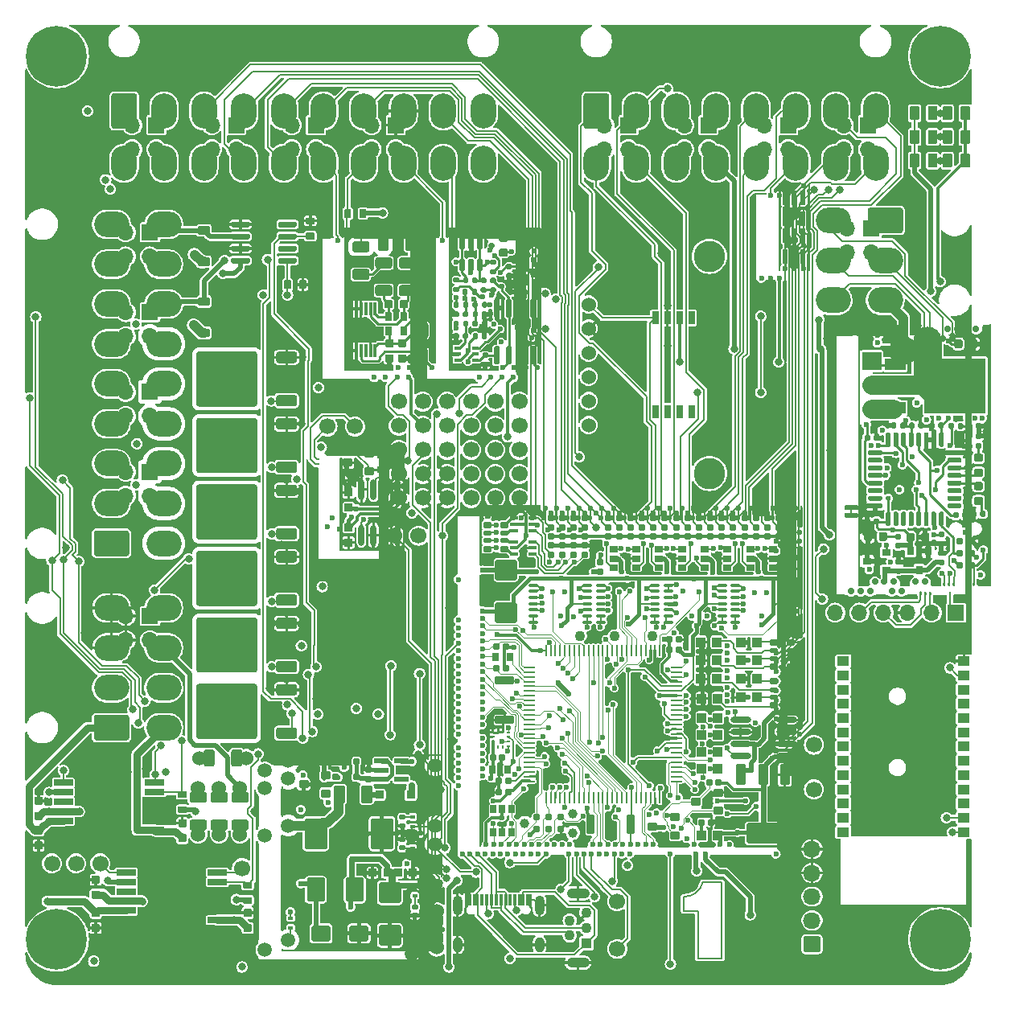
<source format=gtl>
G75*
G70*
%OFA0B0*%
%FSLAX25Y25*%
%IPPOS*%
%LPD*%
%AMOC8*
5,1,8,0,0,1.08239X$1,22.5*
%
%AMM1*
21,1,0.086610,0.073230,0.000000,0.000000,270.000000*
21,1,0.069290,0.090550,0.000000,0.000000,270.000000*
1,1,0.017320,-0.036610,-0.034650*
1,1,0.017320,-0.036610,0.034650*
1,1,0.017320,0.036610,0.034650*
1,1,0.017320,0.036610,-0.034650*
%
%AMM10*
21,1,0.015750,0.016540,0.000000,0.000000,270.000000*
21,1,0.012600,0.019680,0.000000,0.000000,270.000000*
1,1,0.003150,-0.008270,-0.006300*
1,1,0.003150,-0.008270,0.006300*
1,1,0.003150,0.008270,0.006300*
1,1,0.003150,0.008270,-0.006300*
%
%AMM11*
21,1,0.023620,0.018900,0.000000,0.000000,90.000000*
21,1,0.018900,0.023620,0.000000,0.000000,90.000000*
1,1,0.004720,0.009450,0.009450*
1,1,0.004720,0.009450,-0.009450*
1,1,0.004720,-0.009450,-0.009450*
1,1,0.004720,-0.009450,0.009450*
%
%AMM117*
21,1,0.021650,0.052760,0.000000,-0.000000,180.000000*
21,1,0.017320,0.057090,0.000000,-0.000000,180.000000*
1,1,0.004330,-0.008660,0.026380*
1,1,0.004330,0.008660,0.026380*
1,1,0.004330,0.008660,-0.026380*
1,1,0.004330,-0.008660,-0.026380*
%
%AMM12*
21,1,0.019680,0.019680,0.000000,0.000000,0.000000*
21,1,0.015750,0.023620,0.000000,0.000000,0.000000*
1,1,0.003940,0.007870,-0.009840*
1,1,0.003940,-0.007870,-0.009840*
1,1,0.003940,-0.007870,0.009840*
1,1,0.003940,0.007870,0.009840*
%
%AMM13*
21,1,0.019680,0.019680,0.000000,0.000000,270.000000*
21,1,0.015750,0.023620,0.000000,0.000000,270.000000*
1,1,0.003940,-0.009840,-0.007870*
1,1,0.003940,-0.009840,0.007870*
1,1,0.003940,0.009840,0.007870*
1,1,0.003940,0.009840,-0.007870*
%
%AMM185*
21,1,0.025590,0.026380,-0.000000,-0.000000,90.000000*
21,1,0.020470,0.031500,-0.000000,-0.000000,90.000000*
1,1,0.005120,0.013190,0.010240*
1,1,0.005120,0.013190,-0.010240*
1,1,0.005120,-0.013190,-0.010240*
1,1,0.005120,-0.013190,0.010240*
%
%AMM186*
21,1,0.017720,0.027950,-0.000000,-0.000000,90.000000*
21,1,0.014170,0.031500,-0.000000,-0.000000,90.000000*
1,1,0.003540,0.013980,0.007090*
1,1,0.003540,0.013980,-0.007090*
1,1,0.003540,-0.013980,-0.007090*
1,1,0.003540,-0.013980,0.007090*
%
%AMM187*
21,1,0.012600,0.028980,-0.000000,-0.000000,270.000000*
21,1,0.010080,0.031500,-0.000000,-0.000000,270.000000*
1,1,0.002520,-0.014490,-0.005040*
1,1,0.002520,-0.014490,0.005040*
1,1,0.002520,0.014490,0.005040*
1,1,0.002520,0.014490,-0.005040*
%
%AMM188*
21,1,0.023620,0.030710,-0.000000,-0.000000,0.000000*
21,1,0.018900,0.035430,-0.000000,-0.000000,0.000000*
1,1,0.004720,0.009450,-0.015350*
1,1,0.004720,-0.009450,-0.015350*
1,1,0.004720,-0.009450,0.015350*
1,1,0.004720,0.009450,0.015350*
%
%AMM189*
21,1,0.027560,0.018900,-0.000000,-0.000000,270.000000*
21,1,0.022840,0.023620,-0.000000,-0.000000,270.000000*
1,1,0.004720,-0.009450,-0.011420*
1,1,0.004720,-0.009450,0.011420*
1,1,0.004720,0.009450,0.011420*
1,1,0.004720,0.009450,-0.011420*
%
%AMM190*
21,1,0.031500,0.072440,-0.000000,-0.000000,270.000000*
21,1,0.025200,0.078740,-0.000000,-0.000000,270.000000*
1,1,0.006300,-0.036220,-0.012600*
1,1,0.006300,-0.036220,0.012600*
1,1,0.006300,0.036220,0.012600*
1,1,0.006300,0.036220,-0.012600*
%
%AMM191*
21,1,0.027560,0.018900,-0.000000,-0.000000,0.000000*
21,1,0.022840,0.023620,-0.000000,-0.000000,0.000000*
1,1,0.004720,0.011420,-0.009450*
1,1,0.004720,-0.011420,-0.009450*
1,1,0.004720,-0.011420,0.009450*
1,1,0.004720,0.011420,0.009450*
%
%AMM192*
21,1,0.023620,0.030710,-0.000000,-0.000000,90.000000*
21,1,0.018900,0.035430,-0.000000,-0.000000,90.000000*
1,1,0.004720,0.015350,0.009450*
1,1,0.004720,0.015350,-0.009450*
1,1,0.004720,-0.015350,-0.009450*
1,1,0.004720,-0.015350,0.009450*
%
%AMM193*
21,1,0.035430,0.030320,-0.000000,-0.000000,90.000000*
21,1,0.028350,0.037400,-0.000000,-0.000000,90.000000*
1,1,0.007090,0.015160,0.014170*
1,1,0.007090,0.015160,-0.014170*
1,1,0.007090,-0.015160,-0.014170*
1,1,0.007090,-0.015160,0.014170*
%
%AMM194*
21,1,0.043310,0.075980,-0.000000,-0.000000,180.000000*
21,1,0.034650,0.084650,-0.000000,-0.000000,180.000000*
1,1,0.008660,-0.017320,0.037990*
1,1,0.008660,0.017320,0.037990*
1,1,0.008660,0.017320,-0.037990*
1,1,0.008660,-0.017320,-0.037990*
%
%AMM195*
21,1,0.039370,0.035430,-0.000000,-0.000000,180.000000*
21,1,0.031500,0.043310,-0.000000,-0.000000,180.000000*
1,1,0.007870,-0.015750,0.017720*
1,1,0.007870,0.015750,0.017720*
1,1,0.007870,0.015750,-0.017720*
1,1,0.007870,-0.015750,-0.017720*
%
%AMM196*
21,1,0.027560,0.030710,-0.000000,-0.000000,180.000000*
21,1,0.022050,0.036220,-0.000000,-0.000000,180.000000*
1,1,0.005510,-0.011020,0.015350*
1,1,0.005510,0.011020,0.015350*
1,1,0.005510,0.011020,-0.015350*
1,1,0.005510,-0.011020,-0.015350*
%
%AMM197*
21,1,0.031500,0.072440,-0.000000,-0.000000,180.000000*
21,1,0.025200,0.078740,-0.000000,-0.000000,180.000000*
1,1,0.006300,-0.012600,0.036220*
1,1,0.006300,0.012600,0.036220*
1,1,0.006300,0.012600,-0.036220*
1,1,0.006300,-0.012600,-0.036220*
%
%AMM198*
21,1,0.137800,0.067720,-0.000000,-0.000000,180.000000*
21,1,0.120870,0.084650,-0.000000,-0.000000,180.000000*
1,1,0.016930,-0.060430,0.033860*
1,1,0.016930,0.060430,0.033860*
1,1,0.016930,0.060430,-0.033860*
1,1,0.016930,-0.060430,-0.033860*
%
%AMM199*
21,1,0.043310,0.075990,-0.000000,-0.000000,180.000000*
21,1,0.034650,0.084650,-0.000000,-0.000000,180.000000*
1,1,0.008660,-0.017320,0.037990*
1,1,0.008660,0.017320,0.037990*
1,1,0.008660,0.017320,-0.037990*
1,1,0.008660,-0.017320,-0.037990*
%
%AMM2*
21,1,0.094490,0.111020,0.000000,0.000000,0.000000*
21,1,0.075590,0.129920,0.000000,0.000000,0.000000*
1,1,0.018900,0.037800,-0.055510*
1,1,0.018900,-0.037800,-0.055510*
1,1,0.018900,-0.037800,0.055510*
1,1,0.018900,0.037800,0.055510*
%
%AMM200*
21,1,0.086610,0.073230,-0.000000,-0.000000,270.000000*
21,1,0.069290,0.090550,-0.000000,-0.000000,270.000000*
1,1,0.017320,-0.036610,-0.034650*
1,1,0.017320,-0.036610,0.034650*
1,1,0.017320,0.036610,0.034650*
1,1,0.017320,0.036610,-0.034650*
%
%AMM251*
21,1,0.035430,0.030320,0.000000,-0.000000,90.000000*
21,1,0.028350,0.037400,0.000000,-0.000000,90.000000*
1,1,0.007090,0.015160,0.014170*
1,1,0.007090,0.015160,-0.014170*
1,1,0.007090,-0.015160,-0.014170*
1,1,0.007090,-0.015160,0.014170*
%
%AMM252*
21,1,0.033470,0.026770,0.000000,-0.000000,270.000000*
21,1,0.026770,0.033470,0.000000,-0.000000,270.000000*
1,1,0.006690,-0.013390,-0.013390*
1,1,0.006690,-0.013390,0.013390*
1,1,0.006690,0.013390,0.013390*
1,1,0.006690,0.013390,-0.013390*
%
%AMM253*
21,1,0.027560,0.030710,0.000000,-0.000000,90.000000*
21,1,0.022050,0.036220,0.000000,-0.000000,90.000000*
1,1,0.005510,0.015350,0.011020*
1,1,0.005510,0.015350,-0.011020*
1,1,0.005510,-0.015350,-0.011020*
1,1,0.005510,-0.015350,0.011020*
%
%AMM3*
21,1,0.074800,0.083460,0.000000,0.000000,0.000000*
21,1,0.059840,0.098430,0.000000,0.000000,0.000000*
1,1,0.014960,0.029920,-0.041730*
1,1,0.014960,-0.029920,-0.041730*
1,1,0.014960,-0.029920,0.041730*
1,1,0.014960,0.029920,0.041730*
%
%AMM4*
21,1,0.078740,0.053540,0.000000,0.000000,180.000000*
21,1,0.065350,0.066930,0.000000,0.000000,180.000000*
1,1,0.013390,-0.032680,0.026770*
1,1,0.013390,0.032680,0.026770*
1,1,0.013390,0.032680,-0.026770*
1,1,0.013390,-0.032680,-0.026770*
%
%AMM5*
21,1,0.035430,0.030320,0.000000,0.000000,90.000000*
21,1,0.028350,0.037400,0.000000,0.000000,90.000000*
1,1,0.007090,0.015160,0.014170*
1,1,0.007090,0.015160,-0.014170*
1,1,0.007090,-0.015160,-0.014170*
1,1,0.007090,-0.015160,0.014170*
%
%AMM6*
21,1,0.021650,0.052760,0.000000,0.000000,270.000000*
21,1,0.017320,0.057090,0.000000,0.000000,270.000000*
1,1,0.004330,-0.026380,-0.008660*
1,1,0.004330,-0.026380,0.008660*
1,1,0.004330,0.026380,0.008660*
1,1,0.004330,0.026380,-0.008660*
%
%AMM7*
21,1,0.035830,0.026770,0.000000,0.000000,0.000000*
21,1,0.029130,0.033470,0.000000,0.000000,0.000000*
1,1,0.006690,0.014570,-0.013390*
1,1,0.006690,-0.014570,-0.013390*
1,1,0.006690,-0.014570,0.013390*
1,1,0.006690,0.014570,0.013390*
%
%AMM8*
21,1,0.070870,0.036220,0.000000,0.000000,90.000000*
21,1,0.061810,0.045280,0.000000,0.000000,90.000000*
1,1,0.009060,0.018110,0.030910*
1,1,0.009060,0.018110,-0.030910*
1,1,0.009060,-0.018110,-0.030910*
1,1,0.009060,-0.018110,0.030910*
%
%AMM9*
21,1,0.033470,0.026770,0.000000,0.000000,0.000000*
21,1,0.026770,0.033470,0.000000,0.000000,0.000000*
1,1,0.006690,0.013390,-0.013390*
1,1,0.006690,-0.013390,-0.013390*
1,1,0.006690,-0.013390,0.013390*
1,1,0.006690,0.013390,0.013390*
%
%ADD10C,0.00787*%
%ADD100C,0.07874*%
%ADD102C,0.01968*%
%ADD103C,0.01575*%
%ADD104M1*%
%ADD105M2*%
%ADD106M3*%
%ADD107M4*%
%ADD108M5*%
%ADD109M6*%
%ADD11R,0.06693X0.06693*%
%ADD110M7*%
%ADD111M8*%
%ADD112M9*%
%ADD113M10*%
%ADD114M11*%
%ADD115M12*%
%ADD116M13*%
%ADD117O,0.00787X0.40158*%
%ADD12O,0.06693X0.06693*%
%ADD13O,0.10630X0.14567*%
%ADD14C,0.06693*%
%ADD148C,0.01850*%
%ADD15C,0.02756*%
%ADD156R,0.02559X0.01575*%
%ADD157R,0.01575X0.02559*%
%ADD16C,0.11811*%
%ADD160R,0.03543X0.03150*%
%ADD162C,0.05118*%
%ADD164R,0.03150X0.03543*%
%ADD17R,0.11811X0.00984*%
%ADD172C,0.03100*%
%ADD175C,0.03900*%
%ADD18R,0.04331X0.00984*%
%ADD184O,0.04724X0.00866*%
%ADD185O,0.00866X0.04724*%
%ADD186O,0.04331X0.01181*%
%ADD189R,0.01378X0.00984*%
%ADD19R,0.03858X0.00984*%
%ADD190R,0.00984X0.01378*%
%ADD195O,0.08661X0.02362*%
%ADD20R,0.05709X0.00984*%
%ADD203C,0.00492*%
%ADD204C,0.01260*%
%ADD205C,0.05512*%
%ADD21R,0.00984X1.08661*%
%ADD22R,0.07677X0.00984*%
%ADD23R,0.03740X0.00984*%
%ADD24C,0.03150*%
%ADD25C,0.25197*%
%ADD26C,0.06000*%
%ADD269O,0.01968X0.00984*%
%ADD27O,0.07283X0.06693*%
%ADD270O,0.00984X0.01968*%
%ADD28C,0.02362*%
%ADD29R,0.24350X0.00984*%
%ADD30R,0.04390X0.00984*%
%ADD300M117*%
%ADD31R,0.00984X0.56201*%
%ADD310R,0.01181X0.05512*%
%ADD311R,0.08661X0.04724*%
%ADD312R,0.25197X0.22835*%
%ADD313R,0.07874X0.07500*%
%ADD314O,0.07874X0.07500*%
%ADD32R,0.00984X0.59449*%
%ADD33R,0.20374X0.00984*%
%ADD338O,0.02362X0.08661*%
%ADD34R,0.04331X0.04331*%
%ADD35C,0.04331*%
%ADD36O,0.09449X0.04331*%
%ADD37O,0.04823X0.00787*%
%ADD38O,0.00787X0.36614*%
%ADD39C,0.05906*%
%ADD396M185*%
%ADD397M186*%
%ADD398M187*%
%ADD399M188*%
%ADD40O,0.00787X0.12992*%
%ADD400M189*%
%ADD401M190*%
%ADD402M191*%
%ADD403M192*%
%ADD404M193*%
%ADD405M194*%
%ADD406M195*%
%ADD407M196*%
%ADD408M197*%
%ADD409M198*%
%ADD41O,0.00787X0.40157*%
%ADD410M199*%
%ADD411M200*%
%ADD42O,0.00787X0.01181*%
%ADD43O,0.66929X0.00787*%
%ADD44O,0.60630X0.00787*%
%ADD45O,0.00787X0.18898*%
%ADD46O,0.00787X0.10236*%
%ADD463M251*%
%ADD464M252*%
%ADD465M253*%
%ADD47O,0.00787X0.03937*%
%ADD48O,0.00787X0.05906*%
%ADD49O,0.22323X0.00787*%
%ADD50O,0.00787X0.43701*%
%ADD51O,0.01575X0.38583*%
%ADD52O,0.00984X0.01969*%
%ADD53O,0.26772X0.00787*%
%ADD54O,0.01969X0.00984*%
%ADD55O,0.14567X0.10630*%
%ADD56R,0.05118X0.03937*%
%ADD57R,0.07874X0.02559*%
%ADD58R,0.17717X0.31890*%
%ADD59R,0.00787X0.14567*%
%ADD60R,0.00787X0.01575*%
%ADD61R,0.00787X0.06299*%
%ADD62R,0.00787X0.38189*%
%ADD63R,0.00787X0.09055*%
%ADD64R,0.05512X0.00787*%
%ADD65R,0.25197X0.00787*%
%ADD66R,0.06693X0.00787*%
%ADD67R,0.12992X0.00787*%
%ADD68R,0.00787X0.27559*%
%ADD69R,0.00787X0.12992*%
%ADD70R,0.00787X0.24803*%
%ADD71R,0.01181X0.04528*%
%ADD72O,0.03937X0.08268*%
%ADD73O,0.03937X0.06299*%
%ADD74C,0.13000*%
%ADD75R,0.02717X0.05315*%
%ADD76C,0.12992*%
%ADD77C,0.01181*%
%ADD78C,0.03937*%
%ADD79C,0.01969*%
%ADD80C,0.00591*%
%ADD87C,0.00984*%
%ADD90C,0.00800*%
X0000000Y0000000D02*
%LPD*%
G01*
D10*
X0273622Y0031496D02*
X0273622Y0037402D01*
X0273622Y0031496D02*
X0279527Y0031496D01*
X0279527Y0031496D02*
X0279527Y0011811D01*
X0279527Y0011811D02*
X0289370Y0011811D01*
X0289370Y0043307D02*
X0281496Y0043307D01*
X0289370Y0011811D02*
X0289370Y0043307D01*
X0281496Y0043307D02*
G75*
G02*
X0273622Y0037402I-007565J0001885D01*
G01*
G36*
G01*
X0380905Y0340059D02*
X0380905Y0344980D01*
G75*
G02*
X0381299Y0345374I0000394J0000000D01*
G01*
X0384448Y0345374D01*
G75*
G02*
X0384842Y0344980I0000000J-000394D01*
G01*
X0384842Y0340059D01*
G75*
G02*
X0384448Y0339665I-000394J0000000D01*
G01*
X0381299Y0339665D01*
G75*
G02*
X0380905Y0340059I0000000J0000394D01*
G01*
G37*
G36*
G01*
X0388385Y0340059D02*
X0388385Y0344980D01*
G75*
G02*
X0388779Y0345374I0000394J0000000D01*
G01*
X0391929Y0345374D01*
G75*
G02*
X0392322Y0344980I0000000J-000394D01*
G01*
X0392322Y0340059D01*
G75*
G02*
X0391929Y0339665I-000394J0000000D01*
G01*
X0388779Y0339665D01*
G75*
G02*
X0388385Y0340059I0000000J0000394D01*
G01*
G37*
G36*
G01*
X0113287Y0301614D02*
X0113287Y0300433D01*
G75*
G02*
X0112696Y0299843I-000591J0000000D01*
G01*
X0106200Y0299843D01*
G75*
G02*
X0105610Y0300433I0000000J0000591D01*
G01*
X0105610Y0301614D01*
G75*
G02*
X0106200Y0302205I0000591J0000000D01*
G01*
X0112696Y0302205D01*
G75*
G02*
X0113287Y0301614I0000000J-000591D01*
G01*
G37*
G36*
G01*
X0113287Y0306614D02*
X0113287Y0305433D01*
G75*
G02*
X0112696Y0304843I-000591J0000000D01*
G01*
X0106200Y0304843D01*
G75*
G02*
X0105610Y0305433I0000000J0000591D01*
G01*
X0105610Y0306614D01*
G75*
G02*
X0106200Y0307205I0000591J0000000D01*
G01*
X0112696Y0307205D01*
G75*
G02*
X0113287Y0306614I0000000J-000591D01*
G01*
G37*
G36*
G01*
X0113287Y0311614D02*
X0113287Y0310433D01*
G75*
G02*
X0112696Y0309843I-000591J0000000D01*
G01*
X0106200Y0309843D01*
G75*
G02*
X0105610Y0310433I0000000J0000591D01*
G01*
X0105610Y0311614D01*
G75*
G02*
X0106200Y0312205I0000591J0000000D01*
G01*
X0112696Y0312205D01*
G75*
G02*
X0113287Y0311614I0000000J-000591D01*
G01*
G37*
G36*
G01*
X0113287Y0316614D02*
X0113287Y0315433D01*
G75*
G02*
X0112696Y0314843I-000591J0000000D01*
G01*
X0106200Y0314843D01*
G75*
G02*
X0105610Y0315433I0000000J0000591D01*
G01*
X0105610Y0316614D01*
G75*
G02*
X0106200Y0317205I0000591J0000000D01*
G01*
X0112696Y0317205D01*
G75*
G02*
X0113287Y0316614I0000000J-000591D01*
G01*
G37*
G36*
G01*
X0093799Y0316614D02*
X0093799Y0315433D01*
G75*
G02*
X0093208Y0314843I-000591J0000000D01*
G01*
X0086712Y0314843D01*
G75*
G02*
X0086122Y0315433I0000000J0000591D01*
G01*
X0086122Y0316614D01*
G75*
G02*
X0086712Y0317205I0000591J0000000D01*
G01*
X0093208Y0317205D01*
G75*
G02*
X0093799Y0316614I0000000J-000591D01*
G01*
G37*
G36*
G01*
X0093799Y0311614D02*
X0093799Y0310433D01*
G75*
G02*
X0093208Y0309843I-000591J0000000D01*
G01*
X0086712Y0309843D01*
G75*
G02*
X0086122Y0310433I0000000J0000591D01*
G01*
X0086122Y0311614D01*
G75*
G02*
X0086712Y0312205I0000591J0000000D01*
G01*
X0093208Y0312205D01*
G75*
G02*
X0093799Y0311614I0000000J-000591D01*
G01*
G37*
G36*
G01*
X0093799Y0306614D02*
X0093799Y0305433D01*
G75*
G02*
X0093208Y0304843I-000591J0000000D01*
G01*
X0086712Y0304843D01*
G75*
G02*
X0086122Y0305433I0000000J0000591D01*
G01*
X0086122Y0306614D01*
G75*
G02*
X0086712Y0307205I0000591J0000000D01*
G01*
X0093208Y0307205D01*
G75*
G02*
X0093799Y0306614I0000000J-000591D01*
G01*
G37*
G36*
G01*
X0093799Y0301614D02*
X0093799Y0300433D01*
G75*
G02*
X0093208Y0299843I-000591J0000000D01*
G01*
X0086712Y0299843D01*
G75*
G02*
X0086122Y0300433I0000000J0000591D01*
G01*
X0086122Y0301614D01*
G75*
G02*
X0086712Y0302205I0000591J0000000D01*
G01*
X0093208Y0302205D01*
G75*
G02*
X0093799Y0301614I0000000J-000591D01*
G01*
G37*
G36*
G01*
X0028582Y0046122D02*
X0031259Y0046122D01*
G75*
G02*
X0031594Y0045787I0000000J-000335D01*
G01*
X0031594Y0043110D01*
G75*
G02*
X0031259Y0042776I-000335J0000000D01*
G01*
X0028582Y0042776D01*
G75*
G02*
X0028248Y0043110I0000000J0000335D01*
G01*
X0028248Y0045787D01*
G75*
G02*
X0028582Y0046122I0000335J0000000D01*
G01*
G37*
G36*
G01*
X0028582Y0039902D02*
X0031259Y0039902D01*
G75*
G02*
X0031594Y0039567I0000000J-000335D01*
G01*
X0031594Y0036890D01*
G75*
G02*
X0031259Y0036555I-000335J0000000D01*
G01*
X0028582Y0036555D01*
G75*
G02*
X0028248Y0036890I0000000J0000335D01*
G01*
X0028248Y0039567D01*
G75*
G02*
X0028582Y0039902I0000335J0000000D01*
G01*
G37*
G36*
G01*
X0380905Y0349902D02*
X0380905Y0354823D01*
G75*
G02*
X0381299Y0355217I0000394J0000000D01*
G01*
X0384448Y0355217D01*
G75*
G02*
X0384842Y0354823I0000000J-000394D01*
G01*
X0384842Y0349902D01*
G75*
G02*
X0384448Y0349508I-000394J0000000D01*
G01*
X0381299Y0349508D01*
G75*
G02*
X0380905Y0349902I0000000J0000394D01*
G01*
G37*
G36*
G01*
X0388385Y0349902D02*
X0388385Y0354823D01*
G75*
G02*
X0388779Y0355217I0000394J0000000D01*
G01*
X0391929Y0355217D01*
G75*
G02*
X0392322Y0354823I0000000J-000394D01*
G01*
X0392322Y0349902D01*
G75*
G02*
X0391929Y0349508I-000394J0000000D01*
G01*
X0388779Y0349508D01*
G75*
G02*
X0388385Y0349902I0000000J0000394D01*
G01*
G37*
G36*
G01*
X0113385Y0161693D02*
X0113385Y0158937D01*
G75*
G02*
X0112401Y0157953I-000984J0000000D01*
G01*
X0105708Y0157953D01*
G75*
G02*
X0104724Y0158937I0000000J0000984D01*
G01*
X0104724Y0161693D01*
G75*
G02*
X0105708Y0162677I0000984J0000000D01*
G01*
X0112401Y0162677D01*
G75*
G02*
X0113385Y0161693I0000000J-000984D01*
G01*
G37*
G36*
G01*
X0096850Y0167717D02*
X0096850Y0158858D01*
G75*
G02*
X0095866Y0157874I-000984J0000000D01*
G01*
X0085826Y0157874D01*
G75*
G02*
X0084842Y0158858I0000000J0000984D01*
G01*
X0084842Y0167717D01*
G75*
G02*
X0085826Y0168701I0000984J0000000D01*
G01*
X0095866Y0168701D01*
G75*
G02*
X0096850Y0167717I0000000J-000984D01*
G01*
G37*
G36*
G01*
X0096850Y0179724D02*
X0096850Y0170866D01*
G75*
G02*
X0095866Y0169882I-000984J0000000D01*
G01*
X0085826Y0169882D01*
G75*
G02*
X0084842Y0170866I0000000J0000984D01*
G01*
X0084842Y0179724D01*
G75*
G02*
X0085826Y0180709I0000984J0000000D01*
G01*
X0095866Y0180709D01*
G75*
G02*
X0096850Y0179724I0000000J-000984D01*
G01*
G37*
G36*
G01*
X0096850Y0179724D02*
X0096850Y0158858D01*
G75*
G02*
X0095866Y0157874I-000984J0000000D01*
G01*
X0072637Y0157874D01*
G75*
G02*
X0071653Y0158858I0000000J0000984D01*
G01*
X0071653Y0179724D01*
G75*
G02*
X0072637Y0180709I0000984J0000000D01*
G01*
X0095866Y0180709D01*
G75*
G02*
X0096850Y0179724I0000000J-000984D01*
G01*
G37*
G36*
G01*
X0083661Y0167717D02*
X0083661Y0158858D01*
G75*
G02*
X0082677Y0157874I-000984J0000000D01*
G01*
X0072637Y0157874D01*
G75*
G02*
X0071653Y0158858I0000000J0000984D01*
G01*
X0071653Y0167717D01*
G75*
G02*
X0072637Y0168701I0000984J0000000D01*
G01*
X0082677Y0168701D01*
G75*
G02*
X0083661Y0167717I0000000J-000984D01*
G01*
G37*
G36*
G01*
X0083661Y0179724D02*
X0083661Y0170866D01*
G75*
G02*
X0082677Y0169882I-000984J0000000D01*
G01*
X0072637Y0169882D01*
G75*
G02*
X0071653Y0170866I0000000J0000984D01*
G01*
X0071653Y0179724D01*
G75*
G02*
X0072637Y0180709I0000984J0000000D01*
G01*
X0082677Y0180709D01*
G75*
G02*
X0083661Y0179724I0000000J-000984D01*
G01*
G37*
G36*
G01*
X0113385Y0179646D02*
X0113385Y0176890D01*
G75*
G02*
X0112401Y0175906I-000984J0000000D01*
G01*
X0105708Y0175906D01*
G75*
G02*
X0104724Y0176890I0000000J0000984D01*
G01*
X0104724Y0179646D01*
G75*
G02*
X0105708Y0180630I0000984J0000000D01*
G01*
X0112401Y0180630D01*
G75*
G02*
X0113385Y0179646I0000000J-000984D01*
G01*
G37*
D11*
X0052421Y0213583D03*
D12*
X0042421Y0213583D03*
X0052421Y0203583D03*
X0042421Y0203583D03*
G36*
G01*
X0232086Y0356791D02*
X0232086Y0369390D01*
G75*
G02*
X0233070Y0370374I0000984J0000000D01*
G01*
X0241732Y0370374D01*
G75*
G02*
X0242716Y0369390I0000000J-000984D01*
G01*
X0242716Y0356791D01*
G75*
G02*
X0241732Y0355807I-000984J0000000D01*
G01*
X0233070Y0355807D01*
G75*
G02*
X0232086Y0356791I0000000J0000984D01*
G01*
G37*
D13*
X0253937Y0363091D03*
X0270472Y0363091D03*
X0287007Y0363091D03*
X0303543Y0363091D03*
X0320078Y0363091D03*
X0336614Y0363091D03*
X0353149Y0363091D03*
X0237401Y0341437D03*
X0253937Y0341437D03*
X0270472Y0341437D03*
X0287007Y0341437D03*
X0303543Y0341437D03*
X0320078Y0341437D03*
X0336614Y0341437D03*
X0353149Y0341437D03*
D14*
X0327559Y0081890D03*
D11*
X0052421Y0246654D03*
D12*
X0042421Y0246654D03*
X0052421Y0236654D03*
X0042421Y0236654D03*
D15*
X0384940Y0268701D03*
X0373129Y0268701D03*
X0377066Y0268701D03*
X0381003Y0268701D03*
D16*
X0364665Y0263780D03*
D17*
X0350885Y0270177D03*
D18*
X0338287Y0162500D03*
D19*
X0355374Y0162500D03*
X0368366Y0162500D03*
D20*
X0388385Y0162500D03*
D21*
X0336614Y0216339D03*
X0390748Y0216339D03*
D22*
X0339960Y0270177D03*
D23*
X0389370Y0270177D03*
G36*
G01*
X0340649Y0199606D02*
X0345570Y0199606D01*
G75*
G02*
X0346063Y0199114I0000000J-000492D01*
G01*
X0346063Y0198130D01*
G75*
G02*
X0345570Y0197638I-000492J0000000D01*
G01*
X0340649Y0197638D01*
G75*
G02*
X0340157Y0198130I0000000J0000492D01*
G01*
X0340157Y0199114D01*
G75*
G02*
X0340649Y0199606I0000492J0000000D01*
G01*
G37*
G36*
G01*
X0351181Y0193012D02*
X0352165Y0193012D01*
G75*
G02*
X0352657Y0192520I0000000J-000492D01*
G01*
X0352657Y0187598D01*
G75*
G02*
X0352165Y0187106I-000492J0000000D01*
G01*
X0351181Y0187106D01*
G75*
G02*
X0350688Y0187598I0000000J0000492D01*
G01*
X0350688Y0192520D01*
G75*
G02*
X0351181Y0193012I0000492J0000000D01*
G01*
G37*
G36*
G01*
X0340649Y0196457D02*
X0345570Y0196457D01*
G75*
G02*
X0346063Y0195965I0000000J-000492D01*
G01*
X0346063Y0194980D01*
G75*
G02*
X0345570Y0194488I-000492J0000000D01*
G01*
X0340649Y0194488D01*
G75*
G02*
X0340157Y0194980I0000000J0000492D01*
G01*
X0340157Y0195965D01*
G75*
G02*
X0340649Y0196457I0000492J0000000D01*
G01*
G37*
G36*
G01*
X0350688Y0195177D02*
X0350688Y0196161D01*
G75*
G02*
X0351181Y0196654I0000492J0000000D01*
G01*
X0352165Y0196654D01*
G75*
G02*
X0352657Y0196161I0000000J-000492D01*
G01*
X0352657Y0195177D01*
G75*
G02*
X0352165Y0194685I-000492J0000000D01*
G01*
X0351181Y0194685D01*
G75*
G02*
X0350688Y0195177I0000000J0000492D01*
G01*
G37*
G36*
G01*
X0348031Y0199606D02*
X0349015Y0199606D01*
G75*
G02*
X0349507Y0199114I0000000J-000492D01*
G01*
X0349507Y0198130D01*
G75*
G02*
X0349015Y0197638I-000492J0000000D01*
G01*
X0348031Y0197638D01*
G75*
G02*
X0347539Y0198130I0000000J0000492D01*
G01*
X0347539Y0199114D01*
G75*
G02*
X0348031Y0199606I0000492J0000000D01*
G01*
G37*
G36*
G01*
X0348031Y0193012D02*
X0349015Y0193012D01*
G75*
G02*
X0349507Y0192520I0000000J-000492D01*
G01*
X0349507Y0187598D01*
G75*
G02*
X0349015Y0187106I-000492J0000000D01*
G01*
X0348031Y0187106D01*
G75*
G02*
X0347539Y0187598I0000000J0000492D01*
G01*
X0347539Y0192520D01*
G75*
G02*
X0348031Y0193012I0000492J0000000D01*
G01*
G37*
D15*
X0346948Y0164011D03*
X0350885Y0164011D03*
X0363862Y0164011D03*
X0359862Y0164011D03*
G36*
G01*
X0371751Y0162008D02*
X0371751Y0162008D01*
G75*
G02*
X0371259Y0162500I0000000J0000492D01*
G01*
X0371259Y0163484D01*
G75*
G02*
X0371751Y0163976I0000492J0000000D01*
G01*
X0371751Y0163976D01*
G75*
G02*
X0372244Y0163484I0000000J-000492D01*
G01*
X0372244Y0162500D01*
G75*
G02*
X0371751Y0162008I-000492J0000000D01*
G01*
G37*
G36*
G01*
X0373720Y0162008D02*
X0373720Y0162008D01*
G75*
G02*
X0373228Y0162500I0000000J0000492D01*
G01*
X0373228Y0163484D01*
G75*
G02*
X0373720Y0163976I0000492J0000000D01*
G01*
X0373720Y0163976D01*
G75*
G02*
X0374212Y0163484I0000000J-000492D01*
G01*
X0374212Y0162500D01*
G75*
G02*
X0373720Y0162008I-000492J0000000D01*
G01*
G37*
G36*
G01*
X0375688Y0162008D02*
X0375688Y0162008D01*
G75*
G02*
X0375196Y0162500I0000000J0000492D01*
G01*
X0375196Y0163484D01*
G75*
G02*
X0375688Y0163976I0000492J0000000D01*
G01*
X0375688Y0163976D01*
G75*
G02*
X0376181Y0163484I0000000J-000492D01*
G01*
X0376181Y0162500D01*
G75*
G02*
X0375688Y0162008I-000492J0000000D01*
G01*
G37*
G36*
G01*
X0383956Y0162008D02*
X0383956Y0162008D01*
G75*
G02*
X0383464Y0162500I0000000J0000492D01*
G01*
X0383464Y0163484D01*
G75*
G02*
X0383956Y0163976I0000492J0000000D01*
G01*
X0383956Y0163976D01*
G75*
G02*
X0384448Y0163484I0000000J-000492D01*
G01*
X0384448Y0162500D01*
G75*
G02*
X0383956Y0162008I-000492J0000000D01*
G01*
G37*
X0343011Y0164011D03*
D14*
X0163779Y0187008D03*
G36*
G01*
X0036417Y0356791D02*
X0036417Y0369390D01*
G75*
G02*
X0037401Y0370374I0000984J0000000D01*
G01*
X0046063Y0370374D01*
G75*
G02*
X0047047Y0369390I0000000J-000984D01*
G01*
X0047047Y0356791D01*
G75*
G02*
X0046063Y0355807I-000984J0000000D01*
G01*
X0037401Y0355807D01*
G75*
G02*
X0036417Y0356791I0000000J0000984D01*
G01*
G37*
D13*
X0058267Y0363091D03*
X0074803Y0363091D03*
X0091338Y0363091D03*
X0107874Y0363091D03*
X0124409Y0363091D03*
X0140944Y0363091D03*
X0157480Y0363091D03*
X0174015Y0363091D03*
X0190551Y0363091D03*
X0041732Y0341437D03*
X0058267Y0341437D03*
X0074803Y0341437D03*
X0091338Y0341437D03*
X0107874Y0341437D03*
X0124409Y0341437D03*
X0140944Y0341437D03*
X0157480Y0341437D03*
X0174015Y0341437D03*
X0190551Y0341437D03*
G36*
G01*
X0113385Y0244370D02*
X0113385Y0241614D01*
G75*
G02*
X0112401Y0240630I-000984J0000000D01*
G01*
X0105708Y0240630D01*
G75*
G02*
X0104724Y0241614I0000000J0000984D01*
G01*
X0104724Y0244370D01*
G75*
G02*
X0105708Y0245354I0000984J0000000D01*
G01*
X0112401Y0245354D01*
G75*
G02*
X0113385Y0244370I0000000J-000984D01*
G01*
G37*
G36*
G01*
X0096850Y0250394D02*
X0096850Y0241535D01*
G75*
G02*
X0095866Y0240551I-000984J0000000D01*
G01*
X0085826Y0240551D01*
G75*
G02*
X0084842Y0241535I0000000J0000984D01*
G01*
X0084842Y0250394D01*
G75*
G02*
X0085826Y0251378I0000984J0000000D01*
G01*
X0095866Y0251378D01*
G75*
G02*
X0096850Y0250394I0000000J-000984D01*
G01*
G37*
G36*
G01*
X0096850Y0262402D02*
X0096850Y0253543D01*
G75*
G02*
X0095866Y0252559I-000984J0000000D01*
G01*
X0085826Y0252559D01*
G75*
G02*
X0084842Y0253543I0000000J0000984D01*
G01*
X0084842Y0262402D01*
G75*
G02*
X0085826Y0263386I0000984J0000000D01*
G01*
X0095866Y0263386D01*
G75*
G02*
X0096850Y0262402I0000000J-000984D01*
G01*
G37*
G36*
G01*
X0096850Y0262402D02*
X0096850Y0241535D01*
G75*
G02*
X0095866Y0240551I-000984J0000000D01*
G01*
X0072637Y0240551D01*
G75*
G02*
X0071653Y0241535I0000000J0000984D01*
G01*
X0071653Y0262402D01*
G75*
G02*
X0072637Y0263386I0000984J0000000D01*
G01*
X0095866Y0263386D01*
G75*
G02*
X0096850Y0262402I0000000J-000984D01*
G01*
G37*
G36*
G01*
X0083661Y0250394D02*
X0083661Y0241535D01*
G75*
G02*
X0082677Y0240551I-000984J0000000D01*
G01*
X0072637Y0240551D01*
G75*
G02*
X0071653Y0241535I0000000J0000984D01*
G01*
X0071653Y0250394D01*
G75*
G02*
X0072637Y0251378I0000984J0000000D01*
G01*
X0082677Y0251378D01*
G75*
G02*
X0083661Y0250394I0000000J-000984D01*
G01*
G37*
G36*
G01*
X0083661Y0262402D02*
X0083661Y0253543D01*
G75*
G02*
X0082677Y0252559I-000984J0000000D01*
G01*
X0072637Y0252559D01*
G75*
G02*
X0071653Y0253543I0000000J0000984D01*
G01*
X0071653Y0262402D01*
G75*
G02*
X0072637Y0263386I0000984J0000000D01*
G01*
X0082677Y0263386D01*
G75*
G02*
X0083661Y0262402I0000000J-000984D01*
G01*
G37*
G36*
G01*
X0113385Y0262323D02*
X0113385Y0259567D01*
G75*
G02*
X0112401Y0258583I-000984J0000000D01*
G01*
X0105708Y0258583D01*
G75*
G02*
X0104724Y0259567I0000000J0000984D01*
G01*
X0104724Y0262323D01*
G75*
G02*
X0105708Y0263307I0000984J0000000D01*
G01*
X0112401Y0263307D01*
G75*
G02*
X0113385Y0262323I0000000J-000984D01*
G01*
G37*
G36*
G01*
X0113385Y0216811D02*
X0113385Y0214055D01*
G75*
G02*
X0112401Y0213071I-000984J0000000D01*
G01*
X0105708Y0213071D01*
G75*
G02*
X0104724Y0214055I0000000J0000984D01*
G01*
X0104724Y0216811D01*
G75*
G02*
X0105708Y0217795I0000984J0000000D01*
G01*
X0112401Y0217795D01*
G75*
G02*
X0113385Y0216811I0000000J-000984D01*
G01*
G37*
G36*
G01*
X0096850Y0222835D02*
X0096850Y0213976D01*
G75*
G02*
X0095866Y0212992I-000984J0000000D01*
G01*
X0085826Y0212992D01*
G75*
G02*
X0084842Y0213976I0000000J0000984D01*
G01*
X0084842Y0222835D01*
G75*
G02*
X0085826Y0223819I0000984J0000000D01*
G01*
X0095866Y0223819D01*
G75*
G02*
X0096850Y0222835I0000000J-000984D01*
G01*
G37*
G36*
G01*
X0096850Y0234843D02*
X0096850Y0225984D01*
G75*
G02*
X0095866Y0225000I-000984J0000000D01*
G01*
X0085826Y0225000D01*
G75*
G02*
X0084842Y0225984I0000000J0000984D01*
G01*
X0084842Y0234843D01*
G75*
G02*
X0085826Y0235827I0000984J0000000D01*
G01*
X0095866Y0235827D01*
G75*
G02*
X0096850Y0234843I0000000J-000984D01*
G01*
G37*
G36*
G01*
X0096850Y0234843D02*
X0096850Y0213976D01*
G75*
G02*
X0095866Y0212992I-000984J0000000D01*
G01*
X0072637Y0212992D01*
G75*
G02*
X0071653Y0213976I0000000J0000984D01*
G01*
X0071653Y0234843D01*
G75*
G02*
X0072637Y0235827I0000984J0000000D01*
G01*
X0095866Y0235827D01*
G75*
G02*
X0096850Y0234843I0000000J-000984D01*
G01*
G37*
G36*
G01*
X0083661Y0222835D02*
X0083661Y0213976D01*
G75*
G02*
X0082677Y0212992I-000984J0000000D01*
G01*
X0072637Y0212992D01*
G75*
G02*
X0071653Y0213976I0000000J0000984D01*
G01*
X0071653Y0222835D01*
G75*
G02*
X0072637Y0223819I0000984J0000000D01*
G01*
X0082677Y0223819D01*
G75*
G02*
X0083661Y0222835I0000000J-000984D01*
G01*
G37*
G36*
G01*
X0083661Y0234843D02*
X0083661Y0225984D01*
G75*
G02*
X0082677Y0225000I-000984J0000000D01*
G01*
X0072637Y0225000D01*
G75*
G02*
X0071653Y0225984I0000000J0000984D01*
G01*
X0071653Y0234843D01*
G75*
G02*
X0072637Y0235827I0000984J0000000D01*
G01*
X0082677Y0235827D01*
G75*
G02*
X0083661Y0234843I0000000J-000984D01*
G01*
G37*
G36*
G01*
X0113385Y0234764D02*
X0113385Y0232008D01*
G75*
G02*
X0112401Y0231024I-000984J0000000D01*
G01*
X0105708Y0231024D01*
G75*
G02*
X0104724Y0232008I0000000J0000984D01*
G01*
X0104724Y0234764D01*
G75*
G02*
X0105708Y0235748I0000984J0000000D01*
G01*
X0112401Y0235748D01*
G75*
G02*
X0113385Y0234764I0000000J-000984D01*
G01*
G37*
D11*
X0154291Y0357185D03*
D12*
X0144291Y0357185D03*
X0154291Y0347185D03*
X0144291Y0347185D03*
D14*
X0125984Y0232283D03*
G36*
G01*
X0091574Y0032343D02*
X0094251Y0032343D01*
G75*
G02*
X0094586Y0032008I0000000J-000335D01*
G01*
X0094586Y0029331D01*
G75*
G02*
X0094251Y0028996I-000335J0000000D01*
G01*
X0091574Y0028996D01*
G75*
G02*
X0091240Y0029331I0000000J0000335D01*
G01*
X0091240Y0032008D01*
G75*
G02*
X0091574Y0032343I0000335J0000000D01*
G01*
G37*
G36*
G01*
X0091574Y0026122D02*
X0094251Y0026122D01*
G75*
G02*
X0094586Y0025787I0000000J-000335D01*
G01*
X0094586Y0023110D01*
G75*
G02*
X0094251Y0022776I-000335J0000000D01*
G01*
X0091574Y0022776D01*
G75*
G02*
X0091240Y0023110I0000000J0000335D01*
G01*
X0091240Y0025787D01*
G75*
G02*
X0091574Y0026122I0000335J0000000D01*
G01*
G37*
G36*
G01*
X0142057Y0322106D02*
X0142057Y0319035D01*
G75*
G02*
X0141781Y0318760I-000276J0000000D01*
G01*
X0139576Y0318760D01*
G75*
G02*
X0139301Y0319035I0000000J0000276D01*
G01*
X0139301Y0322106D01*
G75*
G02*
X0139576Y0322382I0000276J0000000D01*
G01*
X0141781Y0322382D01*
G75*
G02*
X0142057Y0322106I0000000J-000276D01*
G01*
G37*
G36*
G01*
X0135757Y0322106D02*
X0135757Y0319035D01*
G75*
G02*
X0135482Y0318760I-000276J0000000D01*
G01*
X0133277Y0318760D01*
G75*
G02*
X0133001Y0319035I0000000J0000276D01*
G01*
X0133001Y0322106D01*
G75*
G02*
X0133277Y0322382I0000276J0000000D01*
G01*
X0135482Y0322382D01*
G75*
G02*
X0135757Y0322106I0000000J-000276D01*
G01*
G37*
X0137401Y0232283D03*
G36*
G01*
X0064507Y0069587D02*
X0067185Y0069587D01*
G75*
G02*
X0067519Y0069252I0000000J-000335D01*
G01*
X0067519Y0066575D01*
G75*
G02*
X0067185Y0066240I-000335J0000000D01*
G01*
X0064507Y0066240D01*
G75*
G02*
X0064173Y0066575I0000000J0000335D01*
G01*
X0064173Y0069252D01*
G75*
G02*
X0064507Y0069587I0000335J0000000D01*
G01*
G37*
G36*
G01*
X0064507Y0063366D02*
X0067185Y0063366D01*
G75*
G02*
X0067519Y0063031I0000000J-000335D01*
G01*
X0067519Y0060354D01*
G75*
G02*
X0067185Y0060020I-000335J0000000D01*
G01*
X0064507Y0060020D01*
G75*
G02*
X0064173Y0060354I0000000J0000335D01*
G01*
X0064173Y0063031D01*
G75*
G02*
X0064507Y0063366I0000335J0000000D01*
G01*
G37*
X0021811Y0051181D03*
D24*
X0004330Y0385827D03*
X0007098Y0392508D03*
X0007098Y0379145D03*
X0013779Y0395276D03*
D25*
X0013779Y0385827D03*
D24*
X0013779Y0376378D03*
X0020460Y0392508D03*
X0020460Y0379145D03*
X0023228Y0385827D03*
X0370472Y0385827D03*
X0373239Y0392508D03*
X0373239Y0379145D03*
X0379921Y0395276D03*
D25*
X0379921Y0385827D03*
D24*
X0379921Y0376378D03*
X0386602Y0392508D03*
X0386602Y0379145D03*
X0389370Y0385827D03*
D26*
X0072440Y0082480D03*
G36*
G01*
X0068897Y0077185D02*
X0068897Y0079902D01*
G75*
G02*
X0069803Y0080807I0000906J0000000D01*
G01*
X0075078Y0080807D01*
G75*
G02*
X0075984Y0079902I0000000J-000906D01*
G01*
X0075984Y0077185D01*
G75*
G02*
X0075078Y0076280I-000906J0000000D01*
G01*
X0069803Y0076280D01*
G75*
G02*
X0068897Y0077185I0000000J0000906D01*
G01*
G37*
G36*
G01*
X0068897Y0065768D02*
X0068897Y0068484D01*
G75*
G02*
X0069803Y0069390I0000906J0000000D01*
G01*
X0075078Y0069390D01*
G75*
G02*
X0075984Y0068484I0000000J-000906D01*
G01*
X0075984Y0065768D01*
G75*
G02*
X0075078Y0064862I-000906J0000000D01*
G01*
X0069803Y0064862D01*
G75*
G02*
X0068897Y0065768I0000000J0000906D01*
G01*
G37*
X0072440Y0063189D03*
G36*
G01*
X0367322Y0340059D02*
X0367322Y0344980D01*
G75*
G02*
X0367716Y0345374I0000394J0000000D01*
G01*
X0370866Y0345374D01*
G75*
G02*
X0371259Y0344980I0000000J-000394D01*
G01*
X0371259Y0340059D01*
G75*
G02*
X0370866Y0339665I-000394J0000000D01*
G01*
X0367716Y0339665D01*
G75*
G02*
X0367322Y0340059I0000000J0000394D01*
G01*
G37*
G36*
G01*
X0374803Y0340059D02*
X0374803Y0344980D01*
G75*
G02*
X0375196Y0345374I0000394J0000000D01*
G01*
X0378346Y0345374D01*
G75*
G02*
X0378740Y0344980I0000000J-000394D01*
G01*
X0378740Y0340059D01*
G75*
G02*
X0378346Y0339665I-000394J0000000D01*
G01*
X0375196Y0339665D01*
G75*
G02*
X0374803Y0340059I0000000J0000394D01*
G01*
G37*
G36*
G01*
X0004960Y0078799D02*
X0007637Y0078799D01*
G75*
G02*
X0007972Y0078465I0000000J-000335D01*
G01*
X0007972Y0075787D01*
G75*
G02*
X0007637Y0075453I-000335J0000000D01*
G01*
X0004960Y0075453D01*
G75*
G02*
X0004626Y0075787I0000000J0000335D01*
G01*
X0004626Y0078465D01*
G75*
G02*
X0004960Y0078799I0000335J0000000D01*
G01*
G37*
G36*
G01*
X0004960Y0072579D02*
X0007637Y0072579D01*
G75*
G02*
X0007972Y0072244I0000000J-000335D01*
G01*
X0007972Y0069567D01*
G75*
G02*
X0007637Y0069232I-000335J0000000D01*
G01*
X0004960Y0069232D01*
G75*
G02*
X0004626Y0069567I0000000J0000335D01*
G01*
X0004626Y0072244D01*
G75*
G02*
X0004960Y0072579I0000335J0000000D01*
G01*
G37*
G36*
G01*
X0329429Y0014370D02*
X0324114Y0014370D01*
G75*
G02*
X0323129Y0015354I0000000J0000984D01*
G01*
X0323129Y0020079D01*
G75*
G02*
X0324114Y0021063I0000984J0000000D01*
G01*
X0329429Y0021063D01*
G75*
G02*
X0330413Y0020079I0000000J-000984D01*
G01*
X0330413Y0015354D01*
G75*
G02*
X0329429Y0014370I-000984J0000000D01*
G01*
G37*
D27*
X0326771Y0027559D03*
X0326771Y0037402D03*
X0326771Y0047244D03*
X0326771Y0057087D03*
D14*
X0246063Y0035433D03*
D24*
X0004330Y0019685D03*
X0007098Y0026366D03*
X0007098Y0013004D03*
X0013779Y0029134D03*
D25*
X0013779Y0019685D03*
D24*
X0013779Y0010236D03*
X0020460Y0026366D03*
X0020460Y0013004D03*
X0023228Y0019685D03*
D28*
X0193602Y0252657D03*
X0188877Y0252657D03*
X0198326Y0252657D03*
X0203051Y0252657D03*
D29*
X0192549Y0310335D03*
D30*
X0168730Y0310335D03*
D31*
X0204232Y0282726D03*
D32*
X0167027Y0281102D03*
D33*
X0176722Y0251870D03*
D28*
X0177618Y0309449D03*
X0173681Y0309449D03*
G36*
G01*
X0117126Y0292677D02*
X0117126Y0289606D01*
G75*
G02*
X0116850Y0289331I-000276J0000000D01*
G01*
X0114645Y0289331D01*
G75*
G02*
X0114370Y0289606I0000000J0000276D01*
G01*
X0114370Y0292677D01*
G75*
G02*
X0114645Y0292953I0000276J0000000D01*
G01*
X0116850Y0292953D01*
G75*
G02*
X0117126Y0292677I0000000J-000276D01*
G01*
G37*
G36*
G01*
X0110826Y0292677D02*
X0110826Y0289606D01*
G75*
G02*
X0110551Y0289331I-000276J0000000D01*
G01*
X0108346Y0289331D01*
G75*
G02*
X0108070Y0289606I0000000J0000276D01*
G01*
X0108070Y0292677D01*
G75*
G02*
X0108346Y0292953I0000276J0000000D01*
G01*
X0110551Y0292953D01*
G75*
G02*
X0110826Y0292677I0000000J-000276D01*
G01*
G37*
D14*
X0011811Y0051181D03*
D34*
X0233267Y0018110D03*
D35*
X0226377Y0021260D03*
X0233267Y0024409D03*
X0226377Y0027559D03*
X0233267Y0030709D03*
D36*
X0229822Y0010039D03*
X0229822Y0038780D03*
D26*
X0081102Y0082480D03*
G36*
G01*
X0077559Y0077185D02*
X0077559Y0079902D01*
G75*
G02*
X0078464Y0080807I0000906J0000000D01*
G01*
X0083740Y0080807D01*
G75*
G02*
X0084645Y0079902I0000000J-000906D01*
G01*
X0084645Y0077185D01*
G75*
G02*
X0083740Y0076280I-000906J0000000D01*
G01*
X0078464Y0076280D01*
G75*
G02*
X0077559Y0077185I0000000J0000906D01*
G01*
G37*
G36*
G01*
X0077559Y0065768D02*
X0077559Y0068484D01*
G75*
G02*
X0078464Y0069390I0000906J0000000D01*
G01*
X0083740Y0069390D01*
G75*
G02*
X0084645Y0068484I0000000J-000906D01*
G01*
X0084645Y0065768D01*
G75*
G02*
X0083740Y0064862I-000906J0000000D01*
G01*
X0078464Y0064862D01*
G75*
G02*
X0077559Y0065768I0000000J0000906D01*
G01*
G37*
X0081102Y0063189D03*
D28*
X0313287Y0293799D03*
D37*
X0305511Y0328839D03*
D38*
X0315649Y0310925D03*
X0303444Y0310925D03*
D28*
X0309547Y0293799D03*
X0305807Y0293799D03*
X0309744Y0328051D03*
X0313287Y0328051D03*
G36*
G01*
X0031259Y0022776D02*
X0028582Y0022776D01*
G75*
G02*
X0028248Y0023110I0000000J0000335D01*
G01*
X0028248Y0025787D01*
G75*
G02*
X0028582Y0026122I0000335J0000000D01*
G01*
X0031259Y0026122D01*
G75*
G02*
X0031594Y0025787I0000000J-000335D01*
G01*
X0031594Y0023110D01*
G75*
G02*
X0031259Y0022776I-000335J0000000D01*
G01*
G37*
G36*
G01*
X0031259Y0028996D02*
X0028582Y0028996D01*
G75*
G02*
X0028248Y0029331I0000000J0000335D01*
G01*
X0028248Y0032008D01*
G75*
G02*
X0028582Y0032343I0000335J0000000D01*
G01*
X0031259Y0032343D01*
G75*
G02*
X0031594Y0032008I0000000J-000335D01*
G01*
X0031594Y0029331D01*
G75*
G02*
X0031259Y0028996I-000335J0000000D01*
G01*
G37*
D14*
X0090551Y0049213D03*
D39*
X0160925Y0087894D03*
X0160925Y0062697D03*
X0160925Y0055217D03*
X0160925Y0038287D03*
D28*
X0162696Y0028839D03*
X0162696Y0024902D03*
D40*
X0097342Y0072736D03*
D41*
X0097342Y0039272D03*
D42*
X0097342Y0011319D03*
D43*
X0130413Y0011122D03*
D44*
X0133563Y0092224D03*
D39*
X0160925Y0013681D03*
D42*
X0163484Y0092028D03*
D45*
X0163484Y0075492D03*
D46*
X0163484Y0046555D03*
D47*
X0163484Y0032776D03*
D48*
X0163484Y0019783D03*
D39*
X0099901Y0089665D03*
X0099901Y0082382D03*
X0099901Y0062894D03*
X0099901Y0015453D03*
G36*
G01*
X0113385Y0106575D02*
X0113385Y0103819D01*
G75*
G02*
X0112401Y0102835I-000984J0000000D01*
G01*
X0105708Y0102835D01*
G75*
G02*
X0104724Y0103819I0000000J0000984D01*
G01*
X0104724Y0106575D01*
G75*
G02*
X0105708Y0107559I0000984J0000000D01*
G01*
X0112401Y0107559D01*
G75*
G02*
X0113385Y0106575I0000000J-000984D01*
G01*
G37*
G36*
G01*
X0096850Y0112598D02*
X0096850Y0103740D01*
G75*
G02*
X0095866Y0102756I-000984J0000000D01*
G01*
X0085826Y0102756D01*
G75*
G02*
X0084842Y0103740I0000000J0000984D01*
G01*
X0084842Y0112598D01*
G75*
G02*
X0085826Y0113583I0000984J0000000D01*
G01*
X0095866Y0113583D01*
G75*
G02*
X0096850Y0112598I0000000J-000984D01*
G01*
G37*
G36*
G01*
X0096850Y0124606D02*
X0096850Y0115748D01*
G75*
G02*
X0095866Y0114764I-000984J0000000D01*
G01*
X0085826Y0114764D01*
G75*
G02*
X0084842Y0115748I0000000J0000984D01*
G01*
X0084842Y0124606D01*
G75*
G02*
X0085826Y0125591I0000984J0000000D01*
G01*
X0095866Y0125591D01*
G75*
G02*
X0096850Y0124606I0000000J-000984D01*
G01*
G37*
G36*
G01*
X0096850Y0124606D02*
X0096850Y0103740D01*
G75*
G02*
X0095866Y0102756I-000984J0000000D01*
G01*
X0072637Y0102756D01*
G75*
G02*
X0071653Y0103740I0000000J0000984D01*
G01*
X0071653Y0124606D01*
G75*
G02*
X0072637Y0125591I0000984J0000000D01*
G01*
X0095866Y0125591D01*
G75*
G02*
X0096850Y0124606I0000000J-000984D01*
G01*
G37*
G36*
G01*
X0083661Y0112598D02*
X0083661Y0103740D01*
G75*
G02*
X0082677Y0102756I-000984J0000000D01*
G01*
X0072637Y0102756D01*
G75*
G02*
X0071653Y0103740I0000000J0000984D01*
G01*
X0071653Y0112598D01*
G75*
G02*
X0072637Y0113583I0000984J0000000D01*
G01*
X0082677Y0113583D01*
G75*
G02*
X0083661Y0112598I0000000J-000984D01*
G01*
G37*
G36*
G01*
X0083661Y0124606D02*
X0083661Y0115748D01*
G75*
G02*
X0082677Y0114764I-000984J0000000D01*
G01*
X0072637Y0114764D01*
G75*
G02*
X0071653Y0115748I0000000J0000984D01*
G01*
X0071653Y0124606D01*
G75*
G02*
X0072637Y0125591I0000984J0000000D01*
G01*
X0082677Y0125591D01*
G75*
G02*
X0083661Y0124606I0000000J-000984D01*
G01*
G37*
G36*
G01*
X0113385Y0124528D02*
X0113385Y0121772D01*
G75*
G02*
X0112401Y0120787I-000984J0000000D01*
G01*
X0105708Y0120787D01*
G75*
G02*
X0104724Y0121772I0000000J0000984D01*
G01*
X0104724Y0124528D01*
G75*
G02*
X0105708Y0125512I0000984J0000000D01*
G01*
X0112401Y0125512D01*
G75*
G02*
X0113385Y0124528I0000000J-000984D01*
G01*
G37*
D14*
X0153779Y0187008D03*
D49*
X0136860Y0220374D03*
D50*
X0147637Y0198819D03*
D51*
X0121653Y0196063D03*
D52*
X0121653Y0177854D03*
D53*
X0134498Y0177165D03*
D54*
X0121850Y0218602D03*
X0121850Y0216634D03*
D28*
X0125984Y0190846D03*
X0128051Y0194291D03*
X0131003Y0189665D03*
X0144980Y0189961D03*
G36*
G01*
X0064311Y0081142D02*
X0067381Y0081142D01*
G75*
G02*
X0067657Y0080866I0000000J-000276D01*
G01*
X0067657Y0078661D01*
G75*
G02*
X0067381Y0078386I-000276J0000000D01*
G01*
X0064311Y0078386D01*
G75*
G02*
X0064035Y0078661I0000000J0000276D01*
G01*
X0064035Y0080866D01*
G75*
G02*
X0064311Y0081142I0000276J0000000D01*
G01*
G37*
G36*
G01*
X0064311Y0074843D02*
X0067381Y0074843D01*
G75*
G02*
X0067657Y0074567I0000000J-000276D01*
G01*
X0067657Y0072362D01*
G75*
G02*
X0067381Y0072087I-000276J0000000D01*
G01*
X0064311Y0072087D01*
G75*
G02*
X0064035Y0072362I0000000J0000276D01*
G01*
X0064035Y0074567D01*
G75*
G02*
X0064311Y0074843I0000276J0000000D01*
G01*
G37*
D11*
X0316889Y0357185D03*
D12*
X0306889Y0357185D03*
X0316889Y0347185D03*
X0306889Y0347185D03*
G36*
G01*
X0042814Y0178543D02*
X0030216Y0178543D01*
G75*
G02*
X0029232Y0179528I0000000J0000984D01*
G01*
X0029232Y0188189D01*
G75*
G02*
X0030216Y0189173I0000984J0000000D01*
G01*
X0042814Y0189173D01*
G75*
G02*
X0043799Y0188189I0000000J-000984D01*
G01*
X0043799Y0179528D01*
G75*
G02*
X0042814Y0178543I-000984J0000000D01*
G01*
G37*
D55*
X0036515Y0200394D03*
X0036515Y0216929D03*
X0036515Y0233465D03*
X0036515Y0250000D03*
X0036515Y0266535D03*
X0036515Y0283071D03*
X0036515Y0299606D03*
X0036515Y0316142D03*
X0058169Y0183858D03*
X0058169Y0200394D03*
X0058169Y0216929D03*
X0058169Y0233465D03*
X0058169Y0250000D03*
X0058169Y0266535D03*
X0058169Y0283071D03*
X0058169Y0299606D03*
X0058169Y0316142D03*
G36*
G01*
X0113385Y0189252D02*
X0113385Y0186496D01*
G75*
G02*
X0112401Y0185512I-000984J0000000D01*
G01*
X0105708Y0185512D01*
G75*
G02*
X0104724Y0186496I0000000J0000984D01*
G01*
X0104724Y0189252D01*
G75*
G02*
X0105708Y0190236I0000984J0000000D01*
G01*
X0112401Y0190236D01*
G75*
G02*
X0113385Y0189252I0000000J-000984D01*
G01*
G37*
G36*
G01*
X0096850Y0195276D02*
X0096850Y0186417D01*
G75*
G02*
X0095866Y0185433I-000984J0000000D01*
G01*
X0085826Y0185433D01*
G75*
G02*
X0084842Y0186417I0000000J0000984D01*
G01*
X0084842Y0195276D01*
G75*
G02*
X0085826Y0196260I0000984J0000000D01*
G01*
X0095866Y0196260D01*
G75*
G02*
X0096850Y0195276I0000000J-000984D01*
G01*
G37*
G36*
G01*
X0096850Y0207283D02*
X0096850Y0198425D01*
G75*
G02*
X0095866Y0197441I-000984J0000000D01*
G01*
X0085826Y0197441D01*
G75*
G02*
X0084842Y0198425I0000000J0000984D01*
G01*
X0084842Y0207283D01*
G75*
G02*
X0085826Y0208268I0000984J0000000D01*
G01*
X0095866Y0208268D01*
G75*
G02*
X0096850Y0207283I0000000J-000984D01*
G01*
G37*
G36*
G01*
X0096850Y0207283D02*
X0096850Y0186417D01*
G75*
G02*
X0095866Y0185433I-000984J0000000D01*
G01*
X0072637Y0185433D01*
G75*
G02*
X0071653Y0186417I0000000J0000984D01*
G01*
X0071653Y0207283D01*
G75*
G02*
X0072637Y0208268I0000984J0000000D01*
G01*
X0095866Y0208268D01*
G75*
G02*
X0096850Y0207283I0000000J-000984D01*
G01*
G37*
G36*
G01*
X0083661Y0195276D02*
X0083661Y0186417D01*
G75*
G02*
X0082677Y0185433I-000984J0000000D01*
G01*
X0072637Y0185433D01*
G75*
G02*
X0071653Y0186417I0000000J0000984D01*
G01*
X0071653Y0195276D01*
G75*
G02*
X0072637Y0196260I0000984J0000000D01*
G01*
X0082677Y0196260D01*
G75*
G02*
X0083661Y0195276I0000000J-000984D01*
G01*
G37*
G36*
G01*
X0083661Y0207283D02*
X0083661Y0198425D01*
G75*
G02*
X0082677Y0197441I-000984J0000000D01*
G01*
X0072637Y0197441D01*
G75*
G02*
X0071653Y0198425I0000000J0000984D01*
G01*
X0071653Y0207283D01*
G75*
G02*
X0072637Y0208268I0000984J0000000D01*
G01*
X0082677Y0208268D01*
G75*
G02*
X0083661Y0207283I0000000J-000984D01*
G01*
G37*
G36*
G01*
X0113385Y0207205D02*
X0113385Y0204449D01*
G75*
G02*
X0112401Y0203465I-000984J0000000D01*
G01*
X0105708Y0203465D01*
G75*
G02*
X0104724Y0204449I0000000J0000984D01*
G01*
X0104724Y0207205D01*
G75*
G02*
X0105708Y0208189I0000984J0000000D01*
G01*
X0112401Y0208189D01*
G75*
G02*
X0113385Y0207205I0000000J-000984D01*
G01*
G37*
D56*
X0389763Y0064173D03*
X0389763Y0070079D03*
X0389763Y0075984D03*
X0389763Y0081890D03*
X0389763Y0087795D03*
X0389763Y0093701D03*
X0389763Y0099606D03*
X0389763Y0105512D03*
X0389763Y0111417D03*
X0389763Y0117323D03*
X0389763Y0123228D03*
X0389763Y0129134D03*
X0389763Y0135039D03*
X0339763Y0135039D03*
X0339763Y0129134D03*
X0339763Y0123228D03*
X0339763Y0117323D03*
X0339763Y0111417D03*
X0339763Y0105512D03*
X0339763Y0099606D03*
X0339763Y0093701D03*
X0339763Y0087795D03*
X0339763Y0081890D03*
X0339763Y0075984D03*
X0339763Y0070079D03*
X0339763Y0064173D03*
D11*
X0349960Y0357185D03*
D12*
X0339960Y0357185D03*
X0349960Y0347185D03*
X0339960Y0347185D03*
G36*
G01*
X0350885Y0323032D02*
X0363484Y0323032D01*
G75*
G02*
X0364468Y0322047I0000000J-000984D01*
G01*
X0364468Y0313386D01*
G75*
G02*
X0363484Y0312402I-000984J0000000D01*
G01*
X0350885Y0312402D01*
G75*
G02*
X0349901Y0313386I0000000J0000984D01*
G01*
X0349901Y0322047D01*
G75*
G02*
X0350885Y0323032I0000984J0000000D01*
G01*
G37*
D55*
X0357185Y0301181D03*
X0357185Y0284646D03*
X0335531Y0317717D03*
X0335531Y0301181D03*
X0335531Y0284646D03*
G36*
G01*
X0367322Y0359744D02*
X0367322Y0364665D01*
G75*
G02*
X0367716Y0365059I0000394J0000000D01*
G01*
X0370866Y0365059D01*
G75*
G02*
X0371259Y0364665I0000000J-000394D01*
G01*
X0371259Y0359744D01*
G75*
G02*
X0370866Y0359350I-000394J0000000D01*
G01*
X0367716Y0359350D01*
G75*
G02*
X0367322Y0359744I0000000J0000394D01*
G01*
G37*
G36*
G01*
X0374803Y0359744D02*
X0374803Y0364665D01*
G75*
G02*
X0375196Y0365059I0000394J0000000D01*
G01*
X0378346Y0365059D01*
G75*
G02*
X0378740Y0364665I0000000J-000394D01*
G01*
X0378740Y0359744D01*
G75*
G02*
X0378346Y0359350I-000394J0000000D01*
G01*
X0375196Y0359350D01*
G75*
G02*
X0374803Y0359744I0000000J0000394D01*
G01*
G37*
D11*
X0121220Y0357185D03*
D12*
X0111220Y0357185D03*
X0121220Y0347185D03*
X0111220Y0347185D03*
D26*
X0089763Y0082480D03*
G36*
G01*
X0086220Y0077185D02*
X0086220Y0079902D01*
G75*
G02*
X0087126Y0080807I0000906J0000000D01*
G01*
X0092401Y0080807D01*
G75*
G02*
X0093307Y0079902I0000000J-000906D01*
G01*
X0093307Y0077185D01*
G75*
G02*
X0092401Y0076280I-000906J0000000D01*
G01*
X0087126Y0076280D01*
G75*
G02*
X0086220Y0077185I0000000J0000906D01*
G01*
G37*
G36*
G01*
X0086220Y0065768D02*
X0086220Y0068484D01*
G75*
G02*
X0087126Y0069390I0000906J0000000D01*
G01*
X0092401Y0069390D01*
G75*
G02*
X0093307Y0068484I0000000J-000906D01*
G01*
X0093307Y0065768D01*
G75*
G02*
X0092401Y0064862I-000906J0000000D01*
G01*
X0087126Y0064862D01*
G75*
G02*
X0086220Y0065768I0000000J0000906D01*
G01*
G37*
X0089763Y0063189D03*
D14*
X0155511Y0202598D03*
X0155511Y0212598D03*
X0155511Y0222598D03*
X0155511Y0232598D03*
X0155511Y0242598D03*
X0165511Y0202598D03*
X0165511Y0212598D03*
X0165511Y0222598D03*
X0165511Y0232598D03*
X0165511Y0242598D03*
X0175511Y0202598D03*
X0175511Y0212598D03*
X0175511Y0222598D03*
X0175511Y0232598D03*
X0175511Y0242598D03*
X0246063Y0015748D03*
D26*
X0171159Y0031396D03*
G36*
G01*
X0168699Y0029605D02*
X0173620Y0029605D01*
G75*
G02*
X0174014Y0029211I0000000J-000394D01*
G01*
X0174014Y0026061D01*
G75*
G02*
X0173620Y0025668I-000394J0000000D01*
G01*
X0168699Y0025668D01*
G75*
G02*
X0168305Y0026061I0000000J0000394D01*
G01*
X0168305Y0029211D01*
G75*
G02*
X0168699Y0029605I0000394J0000000D01*
G01*
G37*
G36*
G01*
X0168699Y0022124D02*
X0173620Y0022124D01*
G75*
G02*
X0174014Y0021731I0000000J-000394D01*
G01*
X0174014Y0018581D01*
G75*
G02*
X0173620Y0018187I-000394J0000000D01*
G01*
X0168699Y0018187D01*
G75*
G02*
X0168305Y0018581I0000000J0000394D01*
G01*
X0168305Y0021731D01*
G75*
G02*
X0168699Y0022124I0000394J0000000D01*
G01*
G37*
X0171159Y0016396D03*
G36*
G01*
X0117362Y0318898D02*
X0120433Y0318898D01*
G75*
G02*
X0120708Y0318622I0000000J-000276D01*
G01*
X0120708Y0316417D01*
G75*
G02*
X0120433Y0316142I-000276J0000000D01*
G01*
X0117362Y0316142D01*
G75*
G02*
X0117086Y0316417I0000000J0000276D01*
G01*
X0117086Y0318622D01*
G75*
G02*
X0117362Y0318898I0000276J0000000D01*
G01*
G37*
G36*
G01*
X0117362Y0312598D02*
X0120433Y0312598D01*
G75*
G02*
X0120708Y0312323I0000000J-000276D01*
G01*
X0120708Y0310118D01*
G75*
G02*
X0120433Y0309843I-000276J0000000D01*
G01*
X0117362Y0309843D01*
G75*
G02*
X0117086Y0310118I0000000J0000276D01*
G01*
X0117086Y0312323D01*
G75*
G02*
X0117362Y0312598I0000276J0000000D01*
G01*
G37*
G36*
G01*
X0076811Y0298819D02*
X0072795Y0298819D01*
G75*
G02*
X0072440Y0299173I0000000J0000354D01*
G01*
X0072440Y0302008D01*
G75*
G02*
X0072795Y0302362I0000354J0000000D01*
G01*
X0076811Y0302362D01*
G75*
G02*
X0077165Y0302008I0000000J-000354D01*
G01*
X0077165Y0299173D01*
G75*
G02*
X0076811Y0298819I-000354J0000000D01*
G01*
G37*
G36*
G01*
X0076811Y0311811D02*
X0072795Y0311811D01*
G75*
G02*
X0072440Y0312165I0000000J0000354D01*
G01*
X0072440Y0315000D01*
G75*
G02*
X0072795Y0315354I0000354J0000000D01*
G01*
X0076811Y0315354D01*
G75*
G02*
X0077165Y0315000I0000000J-000354D01*
G01*
X0077165Y0312165D01*
G75*
G02*
X0076811Y0311811I-000354J0000000D01*
G01*
G37*
G36*
G01*
X0380905Y0359744D02*
X0380905Y0364665D01*
G75*
G02*
X0381299Y0365059I0000394J0000000D01*
G01*
X0384448Y0365059D01*
G75*
G02*
X0384842Y0364665I0000000J-000394D01*
G01*
X0384842Y0359744D01*
G75*
G02*
X0384448Y0359350I-000394J0000000D01*
G01*
X0381299Y0359350D01*
G75*
G02*
X0380905Y0359744I0000000J0000394D01*
G01*
G37*
G36*
G01*
X0388385Y0359744D02*
X0388385Y0364665D01*
G75*
G02*
X0388779Y0365059I0000394J0000000D01*
G01*
X0391929Y0365059D01*
G75*
G02*
X0392322Y0364665I0000000J-000394D01*
G01*
X0392322Y0359744D01*
G75*
G02*
X0391929Y0359350I-000394J0000000D01*
G01*
X0388779Y0359350D01*
G75*
G02*
X0388385Y0359744I0000000J0000394D01*
G01*
G37*
G36*
G01*
X0367322Y0349902D02*
X0367322Y0354823D01*
G75*
G02*
X0367716Y0355217I0000394J0000000D01*
G01*
X0370866Y0355217D01*
G75*
G02*
X0371259Y0354823I0000000J-000394D01*
G01*
X0371259Y0349902D01*
G75*
G02*
X0370866Y0349508I-000394J0000000D01*
G01*
X0367716Y0349508D01*
G75*
G02*
X0367322Y0349902I0000000J0000394D01*
G01*
G37*
G36*
G01*
X0374803Y0349902D02*
X0374803Y0354823D01*
G75*
G02*
X0375196Y0355217I0000394J0000000D01*
G01*
X0378346Y0355217D01*
G75*
G02*
X0378740Y0354823I0000000J-000394D01*
G01*
X0378740Y0349902D01*
G75*
G02*
X0378346Y0349508I-000394J0000000D01*
G01*
X0375196Y0349508D01*
G75*
G02*
X0374803Y0349902I0000000J0000394D01*
G01*
G37*
D57*
X0016535Y0084646D03*
X0016535Y0080709D03*
X0016535Y0076772D03*
X0016535Y0072835D03*
X0016535Y0068898D03*
X0016535Y0064961D03*
X0054330Y0064961D03*
X0054330Y0068898D03*
X0054330Y0072835D03*
X0054330Y0076772D03*
X0054330Y0080709D03*
X0054330Y0084646D03*
D58*
X0035433Y0074803D03*
D57*
X0042618Y0047402D03*
X0042618Y0043465D03*
X0042618Y0039528D03*
X0042618Y0035591D03*
X0042618Y0031654D03*
X0042618Y0027717D03*
X0080413Y0027717D03*
X0080413Y0031654D03*
X0080413Y0035591D03*
X0080413Y0039528D03*
X0080413Y0043465D03*
X0080413Y0047402D03*
D58*
X0061515Y0037559D03*
D11*
X0351437Y0314370D03*
D12*
X0341437Y0314370D03*
X0351437Y0304370D03*
X0341437Y0304370D03*
G36*
G01*
X0042814Y0102165D02*
X0030216Y0102165D01*
G75*
G02*
X0029232Y0103150I0000000J0000984D01*
G01*
X0029232Y0111811D01*
G75*
G02*
X0030216Y0112795I0000984J0000000D01*
G01*
X0042814Y0112795D01*
G75*
G02*
X0043799Y0111811I0000000J-000984D01*
G01*
X0043799Y0103150D01*
G75*
G02*
X0042814Y0102165I-000984J0000000D01*
G01*
G37*
D55*
X0036515Y0124016D03*
X0036515Y0140551D03*
X0036515Y0157087D03*
X0058169Y0107480D03*
X0058169Y0124016D03*
X0058169Y0140551D03*
X0058169Y0157087D03*
D14*
X0327559Y0100394D03*
D28*
X0180315Y0168898D03*
X0180314Y0151969D03*
X0180314Y0148819D03*
X0180314Y0145669D03*
X0180314Y0142520D03*
X0180314Y0139370D03*
X0180314Y0136220D03*
X0180314Y0133071D03*
X0180314Y0129921D03*
X0180314Y0126772D03*
X0180314Y0123622D03*
X0180314Y0120472D03*
X0180314Y0117323D03*
X0180314Y0114173D03*
X0180314Y0111024D03*
X0180315Y0107874D03*
X0180314Y0104724D03*
X0180314Y0099213D03*
X0180314Y0096063D03*
X0180314Y0092913D03*
X0180314Y0089764D03*
X0180314Y0086614D03*
X0180314Y0083465D03*
D59*
X0312598Y0064370D03*
D60*
X0312598Y0076378D03*
D59*
X0312598Y0088386D03*
D61*
X0312598Y0105906D03*
D62*
X0312598Y0159646D03*
D63*
X0312598Y0191142D03*
D64*
X0305511Y0195276D03*
D65*
X0297244Y0054331D03*
D66*
X0273425Y0054331D03*
D67*
X0259645Y0054331D03*
D64*
X0221259Y0054331D03*
D65*
X0191732Y0195276D03*
D68*
X0179527Y0067717D03*
D60*
X0179527Y0101969D03*
D69*
X0179527Y0160433D03*
D70*
X0179527Y0183268D03*
D28*
X0181889Y0055118D03*
X0185039Y0055118D03*
X0188188Y0055118D03*
X0191338Y0055118D03*
X0194488Y0055118D03*
X0197637Y0055118D03*
X0200787Y0055118D03*
X0203937Y0055118D03*
X0207086Y0055118D03*
X0210236Y0055118D03*
X0213385Y0055118D03*
X0216535Y0055118D03*
X0225984Y0055118D03*
X0229133Y0055118D03*
X0232283Y0055118D03*
X0235433Y0055118D03*
X0238582Y0055118D03*
X0241732Y0055118D03*
X0244881Y0055118D03*
X0248031Y0055118D03*
X0251181Y0055118D03*
X0268110Y0055118D03*
X0278740Y0055118D03*
X0282677Y0055118D03*
X0311811Y0055118D03*
X0206299Y0194488D03*
X0211023Y0194488D03*
X0215748Y0194488D03*
X0220472Y0194488D03*
X0225196Y0194488D03*
X0229921Y0194488D03*
X0234645Y0194488D03*
X0239370Y0194488D03*
X0244094Y0194488D03*
X0248818Y0194488D03*
X0253543Y0194488D03*
X0258267Y0194488D03*
X0262992Y0194488D03*
X0267716Y0194488D03*
X0272440Y0194488D03*
X0277165Y0194488D03*
X0281889Y0194488D03*
X0286614Y0194488D03*
X0291338Y0194488D03*
X0296063Y0194488D03*
X0300787Y0194488D03*
X0310236Y0194488D03*
X0311811Y0184646D03*
X0311811Y0180709D03*
X0311811Y0138583D03*
X0311811Y0134646D03*
X0311811Y0130709D03*
X0311811Y0126772D03*
X0311811Y0122835D03*
X0311811Y0118898D03*
X0311811Y0114961D03*
X0311811Y0111024D03*
X0311811Y0100787D03*
X0311811Y0097638D03*
X0311811Y0079134D03*
X0311811Y0073622D03*
G36*
G01*
X0113385Y0134134D02*
X0113385Y0131378D01*
G75*
G02*
X0112401Y0130394I-000984J0000000D01*
G01*
X0105708Y0130394D01*
G75*
G02*
X0104724Y0131378I0000000J0000984D01*
G01*
X0104724Y0134134D01*
G75*
G02*
X0105708Y0135118I0000984J0000000D01*
G01*
X0112401Y0135118D01*
G75*
G02*
X0113385Y0134134I0000000J-000984D01*
G01*
G37*
G36*
G01*
X0096850Y0140157D02*
X0096850Y0131299D01*
G75*
G02*
X0095866Y0130315I-000984J0000000D01*
G01*
X0085826Y0130315D01*
G75*
G02*
X0084842Y0131299I0000000J0000984D01*
G01*
X0084842Y0140157D01*
G75*
G02*
X0085826Y0141142I0000984J0000000D01*
G01*
X0095866Y0141142D01*
G75*
G02*
X0096850Y0140157I0000000J-000984D01*
G01*
G37*
G36*
G01*
X0096850Y0152165D02*
X0096850Y0143307D01*
G75*
G02*
X0095866Y0142323I-000984J0000000D01*
G01*
X0085826Y0142323D01*
G75*
G02*
X0084842Y0143307I0000000J0000984D01*
G01*
X0084842Y0152165D01*
G75*
G02*
X0085826Y0153150I0000984J0000000D01*
G01*
X0095866Y0153150D01*
G75*
G02*
X0096850Y0152165I0000000J-000984D01*
G01*
G37*
G36*
G01*
X0096850Y0152165D02*
X0096850Y0131299D01*
G75*
G02*
X0095866Y0130315I-000984J0000000D01*
G01*
X0072637Y0130315D01*
G75*
G02*
X0071653Y0131299I0000000J0000984D01*
G01*
X0071653Y0152165D01*
G75*
G02*
X0072637Y0153150I0000984J0000000D01*
G01*
X0095866Y0153150D01*
G75*
G02*
X0096850Y0152165I0000000J-000984D01*
G01*
G37*
G36*
G01*
X0083661Y0140157D02*
X0083661Y0131299D01*
G75*
G02*
X0082677Y0130315I-000984J0000000D01*
G01*
X0072637Y0130315D01*
G75*
G02*
X0071653Y0131299I0000000J0000984D01*
G01*
X0071653Y0140157D01*
G75*
G02*
X0072637Y0141142I0000984J0000000D01*
G01*
X0082677Y0141142D01*
G75*
G02*
X0083661Y0140157I0000000J-000984D01*
G01*
G37*
G36*
G01*
X0083661Y0152165D02*
X0083661Y0143307D01*
G75*
G02*
X0082677Y0142323I-000984J0000000D01*
G01*
X0072637Y0142323D01*
G75*
G02*
X0071653Y0143307I0000000J0000984D01*
G01*
X0071653Y0152165D01*
G75*
G02*
X0072637Y0153150I0000984J0000000D01*
G01*
X0082677Y0153150D01*
G75*
G02*
X0083661Y0152165I0000000J-000984D01*
G01*
G37*
G36*
G01*
X0113385Y0152087D02*
X0113385Y0149331D01*
G75*
G02*
X0112401Y0148346I-000984J0000000D01*
G01*
X0105708Y0148346D01*
G75*
G02*
X0104724Y0149331I0000000J0000984D01*
G01*
X0104724Y0152087D01*
G75*
G02*
X0105708Y0153071I0000984J0000000D01*
G01*
X0112401Y0153071D01*
G75*
G02*
X0113385Y0152087I0000000J-000984D01*
G01*
G37*
D11*
X0250748Y0357185D03*
D12*
X0240748Y0357185D03*
X0250748Y0347185D03*
X0240748Y0347185D03*
D71*
X0183661Y0036102D03*
X0186811Y0036102D03*
X0191929Y0036102D03*
X0195866Y0036102D03*
X0197834Y0036102D03*
X0201771Y0036102D03*
X0206889Y0036102D03*
X0210039Y0036102D03*
X0208858Y0036102D03*
X0205708Y0036102D03*
X0203740Y0036102D03*
X0199803Y0036102D03*
X0193897Y0036102D03*
X0189960Y0036102D03*
X0187992Y0036102D03*
X0184842Y0036102D03*
D72*
X0179842Y0033878D03*
D73*
X0179842Y0017421D03*
D72*
X0213858Y0033878D03*
D73*
X0213858Y0017421D03*
D24*
X0370472Y0019685D03*
X0373239Y0026366D03*
X0373239Y0013004D03*
X0379921Y0029134D03*
D25*
X0379921Y0019685D03*
D24*
X0379921Y0010236D03*
X0386602Y0026366D03*
X0386602Y0013004D03*
X0389370Y0019685D03*
D28*
X0150098Y0252657D03*
X0145374Y0252657D03*
X0154822Y0252657D03*
X0159547Y0252657D03*
D29*
X0149045Y0310335D03*
D30*
X0125226Y0310335D03*
D31*
X0160728Y0282726D03*
D32*
X0123523Y0281102D03*
D33*
X0133218Y0251870D03*
D28*
X0134114Y0309449D03*
X0130177Y0309449D03*
D11*
X0055078Y0357185D03*
D12*
X0045078Y0357185D03*
X0055078Y0347185D03*
X0045078Y0347185D03*
D11*
X0052421Y0312795D03*
D12*
X0042421Y0312795D03*
X0052421Y0302795D03*
X0042421Y0302795D03*
D26*
X0073031Y0094882D03*
G36*
G01*
X0078326Y0091339D02*
X0075610Y0091339D01*
G75*
G02*
X0074704Y0092244I0000000J0000906D01*
G01*
X0074704Y0097520D01*
G75*
G02*
X0075610Y0098425I0000906J0000000D01*
G01*
X0078326Y0098425D01*
G75*
G02*
X0079232Y0097520I0000000J-000906D01*
G01*
X0079232Y0092244D01*
G75*
G02*
X0078326Y0091339I-000906J0000000D01*
G01*
G37*
G36*
G01*
X0089744Y0091339D02*
X0087027Y0091339D01*
G75*
G02*
X0086122Y0092244I0000000J0000906D01*
G01*
X0086122Y0097520D01*
G75*
G02*
X0087027Y0098425I0000906J0000000D01*
G01*
X0089744Y0098425D01*
G75*
G02*
X0090649Y0097520I0000000J-000906D01*
G01*
X0090649Y0092244D01*
G75*
G02*
X0089744Y0091339I-000906J0000000D01*
G01*
G37*
X0092322Y0094882D03*
D11*
X0088149Y0357185D03*
D12*
X0078149Y0357185D03*
X0088149Y0347185D03*
X0078149Y0347185D03*
G36*
G01*
X0076811Y0269291D02*
X0072795Y0269291D01*
G75*
G02*
X0072440Y0269646I0000000J0000354D01*
G01*
X0072440Y0272480D01*
G75*
G02*
X0072795Y0272835I0000354J0000000D01*
G01*
X0076811Y0272835D01*
G75*
G02*
X0077165Y0272480I0000000J-000354D01*
G01*
X0077165Y0269646D01*
G75*
G02*
X0076811Y0269291I-000354J0000000D01*
G01*
G37*
G36*
G01*
X0076811Y0282283D02*
X0072795Y0282283D01*
G75*
G02*
X0072440Y0282638I0000000J0000354D01*
G01*
X0072440Y0285472D01*
G75*
G02*
X0072795Y0285827I0000354J0000000D01*
G01*
X0076811Y0285827D01*
G75*
G02*
X0077165Y0285472I0000000J-000354D01*
G01*
X0077165Y0282638D01*
G75*
G02*
X0076811Y0282283I-000354J0000000D01*
G01*
G37*
D11*
X0386417Y0155118D03*
D12*
X0376417Y0155118D03*
X0366417Y0155118D03*
X0356417Y0155118D03*
X0346417Y0155118D03*
X0336417Y0155118D03*
D11*
X0052421Y0279724D03*
D12*
X0042421Y0279724D03*
X0052421Y0269724D03*
X0042421Y0269724D03*
D11*
X0052421Y0153740D03*
D12*
X0042421Y0153740D03*
X0052421Y0143740D03*
X0042421Y0143740D03*
G36*
G01*
X0091377Y0043504D02*
X0094448Y0043504D01*
G75*
G02*
X0094724Y0043228I0000000J-000276D01*
G01*
X0094724Y0041024D01*
G75*
G02*
X0094448Y0040748I-000276J0000000D01*
G01*
X0091377Y0040748D01*
G75*
G02*
X0091102Y0041024I0000000J0000276D01*
G01*
X0091102Y0043228D01*
G75*
G02*
X0091377Y0043504I0000276J0000000D01*
G01*
G37*
G36*
G01*
X0091377Y0037205D02*
X0094448Y0037205D01*
G75*
G02*
X0094724Y0036929I0000000J-000276D01*
G01*
X0094724Y0034724D01*
G75*
G02*
X0094448Y0034449I-000276J0000000D01*
G01*
X0091377Y0034449D01*
G75*
G02*
X0091102Y0034724I0000000J0000276D01*
G01*
X0091102Y0036929D01*
G75*
G02*
X0091377Y0037205I0000276J0000000D01*
G01*
G37*
D11*
X0283818Y0357185D03*
D12*
X0273818Y0357185D03*
X0283818Y0347185D03*
X0273818Y0347185D03*
D74*
X0284264Y0302874D03*
X0284264Y0212874D03*
D75*
X0276863Y0277333D03*
X0276863Y0238583D03*
X0271863Y0238583D03*
X0266863Y0238583D03*
X0261863Y0238583D03*
D26*
X0234264Y0282874D03*
D75*
X0261863Y0277333D03*
X0266863Y0277333D03*
D26*
X0234264Y0272874D03*
D75*
X0271863Y0277333D03*
D26*
X0234264Y0262874D03*
X0234264Y0252874D03*
X0234264Y0242874D03*
X0234264Y0232874D03*
D14*
X0031811Y0051181D03*
G36*
G01*
X0007637Y0057028D02*
X0004960Y0057028D01*
G75*
G02*
X0004626Y0057362I0000000J0000335D01*
G01*
X0004626Y0060039D01*
G75*
G02*
X0004960Y0060374I0000335J0000000D01*
G01*
X0007637Y0060374D01*
G75*
G02*
X0007972Y0060039I0000000J-000335D01*
G01*
X0007972Y0057362D01*
G75*
G02*
X0007637Y0057028I-000335J0000000D01*
G01*
G37*
G36*
G01*
X0007637Y0063248D02*
X0004960Y0063248D01*
G75*
G02*
X0004626Y0063583I0000000J0000335D01*
G01*
X0004626Y0066260D01*
G75*
G02*
X0004960Y0066595I0000335J0000000D01*
G01*
X0007637Y0066595D01*
G75*
G02*
X0007972Y0066260I0000000J-000335D01*
G01*
X0007972Y0063583D01*
G75*
G02*
X0007637Y0063248I-000335J0000000D01*
G01*
G37*
X0185511Y0202598D03*
X0185511Y0212598D03*
X0185511Y0222598D03*
X0185511Y0232598D03*
X0185511Y0242598D03*
X0195511Y0202598D03*
X0195511Y0212598D03*
X0195511Y0222598D03*
X0195511Y0232598D03*
X0195511Y0242598D03*
X0205511Y0202598D03*
X0205511Y0212598D03*
X0205511Y0222598D03*
X0205511Y0232598D03*
X0205511Y0242598D03*
D24*
X0090157Y0327559D03*
X0252755Y0326772D03*
X0140157Y0223622D03*
X0302755Y0229921D03*
X0096653Y0306102D03*
X0155905Y0101181D03*
X0061417Y0051969D03*
X0035826Y0088583D03*
X0143307Y0314567D03*
X0094094Y0019291D03*
X0162795Y0355709D03*
X0035433Y0026378D03*
X0012598Y0335630D03*
X0048425Y0052362D03*
X0391338Y0273622D03*
X0316141Y0211024D03*
X0007032Y0137945D03*
X0029466Y0064649D03*
X0027559Y0055512D03*
X0258267Y0051969D03*
X0314960Y0105906D03*
X0009409Y0271382D03*
X0061417Y0027559D03*
X0144144Y0148496D03*
X0130314Y0248819D03*
X0364173Y0009843D03*
X0085826Y0288976D03*
X0024803Y0008661D03*
X0201574Y0314173D03*
X0009817Y0202027D03*
X0207086Y0019291D03*
X0054330Y0051575D03*
X0168110Y0314567D03*
X0311023Y0244094D03*
X0259643Y0355354D03*
X0124409Y0148819D03*
X0389370Y0368110D03*
X0026771Y0321850D03*
X0208661Y0009843D03*
X0108661Y0238189D03*
X0026223Y0312838D03*
X0028346Y0088583D03*
X0115354Y0233465D03*
X0310236Y0009843D03*
D76*
X0252441Y0229528D03*
D24*
X0099212Y0393307D03*
X0053543Y0027559D03*
X0176771Y0183071D03*
X0386614Y0300000D03*
X0305155Y0206693D03*
X0190157Y0008661D03*
X0164173Y0164173D03*
X0166141Y0043701D03*
X0194488Y0327165D03*
X0264173Y0303937D03*
X0328965Y0352531D03*
X0114145Y0205482D03*
X0119488Y0286614D03*
X0022244Y0271457D03*
X0006299Y0367323D03*
X0022530Y0225090D03*
X0183070Y0027165D03*
X0231102Y0294882D03*
X0009606Y0222835D03*
X0123622Y0173622D03*
X0391338Y0160236D03*
X0315748Y0069291D03*
X0022440Y0258661D03*
X0101968Y0123622D03*
X0066658Y0295315D03*
X0053543Y0018898D03*
X0346063Y0273228D03*
X0102362Y0233465D03*
X0035826Y0064567D03*
X0095669Y0072835D03*
X0119291Y0301575D03*
X0338976Y0010236D03*
X0305511Y0197441D03*
X0378346Y0100787D03*
X0125196Y0315748D03*
X0069291Y0027559D03*
X0177397Y0102600D03*
X0081889Y0276378D03*
X0315354Y0039370D03*
X0137598Y0105709D03*
X0224803Y0360236D03*
X0271653Y0393307D03*
X0087007Y0031890D03*
X0082677Y0305906D03*
X0070078Y0324803D03*
X0245669Y0292126D03*
X0097637Y0319685D03*
X0050787Y0090551D03*
X0115986Y0121617D03*
X0032677Y0014173D03*
X0187007Y0019291D03*
X0009876Y0084409D03*
X0165748Y0020472D03*
X0043228Y0089014D03*
X0151574Y0140945D03*
X0163779Y0277953D03*
X0002642Y0037288D03*
X0190157Y0208661D03*
X0288582Y0325591D03*
X0156299Y0138976D03*
X0025455Y0146825D03*
X0131889Y0355354D03*
X0200393Y0209055D03*
X0104330Y0267520D03*
X0022440Y0202165D03*
X0022539Y0190157D03*
X0266929Y0265748D03*
X0219291Y0052362D03*
X0061417Y0018898D03*
X0218503Y0321654D03*
X0149792Y0194727D03*
X0041798Y0051903D03*
X0145472Y0131890D03*
X0164173Y0253150D03*
X0011023Y0061024D03*
X0314960Y0144094D03*
X0058346Y0275276D03*
X0108661Y0155118D03*
X0107086Y0183348D03*
X0239370Y0218110D03*
X0334251Y0394488D03*
X0380708Y0159449D03*
X0084842Y0321063D03*
X0054724Y0059843D03*
X0242126Y0251969D03*
X0266863Y0282283D03*
X0022244Y0236417D03*
X0314566Y0190157D03*
X0070472Y0352756D03*
X0004088Y0170862D03*
X0102165Y0205472D03*
X0381496Y0146850D03*
X0026572Y0167599D03*
X0218897Y0029921D03*
X0331889Y0113386D03*
X0177165Y0067717D03*
X0354330Y0087795D03*
X0102362Y0183465D03*
X0102362Y0177953D03*
X0017559Y0182010D03*
X0206299Y0327165D03*
X0314566Y0175984D03*
X0114960Y0150394D03*
X0370472Y0137795D03*
X0004330Y0327165D03*
X0337007Y0272835D03*
X0207480Y0261024D03*
X0333070Y0268898D03*
X0022834Y0088976D03*
X0219685Y0008661D03*
X0009409Y0256890D03*
X0333464Y0175984D03*
X0118897Y0269291D03*
X0356692Y0273228D03*
X0154330Y0172441D03*
X0032480Y0149016D03*
X0186220Y0314567D03*
X0348622Y0160433D03*
X0109055Y0127559D03*
X0053731Y0379300D03*
X0245669Y0235827D03*
X0094488Y0011811D03*
X0047637Y0258268D03*
X0351574Y0273228D03*
X0132714Y0173420D03*
X0333070Y0134252D03*
X0074803Y0052756D03*
X0370472Y0274016D03*
X0009409Y0236417D03*
X0215354Y0392520D03*
X0155118Y0314173D03*
X0355511Y0138189D03*
X0206299Y0298425D03*
X0043307Y0064567D03*
X0159842Y0325197D03*
X0172028Y0392081D03*
X0315354Y0093307D03*
X0334251Y0222441D03*
X0037720Y0057144D03*
X0068897Y0018898D03*
X0387165Y0347278D03*
X0229921Y0327165D03*
X0328346Y0091732D03*
X0102362Y0261220D03*
X0307086Y0222047D03*
X0164173Y0145669D03*
X0163779Y0301181D03*
X0046063Y0307874D03*
X0109055Y0210236D03*
X0303543Y0051575D03*
D76*
X0253937Y0288583D03*
D24*
X0165891Y0032735D03*
X0089763Y0056693D03*
X0350787Y0121654D03*
X0024803Y0334252D03*
X0248031Y0265354D03*
X0284251Y0228346D03*
X0103149Y0150787D03*
X0061614Y0069488D03*
X0025196Y0044488D03*
X0242126Y0320472D03*
X0315354Y0083858D03*
X0165354Y0074016D03*
X0286614Y0281102D03*
X0176377Y0157087D03*
X0200393Y0358661D03*
X0057086Y0392520D03*
X0317581Y0309510D03*
X0315748Y0076378D03*
X0079527Y0022835D03*
X0044094Y0018898D03*
X0389763Y0139764D03*
X0031769Y0167884D03*
X0121259Y0119488D03*
X0002362Y0304331D03*
X0165333Y0180079D03*
X0083900Y0009775D03*
X0129133Y0223622D03*
X0089173Y0281890D03*
X0273228Y0051575D03*
X0129330Y0123032D03*
X0034092Y0171748D03*
X0115748Y0261220D03*
X0329133Y0009449D03*
X0010629Y0072835D03*
X0023129Y0072677D03*
X0049212Y0035433D03*
X0035433Y0035827D03*
X0009842Y0035433D03*
X0087401Y0027783D03*
X0200682Y0227971D03*
X0379921Y0292323D03*
X0272047Y0259055D03*
X0331102Y0160762D03*
X0331549Y0181528D03*
X0312992Y0259055D03*
X0175389Y0048870D03*
X0230314Y0219685D03*
X0238188Y0298386D03*
X0250393Y0050394D03*
X0383858Y0132283D03*
X0166338Y0047638D03*
X0244060Y0043898D03*
X0070472Y0274409D03*
X0070866Y0303543D03*
X0082677Y0295669D03*
X0083325Y0301175D03*
X0029133Y0010630D03*
X0148818Y0320866D03*
X0026574Y0363091D03*
X0329724Y0276575D03*
X0330314Y0264567D03*
X0294488Y0264567D03*
X0375984Y0288386D03*
X0333958Y0187402D03*
X0379921Y0352362D03*
X0266929Y0372441D03*
X0379921Y0362205D03*
X0379921Y0342520D03*
X0086452Y0114098D03*
X0078388Y0114215D03*
X0092126Y0146457D03*
X0087007Y0141339D03*
X0077952Y0177165D03*
X0077952Y0170472D03*
X0077952Y0196457D03*
X0074399Y0202461D03*
X0073818Y0232087D03*
X0078149Y0227756D03*
X0078346Y0255906D03*
X0074409Y0259843D03*
X0192519Y0030315D03*
X0204307Y0031833D03*
X0174606Y0057598D03*
X0301181Y0029921D03*
X0268110Y0009449D03*
X0180551Y0237598D03*
X0173031Y0081890D03*
X0171259Y0237402D03*
X0097215Y0096548D03*
X0172244Y0043110D03*
X0163651Y0096258D03*
X0164173Y0100394D03*
X0164173Y0129921D03*
X0152362Y0133071D03*
X0152040Y0104568D03*
X0065748Y0101969D03*
X0121259Y0132677D03*
X0109448Y0286811D03*
X0099409Y0286811D03*
X0050393Y0118504D03*
X0022857Y0176343D03*
X0016141Y0210039D03*
X0122047Y0112992D03*
X0046703Y0208164D03*
X0047047Y0225197D03*
X0137899Y0115447D03*
X0045385Y0115026D03*
X0011811Y0176772D03*
X0002559Y0244094D03*
X0046653Y0274803D03*
X0147079Y0113045D03*
X0016479Y0176969D03*
X0047637Y0109449D03*
X0005118Y0277756D03*
X0118110Y0129528D03*
X0119685Y0105906D03*
X0101141Y0301557D03*
X0115748Y0103150D03*
X0054527Y0088189D03*
X0057086Y0100002D03*
X0016535Y0089764D03*
X0216141Y0287402D03*
X0220608Y0284979D03*
X0216367Y0272809D03*
X0176377Y0008268D03*
X0090551Y0008268D03*
X0279045Y0048113D03*
X0071259Y0072835D03*
X0010654Y0080597D03*
X0179722Y0044114D03*
X0035039Y0044094D03*
X0088188Y0036220D03*
X0059055Y0088976D03*
X0068466Y0177433D03*
X0054330Y0164567D03*
X0161023Y0196457D03*
X0305511Y0277953D03*
X0279133Y0246457D03*
X0305511Y0246457D03*
X0115157Y0141339D03*
X0123818Y0165945D03*
X0113385Y0210433D03*
X0123425Y0223622D03*
X0122244Y0248425D03*
X0102755Y0242913D03*
X0102952Y0215327D03*
X0102952Y0187757D03*
X0102952Y0159821D03*
X0102952Y0132639D03*
X0111417Y0113388D03*
X0222789Y0040552D03*
X0382480Y0070079D03*
X0236614Y0037402D03*
X0385039Y0064173D03*
X0327551Y0330571D03*
X0201574Y0011811D03*
X0201574Y0051575D03*
X0109448Y0116929D03*
X0315354Y0135039D03*
X0034094Y0334585D03*
X0333464Y0330571D03*
X0036023Y0330707D03*
X0338188Y0330315D03*
X0187498Y0047617D03*
X0173622Y0187008D03*
X0159448Y0218110D03*
X0175392Y0045130D03*
D10*
X0211633Y0036102D02*
X0213858Y0033878D01*
X0208858Y0036102D02*
X0211633Y0036102D01*
D24*
X0006299Y0070906D02*
X0008228Y0072835D01*
X0022972Y0072835D02*
X0023129Y0072677D01*
X0016535Y0072835D02*
X0010629Y0072835D01*
X0008228Y0072835D02*
X0010629Y0072835D01*
X0016535Y0072835D02*
X0022972Y0072835D01*
X0016535Y0068898D02*
X0010137Y0068898D01*
X0002362Y0083242D02*
X0026600Y0107480D01*
X0010137Y0068522D02*
X0008682Y0067067D01*
X0010137Y0068898D02*
X0010137Y0068522D01*
X0008682Y0067067D02*
X0008444Y0067067D01*
X0004724Y0064921D02*
X0006299Y0064921D01*
X0008444Y0067067D02*
X0006299Y0064921D01*
X0002362Y0067283D02*
X0002362Y0083242D01*
X0002362Y0067283D02*
X0004724Y0064921D01*
X0026600Y0107480D02*
X0036515Y0107480D01*
X0047244Y0064961D02*
X0047007Y0065197D01*
X0047007Y0096319D02*
X0058169Y0107480D01*
X0054330Y0064961D02*
X0054724Y0064567D01*
X0054330Y0064961D02*
X0047244Y0064961D01*
X0054724Y0064567D02*
X0062972Y0064567D01*
X0047007Y0065197D02*
X0047007Y0096319D01*
X0062972Y0064567D02*
X0065846Y0061693D01*
X0033031Y0038228D02*
X0035433Y0035827D01*
X0042618Y0035591D02*
X0049055Y0035591D01*
X0029921Y0038228D02*
X0033031Y0038228D01*
X0035669Y0035591D02*
X0035433Y0035827D01*
X0049055Y0035591D02*
X0049212Y0035433D01*
X0042618Y0035591D02*
X0035669Y0035591D01*
X0025157Y0035433D02*
X0009842Y0035433D01*
X0030905Y0031654D02*
X0029921Y0030669D01*
X0042618Y0031654D02*
X0030905Y0031654D01*
X0029921Y0030669D02*
X0025157Y0035433D01*
X0087335Y0027717D02*
X0087401Y0027783D01*
X0089579Y0027783D02*
X0087401Y0027783D01*
X0080413Y0027717D02*
X0087335Y0027717D01*
X0092913Y0024449D02*
X0089579Y0027783D01*
D77*
X0390354Y0342520D02*
X0390354Y0362205D01*
X0378799Y0330964D02*
X0390354Y0342520D01*
X0160728Y0251476D02*
X0160728Y0237382D01*
X0379921Y0292323D02*
X0378799Y0293445D01*
D10*
X0328346Y0178325D02*
X0331549Y0181528D01*
X0328346Y0163518D02*
X0328346Y0178325D01*
D77*
X0160728Y0237382D02*
X0165511Y0232598D01*
X0313287Y0293799D02*
X0313287Y0259350D01*
X0159547Y0252657D02*
X0160728Y0251476D01*
X0271863Y0259239D02*
X0271863Y0277333D01*
D10*
X0331102Y0160762D02*
X0328346Y0163518D01*
D77*
X0313287Y0259350D02*
X0312992Y0259055D01*
X0203051Y0252657D02*
X0200682Y0250288D01*
X0200682Y0250288D02*
X0200682Y0227971D01*
X0378799Y0293445D02*
X0378799Y0330964D01*
X0272047Y0259055D02*
X0271863Y0259239D01*
D10*
X0170472Y0135020D02*
X0170472Y0078757D01*
X0238188Y0297831D02*
X0228679Y0288322D01*
X0172047Y0070850D02*
X0170669Y0069472D01*
X0389763Y0129134D02*
X0387007Y0129134D01*
X0228679Y0221320D02*
X0230314Y0219685D01*
X0168700Y0192399D02*
X0168700Y0136791D01*
X0170669Y0053590D02*
X0175389Y0048870D01*
X0165511Y0222598D02*
X0165511Y0220554D01*
X0170472Y0078757D02*
X0172047Y0077182D01*
X0161181Y0216223D02*
X0161181Y0199918D01*
X0168700Y0136791D02*
X0170472Y0135020D01*
X0161181Y0199918D02*
X0168700Y0192399D01*
X0387007Y0129134D02*
X0383858Y0132283D01*
X0170669Y0069472D02*
X0170669Y0053590D01*
X0228679Y0288322D02*
X0228679Y0221320D01*
X0172047Y0077182D02*
X0172047Y0070850D01*
X0238188Y0298386D02*
X0238188Y0297831D01*
X0165511Y0220554D02*
X0161181Y0216223D01*
X0160925Y0087894D02*
X0162165Y0087894D01*
X0166040Y0047991D02*
X0166338Y0047693D01*
X0164960Y0085099D02*
X0164960Y0078422D01*
X0166040Y0070689D02*
X0166040Y0047991D01*
X0244881Y0044719D02*
X0244060Y0043898D01*
X0162165Y0087894D02*
X0164960Y0085099D01*
X0167913Y0075469D02*
X0167913Y0072562D01*
X0166338Y0047693D02*
X0166338Y0047638D01*
X0167913Y0072562D02*
X0166040Y0070689D01*
X0244881Y0055118D02*
X0244881Y0044719D01*
X0164960Y0078422D02*
X0167913Y0075469D01*
D78*
X0073818Y0300591D02*
X0070866Y0303543D01*
X0074803Y0271063D02*
X0073818Y0271063D01*
X0073818Y0271063D02*
X0070472Y0274409D01*
X0074803Y0300591D02*
X0073818Y0300591D01*
D79*
X0087401Y0295669D02*
X0089960Y0298228D01*
X0089960Y0298228D02*
X0089960Y0301024D01*
X0082677Y0295669D02*
X0087401Y0295669D01*
X0074803Y0313583D02*
X0060728Y0313583D01*
X0060728Y0313583D02*
X0058169Y0316142D01*
X0077362Y0311024D02*
X0074803Y0313583D01*
X0089960Y0311024D02*
X0077362Y0311024D01*
X0074803Y0284055D02*
X0059153Y0284055D01*
X0074803Y0284055D02*
X0074803Y0292653D01*
X0059153Y0284055D02*
X0058169Y0283071D01*
X0074803Y0292653D02*
X0083325Y0301175D01*
X0140974Y0320866D02*
X0140679Y0320571D01*
X0148818Y0320866D02*
X0140974Y0320866D01*
D10*
X0224545Y0286610D02*
X0224545Y0283348D01*
X0224545Y0283348D02*
X0224409Y0283212D01*
X0223818Y0342648D02*
X0223818Y0287336D01*
X0091338Y0363091D02*
X0106200Y0377953D01*
X0223818Y0287336D02*
X0224545Y0286610D01*
X0188514Y0377953D02*
X0223818Y0342648D01*
X0224409Y0283212D02*
X0224409Y0209449D01*
X0106200Y0377953D02*
X0188514Y0377953D01*
X0224409Y0209449D02*
X0239370Y0194488D01*
X0299803Y0327756D02*
X0299803Y0262365D01*
X0302263Y0330217D02*
X0299803Y0327756D01*
X0299803Y0262365D02*
X0298031Y0260594D01*
X0314271Y0363091D02*
X0311811Y0360630D01*
X0298031Y0260594D02*
X0298031Y0201181D01*
X0311811Y0360630D02*
X0311811Y0335118D01*
X0320078Y0363091D02*
X0314271Y0363091D01*
X0306909Y0330217D02*
X0302263Y0330217D01*
X0311811Y0335118D02*
X0306909Y0330217D01*
X0298031Y0201181D02*
X0291338Y0194488D01*
X0300787Y0207106D02*
X0318700Y0225020D01*
X0300787Y0194488D02*
X0300787Y0207106D01*
X0335115Y0332874D02*
X0344586Y0332874D01*
X0322047Y0310580D02*
X0321299Y0311328D01*
X0318700Y0225020D02*
X0318700Y0305062D01*
X0318700Y0305062D02*
X0322047Y0308409D01*
X0344586Y0332874D02*
X0353149Y0341437D01*
X0334473Y0333516D02*
X0335115Y0332874D01*
X0321299Y0311360D02*
X0320275Y0312384D01*
X0322047Y0308409D02*
X0322047Y0310580D01*
X0326354Y0333516D02*
X0334473Y0333516D01*
X0320275Y0327437D02*
X0326354Y0333516D01*
X0321299Y0311328D02*
X0321299Y0311360D01*
X0320275Y0312384D02*
X0320275Y0327437D01*
X0317322Y0305633D02*
X0317322Y0225591D01*
X0319921Y0310758D02*
X0320669Y0310010D01*
X0318897Y0328008D02*
X0318897Y0311813D01*
X0319921Y0310790D02*
X0319921Y0310758D01*
X0299409Y0197835D02*
X0296063Y0194488D01*
X0299409Y0207677D02*
X0299409Y0197835D01*
X0336614Y0341437D02*
X0332327Y0341437D01*
X0320669Y0308979D02*
X0317322Y0305633D01*
X0332327Y0341437D02*
X0318897Y0328008D01*
X0320669Y0310010D02*
X0320669Y0308979D01*
X0317322Y0225591D02*
X0299409Y0207677D01*
X0318897Y0311813D02*
X0319921Y0310790D01*
X0328937Y0313434D02*
X0328188Y0314182D01*
X0327263Y0315139D02*
X0327263Y0320326D01*
X0363484Y0352756D02*
X0353149Y0363091D01*
X0311811Y0097638D02*
X0315032Y0097638D01*
X0326870Y0109476D02*
X0326870Y0303488D01*
X0328188Y0314182D02*
X0328188Y0314214D01*
X0330951Y0324014D02*
X0351250Y0324014D01*
X0315032Y0097638D02*
X0326870Y0109476D01*
X0327263Y0320326D02*
X0330951Y0324014D01*
X0351250Y0324014D02*
X0363484Y0336247D01*
X0328937Y0305555D02*
X0328937Y0313434D01*
X0326870Y0303488D02*
X0328937Y0305555D01*
X0328188Y0314214D02*
X0327263Y0315139D01*
X0363484Y0336247D02*
X0363484Y0352756D01*
X0336614Y0361122D02*
X0336614Y0363091D01*
X0327559Y0312863D02*
X0326811Y0313611D01*
X0332576Y0325785D02*
X0350516Y0325785D01*
X0325885Y0321333D02*
X0330337Y0325785D01*
X0325885Y0314569D02*
X0325885Y0321333D01*
X0326811Y0313643D02*
X0325885Y0314569D01*
X0361712Y0347736D02*
X0357279Y0352169D01*
X0330337Y0325785D02*
X0332575Y0325785D01*
X0327559Y0306126D02*
X0327559Y0312863D01*
X0326811Y0313611D02*
X0326811Y0313643D01*
X0361712Y0336981D02*
X0361712Y0347736D01*
X0345567Y0352169D02*
X0336614Y0361122D01*
X0325098Y0303665D02*
X0327559Y0306126D01*
X0311811Y0100787D02*
X0315676Y0100787D01*
X0357279Y0352169D02*
X0345567Y0352169D01*
X0325098Y0110209D02*
X0325098Y0303665D01*
X0332575Y0325785D02*
X0332576Y0325785D01*
X0315676Y0100787D02*
X0325098Y0110209D01*
X0350516Y0325785D02*
X0361712Y0336981D01*
D79*
X0375984Y0330709D02*
X0369291Y0337402D01*
X0329724Y0265157D02*
X0329724Y0276575D01*
X0333958Y0187402D02*
X0331102Y0190258D01*
X0294488Y0264567D02*
X0294488Y0333957D01*
X0369291Y0337402D02*
X0369291Y0342520D01*
D10*
X0369291Y0362205D02*
X0369291Y0342520D01*
D79*
X0331102Y0263779D02*
X0330314Y0264567D01*
X0331102Y0190258D02*
X0331102Y0263779D01*
X0294488Y0333957D02*
X0287007Y0341437D01*
X0375984Y0288386D02*
X0375984Y0330709D01*
X0330314Y0264567D02*
X0329724Y0265157D01*
D10*
X0303543Y0341437D02*
X0298425Y0336319D01*
X0298425Y0336319D02*
X0298425Y0262936D01*
X0296456Y0204331D02*
X0286614Y0194488D01*
X0298425Y0262936D02*
X0296456Y0260968D01*
X0296456Y0260968D02*
X0296456Y0204331D01*
X0225787Y0212795D02*
X0225787Y0282641D01*
X0083267Y0367913D02*
X0083267Y0349508D01*
X0225787Y0282641D02*
X0225923Y0282777D01*
X0225196Y0343219D02*
X0188888Y0379528D01*
X0225196Y0287907D02*
X0225196Y0343219D01*
X0188888Y0379528D02*
X0094881Y0379528D01*
X0094881Y0379528D02*
X0083267Y0367913D01*
X0244094Y0194488D02*
X0225787Y0212795D01*
X0083267Y0349508D02*
X0091338Y0341437D01*
X0225923Y0282777D02*
X0225923Y0287180D01*
X0225923Y0287180D02*
X0225196Y0287907D01*
X0223031Y0283783D02*
X0223031Y0283783D01*
X0223031Y0283783D02*
X0223167Y0283919D01*
X0101181Y0367717D02*
X0101181Y0348130D01*
X0223031Y0281500D02*
X0223031Y0282641D01*
X0109842Y0376378D02*
X0101181Y0367717D01*
X0223031Y0282641D02*
X0223031Y0283783D01*
X0222440Y0286766D02*
X0222440Y0342078D01*
X0222440Y0342078D02*
X0188140Y0376378D01*
X0223031Y0282641D02*
X0223031Y0282641D01*
X0101181Y0348130D02*
X0107874Y0341437D01*
X0223167Y0286039D02*
X0222440Y0286766D01*
X0223031Y0206102D02*
X0223031Y0281500D01*
X0223167Y0283919D02*
X0223167Y0286039D01*
X0234645Y0194488D02*
X0223031Y0206102D01*
X0188140Y0376378D02*
X0109842Y0376378D01*
X0223031Y0281500D02*
X0223031Y0281500D01*
X0226574Y0321775D02*
X0226574Y0345079D01*
X0227301Y0321048D02*
X0226574Y0321775D01*
X0227301Y0282206D02*
X0227301Y0321048D01*
X0189370Y0382283D02*
X0093996Y0382283D01*
X0093996Y0382283D02*
X0074803Y0363091D01*
X0226574Y0345079D02*
X0189370Y0382283D01*
X0227165Y0216142D02*
X0227165Y0282070D01*
X0227165Y0282070D02*
X0227301Y0282206D01*
X0248818Y0194488D02*
X0227165Y0216142D01*
X0235629Y0328937D02*
X0235629Y0304958D01*
X0241141Y0299446D02*
X0241141Y0297326D01*
X0237401Y0363091D02*
X0230981Y0356670D01*
X0258142Y0244631D02*
X0258142Y0234370D01*
X0258142Y0234370D02*
X0260236Y0232277D01*
X0230280Y0286465D02*
X0230280Y0271224D01*
X0235629Y0304958D02*
X0241141Y0299446D01*
X0230981Y0333586D02*
X0235629Y0328937D01*
X0230981Y0356670D02*
X0230981Y0333586D01*
X0234645Y0266858D02*
X0235915Y0266858D01*
X0235915Y0266858D02*
X0258142Y0244631D01*
X0230280Y0271224D02*
X0234645Y0266858D01*
X0241141Y0297326D02*
X0230280Y0286465D01*
X0260236Y0201181D02*
X0253543Y0194488D01*
X0260236Y0232277D02*
X0260236Y0201181D01*
D80*
X0382874Y0352362D02*
X0379921Y0352362D01*
D10*
X0275898Y0195755D02*
X0277165Y0194488D01*
D80*
X0376771Y0352362D02*
X0379921Y0352362D01*
D10*
X0274606Y0260115D02*
X0274606Y0254921D01*
X0274606Y0254921D02*
X0282086Y0247441D01*
X0282086Y0247441D02*
X0282086Y0235236D01*
X0274520Y0320853D02*
X0274520Y0260201D01*
X0282086Y0235236D02*
X0275898Y0229048D01*
X0274520Y0260201D02*
X0274606Y0260115D01*
X0253937Y0341437D02*
X0274520Y0320853D01*
X0275898Y0229048D02*
X0275898Y0195755D01*
D80*
X0382874Y0362205D02*
X0379921Y0362205D01*
D10*
X0246063Y0355217D02*
X0246063Y0328740D01*
X0269488Y0196260D02*
X0267716Y0194488D01*
D80*
X0376771Y0362205D02*
X0379921Y0362205D01*
D10*
X0263287Y0372441D02*
X0253937Y0363091D01*
X0266929Y0372441D02*
X0263287Y0372441D01*
X0253937Y0363091D02*
X0246063Y0355217D01*
X0246063Y0328740D02*
X0269488Y0305315D01*
X0269488Y0305315D02*
X0269488Y0196260D01*
X0211023Y0194488D02*
X0212204Y0195669D01*
X0176624Y0371358D02*
X0149212Y0371358D01*
X0210826Y0270833D02*
X0210826Y0336063D01*
X0210826Y0336063D02*
X0194823Y0352067D01*
X0212204Y0195669D02*
X0212204Y0269455D01*
X0212204Y0269455D02*
X0210826Y0270833D01*
X0186800Y0352067D02*
X0180314Y0358552D01*
X0149212Y0371358D02*
X0140944Y0363091D01*
X0180314Y0367668D02*
X0176624Y0371358D01*
X0180314Y0358552D02*
X0180314Y0367668D01*
X0194823Y0352067D02*
X0186800Y0352067D01*
X0181692Y0359123D02*
X0181692Y0368239D01*
X0181692Y0368239D02*
X0177195Y0372736D01*
X0187371Y0353445D02*
X0181692Y0359123D01*
X0215748Y0267861D02*
X0212204Y0271404D01*
X0134055Y0372736D02*
X0124409Y0363091D01*
X0195393Y0353445D02*
X0187371Y0353445D01*
X0177195Y0372736D02*
X0134055Y0372736D01*
X0215748Y0194488D02*
X0215748Y0267861D01*
X0212204Y0271404D02*
X0212204Y0336634D01*
X0212204Y0336634D02*
X0195393Y0353445D01*
X0213582Y0271975D02*
X0213582Y0337205D01*
X0220472Y0265085D02*
X0213582Y0271975D01*
X0213582Y0337205D02*
X0195964Y0354823D01*
X0220472Y0194488D02*
X0220472Y0265085D01*
X0177471Y0374409D02*
X0119192Y0374409D01*
X0183070Y0359694D02*
X0183070Y0368810D01*
X0195964Y0354823D02*
X0187941Y0354823D01*
X0183070Y0368810D02*
X0177471Y0374409D01*
X0119192Y0374409D02*
X0107874Y0363091D01*
X0187941Y0354823D02*
X0183070Y0359694D01*
X0261614Y0307677D02*
X0261614Y0302877D01*
X0237401Y0331890D02*
X0261614Y0307677D01*
X0237401Y0341437D02*
X0237401Y0331890D01*
X0264304Y0300187D02*
X0264304Y0195800D01*
X0261614Y0302877D02*
X0264304Y0300187D01*
X0264304Y0195800D02*
X0262992Y0194488D01*
X0193405Y0350689D02*
X0184448Y0350689D01*
X0210236Y0198425D02*
X0210236Y0269475D01*
D80*
X0382874Y0342520D02*
X0379921Y0342520D01*
D10*
X0206299Y0194488D02*
X0210236Y0198425D01*
X0174015Y0361122D02*
X0174015Y0363091D01*
X0210236Y0269475D02*
X0209448Y0270262D01*
X0209448Y0270262D02*
X0209448Y0334646D01*
X0209448Y0334646D02*
X0193405Y0350689D01*
X0184448Y0350689D02*
X0174015Y0361122D01*
D80*
X0376771Y0342520D02*
X0379921Y0342520D01*
D10*
X0309744Y0328051D02*
X0309744Y0331102D01*
X0309744Y0331102D02*
X0320078Y0341437D01*
X0294881Y0261342D02*
X0294881Y0207480D01*
X0297047Y0356594D02*
X0297047Y0263507D01*
X0294881Y0207480D02*
X0281889Y0194488D01*
X0303543Y0363091D02*
X0297047Y0356594D01*
X0297047Y0263507D02*
X0294881Y0261342D01*
X0129527Y0336319D02*
X0124409Y0341437D01*
X0129527Y0311769D02*
X0129527Y0336319D01*
X0130177Y0309449D02*
X0130177Y0311119D01*
X0130177Y0311119D02*
X0129527Y0311769D01*
X0359991Y0309252D02*
X0339173Y0309252D01*
X0365452Y0294818D02*
X0365452Y0303790D01*
X0384940Y0268701D02*
X0384940Y0275330D01*
X0335531Y0312894D02*
X0335531Y0317717D01*
X0339173Y0309252D02*
X0335531Y0312894D01*
X0384940Y0275330D02*
X0365452Y0294818D01*
X0365452Y0303790D02*
X0359991Y0309252D01*
X0342224Y0291339D02*
X0335531Y0284646D01*
X0361369Y0291339D02*
X0342224Y0291339D01*
X0373129Y0279578D02*
X0361369Y0291339D01*
X0373129Y0268701D02*
X0373129Y0279578D01*
X0360236Y0294882D02*
X0341830Y0294882D01*
X0377066Y0268701D02*
X0375689Y0270079D01*
X0375689Y0279429D02*
X0360236Y0294882D01*
X0375689Y0270079D02*
X0375689Y0279429D01*
X0341830Y0294882D02*
X0335531Y0301181D01*
X0357185Y0301137D02*
X0357185Y0301181D01*
X0381003Y0268701D02*
X0381003Y0277318D01*
X0381003Y0277318D02*
X0357185Y0301137D01*
D78*
X0364665Y0263780D02*
X0364665Y0277165D01*
X0364665Y0277165D02*
X0357185Y0284646D01*
D10*
X0386417Y0155118D02*
X0383956Y0157579D01*
X0383956Y0157579D02*
X0383956Y0162992D01*
X0375688Y0162992D02*
X0375688Y0155846D01*
X0375688Y0155846D02*
X0376417Y0155118D01*
X0372086Y0156912D02*
X0372086Y0154370D01*
X0373720Y0158546D02*
X0372086Y0156912D01*
X0373720Y0162992D02*
X0373720Y0158546D01*
X0361535Y0150000D02*
X0356417Y0155118D01*
X0367716Y0150000D02*
X0361535Y0150000D01*
X0372086Y0154370D02*
X0367716Y0150000D01*
X0370866Y0159449D02*
X0371751Y0160335D01*
X0346417Y0155118D02*
X0346926Y0155118D01*
X0371751Y0160335D02*
X0371751Y0162992D01*
X0351256Y0159449D02*
X0370866Y0159449D01*
X0346926Y0155118D02*
X0351256Y0159449D01*
X0236614Y0021457D02*
X0233267Y0018110D01*
X0206889Y0039154D02*
X0207086Y0039350D01*
X0207086Y0039350D02*
X0220371Y0039350D01*
X0234572Y0033858D02*
X0236614Y0031816D01*
X0188129Y0029662D02*
X0204504Y0013287D01*
X0190057Y0048677D02*
X0190057Y0041022D01*
X0225863Y0033858D02*
X0234572Y0033858D01*
X0186832Y0050176D02*
X0188558Y0050176D01*
X0190057Y0041022D02*
X0186811Y0037776D01*
X0206889Y0036102D02*
X0205708Y0036102D01*
X0204504Y0013287D02*
X0228444Y0013287D01*
X0228444Y0013287D02*
X0233267Y0018110D01*
X0186811Y0036102D02*
X0187992Y0036102D01*
X0206889Y0036102D02*
X0206889Y0039154D01*
X0186811Y0037776D02*
X0186811Y0036102D01*
X0236614Y0031816D02*
X0236614Y0021457D01*
X0220371Y0039350D02*
X0225863Y0033858D01*
X0188558Y0050176D02*
X0190057Y0048677D01*
X0188129Y0035965D02*
X0188129Y0029662D01*
X0181889Y0055118D02*
X0186832Y0050176D01*
X0187992Y0036102D02*
X0188129Y0035965D01*
X0197834Y0034429D02*
X0197933Y0034331D01*
X0193897Y0033051D02*
X0194094Y0032854D01*
X0189129Y0051554D02*
X0188603Y0051554D01*
X0188603Y0051554D02*
X0185039Y0055118D01*
X0225000Y0022638D02*
X0226377Y0021260D01*
X0193897Y0036102D02*
X0193897Y0046785D01*
X0197834Y0036102D02*
X0197834Y0034429D01*
X0197933Y0031917D02*
X0207211Y0022638D01*
X0207211Y0022638D02*
X0225000Y0022638D01*
X0194094Y0032854D02*
X0197637Y0032854D01*
X0193897Y0046785D02*
X0189129Y0051554D01*
X0197637Y0032854D02*
X0197834Y0033051D01*
X0193897Y0036102D02*
X0193897Y0033051D01*
X0197834Y0033051D02*
X0197834Y0036102D01*
X0197933Y0034331D02*
X0197933Y0031917D01*
X0195866Y0036102D02*
X0195866Y0047441D01*
X0199704Y0032650D02*
X0207945Y0024409D01*
X0199261Y0039498D02*
X0196210Y0039498D01*
X0195866Y0039154D02*
X0195866Y0036102D01*
X0195866Y0047441D02*
X0188188Y0055118D01*
X0199803Y0034429D02*
X0199704Y0034331D01*
X0199803Y0036102D02*
X0199803Y0034429D01*
X0196210Y0039498D02*
X0195866Y0039154D01*
X0199704Y0034331D02*
X0199704Y0032650D01*
X0207945Y0024409D02*
X0233267Y0024409D01*
X0199803Y0038957D02*
X0199261Y0039498D01*
X0199803Y0036102D02*
X0199803Y0038957D01*
X0191929Y0036102D02*
X0191929Y0030906D01*
X0191929Y0030906D02*
X0192519Y0030315D01*
X0203740Y0032400D02*
X0204307Y0031833D01*
X0203740Y0036102D02*
X0203740Y0032400D01*
X0174803Y0086141D02*
X0176968Y0083976D01*
X0174606Y0069564D02*
X0174606Y0057598D01*
X0176968Y0071926D02*
X0174606Y0069564D01*
X0180314Y0142520D02*
X0174803Y0137008D01*
X0174803Y0137008D02*
X0174803Y0086141D01*
X0176968Y0083976D02*
X0176968Y0071926D01*
D79*
X0301181Y0029921D02*
X0301181Y0037402D01*
X0282677Y0052756D02*
X0282677Y0055118D01*
X0301181Y0037402D02*
X0290944Y0047638D01*
X0287795Y0047638D02*
X0282677Y0052756D01*
X0290944Y0047638D02*
X0287795Y0047638D01*
D10*
X0268110Y0009449D02*
X0268110Y0009449D01*
X0268110Y0055118D02*
X0268110Y0009449D01*
X0162696Y0024902D02*
X0164665Y0024902D01*
X0164665Y0024902D02*
X0171259Y0031496D01*
X0134379Y0334872D02*
X0134379Y0320571D01*
X0134114Y0320305D02*
X0134379Y0320571D01*
X0140944Y0341437D02*
X0134379Y0334872D01*
X0134114Y0309449D02*
X0134114Y0320305D01*
X0173681Y0309449D02*
X0173681Y0325236D01*
X0173681Y0325236D02*
X0157480Y0341437D01*
X0177618Y0337835D02*
X0174015Y0341437D01*
X0177618Y0309449D02*
X0177618Y0337835D01*
X0193602Y0252657D02*
X0189842Y0248898D01*
X0171259Y0237402D02*
X0170275Y0236417D01*
X0172047Y0135394D02*
X0172047Y0085000D01*
X0170275Y0137165D02*
X0172047Y0135394D01*
X0180551Y0243762D02*
X0180551Y0237598D01*
X0172047Y0085000D02*
X0173031Y0084016D01*
X0170275Y0236417D02*
X0170275Y0137165D01*
X0189842Y0248898D02*
X0185686Y0248898D01*
X0173031Y0084016D02*
X0173031Y0081890D01*
X0185686Y0248898D02*
X0180551Y0243762D01*
X0167595Y0050197D02*
X0172244Y0045548D01*
X0093110Y0073895D02*
X0093110Y0071775D01*
X0092913Y0042126D02*
X0091574Y0043465D01*
X0172244Y0045548D02*
X0172244Y0043110D01*
X0169291Y0071991D02*
X0167595Y0070295D01*
X0095078Y0069806D02*
X0095078Y0044291D01*
X0094291Y0091142D02*
X0094291Y0075076D01*
X0169291Y0076040D02*
X0169291Y0071991D01*
X0091574Y0043465D02*
X0080413Y0043465D01*
X0167543Y0077788D02*
X0169291Y0076040D01*
X0167595Y0070295D02*
X0167595Y0050197D01*
X0093110Y0071775D02*
X0095078Y0069806D01*
X0095078Y0044291D02*
X0092913Y0042126D01*
X0097215Y0096548D02*
X0097215Y0094066D01*
X0094291Y0075076D02*
X0093110Y0073895D01*
X0097215Y0094066D02*
X0094291Y0091142D01*
X0167543Y0092366D02*
X0167543Y0077788D01*
X0163651Y0096258D02*
X0167543Y0092366D01*
D80*
X0035590Y0047402D02*
X0031811Y0051181D01*
D10*
X0164173Y0100394D02*
X0164173Y0129921D01*
X0164173Y0129921D02*
X0164173Y0129921D01*
D80*
X0042618Y0047402D02*
X0035590Y0047402D01*
D10*
X0065748Y0079862D02*
X0065748Y0101969D01*
X0151968Y0104641D02*
X0152040Y0104568D01*
X0065846Y0079764D02*
X0065748Y0079862D01*
X0151968Y0132677D02*
X0151968Y0104641D01*
X0065846Y0079764D02*
X0064901Y0080709D01*
X0064901Y0080709D02*
X0054330Y0080709D01*
X0152362Y0133071D02*
X0151968Y0132677D01*
X0118307Y0259767D02*
X0118307Y0264567D01*
X0120314Y0141651D02*
X0120472Y0141808D01*
X0103937Y0308129D02*
X0106831Y0311024D01*
X0117913Y0259373D02*
X0118307Y0259767D01*
X0121259Y0132677D02*
X0120314Y0133622D01*
X0117126Y0159280D02*
X0117126Y0208215D01*
X0103937Y0278937D02*
X0103937Y0308129D01*
X0106831Y0311024D02*
X0109448Y0311024D01*
X0120472Y0155933D02*
X0117126Y0159280D01*
X0120314Y0133622D02*
X0120314Y0141651D01*
X0118897Y0311220D02*
X0109645Y0311220D01*
X0115984Y0209357D02*
X0115984Y0230475D01*
X0117126Y0208215D02*
X0115984Y0209357D01*
X0120472Y0141808D02*
X0120472Y0155933D01*
X0109645Y0311220D02*
X0109448Y0311024D01*
X0118307Y0264567D02*
X0103937Y0278937D01*
X0117913Y0232405D02*
X0117913Y0259373D01*
X0115984Y0230475D02*
X0117913Y0232405D01*
X0109448Y0291142D02*
X0109448Y0286811D01*
X0109448Y0291142D02*
X0109448Y0301024D01*
X0022857Y0176343D02*
X0022857Y0142891D01*
X0042716Y0133071D02*
X0047834Y0127953D01*
X0022857Y0142891D02*
X0032677Y0133071D01*
X0021535Y0180363D02*
X0021535Y0183657D01*
X0047834Y0121063D02*
X0047834Y0127953D01*
X0021535Y0183657D02*
X0019290Y0185902D01*
X0050393Y0118504D02*
X0047834Y0121063D01*
X0019290Y0185902D02*
X0019290Y0206891D01*
X0022857Y0176343D02*
X0020186Y0179014D01*
X0032677Y0133071D02*
X0042716Y0133071D01*
X0020186Y0179014D02*
X0021535Y0180363D01*
X0019290Y0206891D02*
X0016141Y0210039D01*
X0011811Y0164436D02*
X0011811Y0176772D01*
X0015157Y0161089D02*
X0011811Y0164436D01*
X0041093Y0130315D02*
X0031141Y0130315D01*
X0005314Y0213386D02*
X0002559Y0216142D01*
X0015157Y0146299D02*
X0015157Y0161089D01*
X0044783Y0115628D02*
X0044783Y0126625D01*
X0045385Y0115026D02*
X0044783Y0115628D01*
X0044783Y0126625D02*
X0041093Y0130315D01*
X0031141Y0130315D02*
X0015157Y0146299D01*
X0014960Y0203740D02*
X0005314Y0213386D01*
X0014960Y0185827D02*
X0014960Y0203740D01*
X0014960Y0179921D02*
X0014960Y0185827D01*
X0011811Y0176772D02*
X0014960Y0179921D01*
X0002559Y0216142D02*
X0002559Y0244094D01*
X0016732Y0176716D02*
X0016479Y0176969D01*
X0020157Y0180934D02*
X0020157Y0183086D01*
X0041664Y0131693D02*
X0031712Y0131693D01*
X0016338Y0204311D02*
X0005118Y0215531D01*
X0005118Y0215531D02*
X0005118Y0277756D01*
X0048228Y0110039D02*
X0048228Y0115858D01*
X0047637Y0109449D02*
X0048228Y0110039D01*
X0020157Y0183086D02*
X0016338Y0186905D01*
X0016338Y0186905D02*
X0016338Y0204311D01*
X0046161Y0127196D02*
X0041664Y0131693D01*
X0016732Y0146673D02*
X0016732Y0176716D01*
X0048228Y0115858D02*
X0046161Y0117924D01*
X0016479Y0176969D02*
X0016479Y0177256D01*
X0016479Y0177256D02*
X0020157Y0180934D01*
X0031712Y0131693D02*
X0016732Y0146673D01*
X0046161Y0117924D02*
X0046161Y0127196D01*
X0118700Y0106890D02*
X0118700Y0128937D01*
X0119685Y0105906D02*
X0118700Y0106890D01*
X0118700Y0128937D02*
X0118110Y0129528D01*
X0099409Y0283136D02*
X0102007Y0285735D01*
X0115748Y0103150D02*
X0115748Y0114249D01*
X0110508Y0119488D02*
X0102483Y0119488D01*
X0099409Y0122562D02*
X0099409Y0283136D01*
X0102483Y0119488D02*
X0099409Y0122562D01*
X0115748Y0114249D02*
X0110508Y0119488D01*
X0102007Y0300691D02*
X0101141Y0301557D01*
X0102007Y0285735D02*
X0102007Y0300691D01*
X0054527Y0097443D02*
X0054527Y0088189D01*
X0054527Y0084843D02*
X0054330Y0084646D01*
X0057086Y0100002D02*
X0054527Y0097443D01*
X0054527Y0088189D02*
X0054527Y0084843D01*
X0016535Y0084646D02*
X0016535Y0089764D01*
X0080413Y0047402D02*
X0088740Y0047402D01*
X0088740Y0047402D02*
X0090551Y0049213D01*
X0343110Y0195472D02*
X0343110Y0198622D01*
D79*
X0176377Y0008268D02*
X0176249Y0008396D01*
X0092913Y0035827D02*
X0092519Y0036220D01*
X0035669Y0043465D02*
X0035039Y0044094D01*
X0176249Y0040642D02*
X0179722Y0044114D01*
X0010765Y0080709D02*
X0010654Y0080597D01*
X0278740Y0048418D02*
X0279045Y0048113D01*
X0042618Y0043465D02*
X0035669Y0043465D01*
X0176249Y0008396D02*
X0176249Y0040642D01*
X0092519Y0036220D02*
X0088188Y0036220D01*
X0278740Y0055118D02*
X0278740Y0048418D01*
X0016535Y0080709D02*
X0010765Y0080709D01*
X0070629Y0073465D02*
X0071259Y0072835D01*
X0065846Y0073465D02*
X0070629Y0073465D01*
D10*
X0067196Y0177433D02*
X0068466Y0177433D01*
X0054330Y0164567D02*
X0067196Y0177433D01*
X0258267Y0194488D02*
X0261811Y0198032D01*
X0261811Y0198032D02*
X0261811Y0232651D01*
X0261863Y0277333D02*
X0239806Y0277333D01*
X0259520Y0274990D02*
X0261863Y0277333D01*
X0261811Y0232651D02*
X0259520Y0234941D01*
X0259520Y0234941D02*
X0259520Y0274990D01*
X0239806Y0277333D02*
X0234264Y0282874D01*
X0279527Y0246063D02*
X0279133Y0246457D01*
X0305511Y0277953D02*
X0305511Y0246457D01*
X0305511Y0277953D02*
X0305511Y0277953D01*
X0272440Y0194488D02*
X0272440Y0228176D01*
X0272440Y0228176D02*
X0279527Y0235263D01*
X0279527Y0235263D02*
X0279527Y0246063D01*
X0108976Y0242913D02*
X0109055Y0242992D01*
X0102755Y0242913D02*
X0108976Y0242913D01*
X0109055Y0215433D02*
X0108949Y0215327D01*
X0108949Y0215327D02*
X0102952Y0215327D01*
X0108938Y0187757D02*
X0102952Y0187757D01*
X0109055Y0187874D02*
X0108938Y0187757D01*
X0109055Y0160315D02*
X0108560Y0159821D01*
X0108560Y0159821D02*
X0102952Y0159821D01*
X0108938Y0132639D02*
X0102952Y0132639D01*
X0109055Y0132756D02*
X0108938Y0132639D01*
X0111417Y0113388D02*
X0111417Y0107559D01*
X0111417Y0107559D02*
X0109055Y0105197D01*
X0389763Y0070079D02*
X0382480Y0070079D01*
X0225984Y0055118D02*
X0225984Y0043747D01*
X0225984Y0043747D02*
X0222789Y0040552D01*
X0229133Y0055118D02*
X0229133Y0046482D01*
X0229133Y0046482D02*
X0236614Y0039001D01*
X0236614Y0039001D02*
X0236614Y0037402D01*
X0389763Y0064173D02*
X0385039Y0064173D01*
X0246063Y0035433D02*
X0239960Y0041535D01*
X0239960Y0041842D02*
X0232283Y0049519D01*
X0232283Y0049519D02*
X0232283Y0055118D01*
X0239960Y0041535D02*
X0239960Y0041842D01*
X0250393Y0020079D02*
X0246063Y0015748D01*
X0235433Y0055118D02*
X0235433Y0048729D01*
X0235433Y0048729D02*
X0243807Y0040354D01*
X0243807Y0040354D02*
X0247365Y0040354D01*
X0250393Y0037326D02*
X0250393Y0020079D01*
X0247365Y0040354D02*
X0250393Y0037326D01*
X0120472Y0226772D02*
X0125984Y0232283D01*
X0120472Y0219685D02*
X0120472Y0226772D01*
X0121555Y0218602D02*
X0120472Y0219685D01*
X0121850Y0218602D02*
X0121555Y0218602D01*
X0133070Y0236614D02*
X0137401Y0232283D01*
X0121850Y0216634D02*
X0121063Y0216634D01*
X0119094Y0218602D02*
X0119094Y0231693D01*
X0124015Y0236614D02*
X0133070Y0236614D01*
X0119094Y0231693D02*
X0124015Y0236614D01*
X0121063Y0216634D02*
X0119094Y0218602D01*
X0322677Y0311931D02*
X0321751Y0312856D01*
X0320078Y0304491D02*
X0323425Y0307838D01*
X0323425Y0311151D02*
X0322677Y0311899D01*
X0323425Y0307838D02*
X0323425Y0311151D01*
X0321751Y0312856D02*
X0321751Y0324771D01*
X0310236Y0194488D02*
X0310236Y0214595D01*
X0321751Y0324771D02*
X0327551Y0330571D01*
X0310236Y0214595D02*
X0320078Y0224437D01*
X0322677Y0311899D02*
X0322677Y0311931D01*
X0320078Y0224437D02*
X0320078Y0304491D01*
X0212992Y0051575D02*
X0201574Y0051575D01*
X0216535Y0055118D02*
X0212992Y0051575D01*
D79*
X0084547Y0087697D02*
X0084547Y0095177D01*
X0068897Y0102362D02*
X0068897Y0129823D01*
X0079527Y0100197D02*
X0071063Y0100197D01*
X0068897Y0129823D02*
X0058169Y0140551D01*
X0084547Y0095177D02*
X0079527Y0100197D01*
X0089763Y0082480D02*
X0084547Y0087697D01*
X0071063Y0100197D02*
X0068897Y0102362D01*
D10*
X0329196Y0328541D02*
X0331434Y0328541D01*
X0321456Y0303921D02*
X0324803Y0307267D01*
X0321456Y0146765D02*
X0321456Y0303921D01*
X0323129Y0322474D02*
X0329196Y0328541D01*
X0324055Y0312470D02*
X0324055Y0312502D01*
X0324803Y0307267D02*
X0324803Y0311722D01*
X0311811Y0138583D02*
X0313274Y0138583D01*
X0323129Y0313427D02*
X0323129Y0322474D01*
X0324803Y0311722D02*
X0324055Y0312470D01*
X0313274Y0138583D02*
X0321456Y0146765D01*
X0324055Y0312502D02*
X0323129Y0313427D01*
X0331434Y0328541D02*
X0333464Y0330571D01*
X0332005Y0327163D02*
X0332005Y0327163D01*
X0311811Y0135171D02*
X0323720Y0147080D01*
X0332005Y0327163D02*
X0335037Y0327163D01*
X0335037Y0327163D02*
X0338188Y0330315D01*
X0325433Y0313041D02*
X0325433Y0313073D01*
X0325433Y0313073D02*
X0324507Y0313998D01*
X0323720Y0304236D02*
X0326181Y0306696D01*
X0329767Y0327163D02*
X0332005Y0327163D01*
X0326181Y0306696D02*
X0326181Y0312293D01*
X0326181Y0312293D02*
X0325433Y0313041D01*
X0324507Y0313998D02*
X0324507Y0321903D01*
X0311811Y0134646D02*
X0311811Y0135171D01*
X0323720Y0147080D02*
X0323720Y0304236D01*
X0324507Y0321903D02*
X0329767Y0327163D01*
X0183717Y0236929D02*
X0179842Y0233054D01*
X0175590Y0082950D02*
X0175590Y0072497D01*
X0173228Y0061851D02*
X0172047Y0060669D01*
X0173425Y0137579D02*
X0173425Y0085571D01*
X0172047Y0056375D02*
X0180805Y0047617D01*
X0173622Y0085374D02*
X0174232Y0084763D01*
X0173622Y0137775D02*
X0173425Y0137579D01*
X0180805Y0047617D02*
X0187498Y0047617D01*
X0179842Y0198347D02*
X0173622Y0192126D01*
X0173622Y0192126D02*
X0173622Y0137775D01*
X0174409Y0084131D02*
X0175590Y0082950D01*
X0191181Y0245512D02*
X0191181Y0242143D01*
X0174232Y0084763D02*
X0174232Y0084763D01*
X0172047Y0060669D02*
X0172047Y0056375D01*
X0185967Y0236929D02*
X0183717Y0236929D01*
X0198326Y0252657D02*
X0191181Y0245512D01*
X0175590Y0072497D02*
X0173228Y0070135D01*
X0191181Y0242143D02*
X0185967Y0236929D01*
X0173425Y0085571D02*
X0173622Y0085374D01*
X0173228Y0070135D02*
X0173228Y0061851D01*
X0174409Y0084586D02*
X0174409Y0084131D01*
X0174232Y0084763D02*
X0174409Y0084586D01*
X0179842Y0233054D02*
X0179842Y0198347D01*
X0159842Y0234392D02*
X0159842Y0218504D01*
X0159842Y0218504D02*
X0159448Y0218110D01*
X0153779Y0187008D02*
X0159645Y0181142D01*
X0159645Y0181142D02*
X0159645Y0143504D01*
X0159645Y0143504D02*
X0169094Y0134055D01*
X0151181Y0249016D02*
X0151181Y0240805D01*
X0169291Y0070043D02*
X0169291Y0051231D01*
X0170669Y0071421D02*
X0169291Y0070043D01*
X0154822Y0252657D02*
X0151181Y0249016D01*
X0169094Y0134055D02*
X0169094Y0078186D01*
X0169094Y0078186D02*
X0170669Y0076611D01*
X0151181Y0240805D02*
X0155056Y0236929D01*
X0170669Y0076611D02*
X0170669Y0071421D01*
X0169291Y0051231D02*
X0175392Y0045130D01*
X0157305Y0236929D02*
X0159842Y0234392D01*
X0155056Y0236929D02*
X0157305Y0236929D01*
G36*
X0392750Y0282846D02*
G01*
X0392892Y0282651D01*
X0392911Y0282531D01*
X0392911Y0138169D01*
X0392837Y0137939D01*
X0392642Y0137798D01*
X0392445Y0137786D01*
X0392400Y0137795D01*
X0390354Y0137795D01*
X0390354Y0137795D01*
X0390354Y0135429D01*
X0390279Y0135200D01*
X0390085Y0135058D01*
X0389964Y0135039D01*
X0389763Y0135039D01*
X0389763Y0135039D01*
X0389763Y0134839D01*
X0389689Y0134609D01*
X0389494Y0134468D01*
X0389374Y0134449D01*
X0386417Y0134449D01*
X0386417Y0134449D01*
X0386417Y0133980D01*
X0386342Y0133751D01*
X0386148Y0133610D01*
X0385907Y0133610D01*
X0385718Y0133743D01*
X0385544Y0133970D01*
X0385544Y0133970D01*
X0385544Y0133970D01*
X0385544Y0133970D01*
X0385544Y0133970D01*
X0385161Y0134263D01*
X0385050Y0134349D01*
X0385050Y0134349D01*
X0385050Y0134349D01*
X0384475Y0134587D01*
X0384475Y0134587D01*
X0383858Y0134668D01*
X0383858Y0134668D01*
X0383241Y0134587D01*
X0383241Y0134587D01*
X0382666Y0134349D01*
X0382666Y0134349D01*
X0382172Y0133970D01*
X0382172Y0133970D01*
X0381793Y0133476D01*
X0381793Y0133476D01*
X0381554Y0132901D01*
X0381554Y0132901D01*
X0381473Y0132283D01*
X0381473Y0132283D01*
X0381554Y0131666D01*
X0381554Y0131666D01*
X0381793Y0131091D01*
X0381793Y0131091D01*
X0382160Y0130612D01*
X0382172Y0130597D01*
X0382172Y0130597D01*
X0382172Y0130597D01*
X0382218Y0130562D01*
X0382665Y0130218D01*
X0382666Y0130218D01*
X0382666Y0130218D01*
X0383231Y0129984D01*
X0383241Y0129980D01*
X0383688Y0129921D01*
X0383858Y0129899D01*
X0383858Y0129899D01*
X0384296Y0129957D01*
X0384533Y0129913D01*
X0384622Y0129846D01*
X0386061Y0128407D01*
X0386061Y0128407D01*
X0386299Y0128169D01*
X0386290Y0128160D01*
X0386399Y0128003D01*
X0386415Y0127892D01*
X0386415Y0127088D01*
X0386415Y0127088D01*
X0386461Y0126857D01*
X0386461Y0126857D01*
X0386518Y0126772D01*
X0386635Y0126596D01*
X0386635Y0126596D01*
X0386771Y0126505D01*
X0386921Y0126316D01*
X0386930Y0126075D01*
X0386796Y0125875D01*
X0386771Y0125857D01*
X0386635Y0125766D01*
X0386635Y0125766D01*
X0386461Y0125505D01*
X0386461Y0125505D01*
X0386415Y0125275D01*
X0386415Y0125275D01*
X0386415Y0121182D01*
X0386415Y0121182D01*
X0386461Y0120952D01*
X0386461Y0120952D01*
X0386616Y0120720D01*
X0386635Y0120691D01*
X0386635Y0120691D01*
X0386771Y0120600D01*
X0386921Y0120410D01*
X0386930Y0120170D01*
X0386796Y0119970D01*
X0386771Y0119952D01*
X0386635Y0119860D01*
X0386635Y0119860D01*
X0386461Y0119599D01*
X0386461Y0119599D01*
X0386415Y0119369D01*
X0386415Y0119369D01*
X0386415Y0115277D01*
X0386415Y0115277D01*
X0386461Y0115046D01*
X0386461Y0115046D01*
X0386635Y0114785D01*
X0386635Y0114785D01*
X0386635Y0114785D01*
X0386771Y0114694D01*
X0386921Y0114505D01*
X0386930Y0114264D01*
X0386796Y0114064D01*
X0386771Y0114046D01*
X0386635Y0113955D01*
X0386635Y0113955D01*
X0386461Y0113694D01*
X0386461Y0113694D01*
X0386415Y0113464D01*
X0386415Y0113464D01*
X0386415Y0109371D01*
X0386415Y0109371D01*
X0386461Y0109141D01*
X0386461Y0109141D01*
X0386616Y0108909D01*
X0386635Y0108880D01*
X0386635Y0108880D01*
X0386771Y0108789D01*
X0386921Y0108599D01*
X0386930Y0108359D01*
X0386796Y0108158D01*
X0386771Y0108141D01*
X0386635Y0108049D01*
X0386635Y0108049D01*
X0386461Y0107788D01*
X0386461Y0107788D01*
X0386415Y0107558D01*
X0386415Y0107558D01*
X0386415Y0103466D01*
X0386415Y0103466D01*
X0386461Y0103235D01*
X0386461Y0103235D01*
X0386635Y0102974D01*
X0386635Y0102974D01*
X0386635Y0102974D01*
X0386771Y0102883D01*
X0386921Y0102694D01*
X0386930Y0102453D01*
X0386796Y0102253D01*
X0386771Y0102235D01*
X0386635Y0102144D01*
X0386635Y0102144D01*
X0386461Y0101883D01*
X0386461Y0101883D01*
X0386415Y0101653D01*
X0386415Y0101653D01*
X0386415Y0097560D01*
X0386415Y0097560D01*
X0386461Y0097330D01*
X0386461Y0097330D01*
X0386616Y0097098D01*
X0386635Y0097069D01*
X0386635Y0097069D01*
X0386771Y0096978D01*
X0386921Y0096788D01*
X0386930Y0096548D01*
X0386796Y0096347D01*
X0386771Y0096329D01*
X0386635Y0096238D01*
X0386635Y0096238D01*
X0386461Y0095977D01*
X0386461Y0095977D01*
X0386415Y0095747D01*
X0386415Y0095747D01*
X0386415Y0091655D01*
X0386415Y0091655D01*
X0386461Y0091424D01*
X0386461Y0091424D01*
X0386613Y0091196D01*
X0386635Y0091163D01*
X0386635Y0091163D01*
X0386771Y0091072D01*
X0386921Y0090883D01*
X0386930Y0090642D01*
X0386796Y0090442D01*
X0386771Y0090424D01*
X0386635Y0090333D01*
X0386635Y0090333D01*
X0386461Y0090072D01*
X0386461Y0090072D01*
X0386415Y0089842D01*
X0386415Y0089842D01*
X0386415Y0085749D01*
X0386415Y0085749D01*
X0386461Y0085519D01*
X0386461Y0085519D01*
X0386616Y0085287D01*
X0386635Y0085258D01*
X0386635Y0085258D01*
X0386771Y0085167D01*
X0386921Y0084977D01*
X0386930Y0084737D01*
X0386796Y0084536D01*
X0386771Y0084518D01*
X0386635Y0084427D01*
X0386635Y0084427D01*
X0386461Y0084166D01*
X0386461Y0084166D01*
X0386415Y0083936D01*
X0386415Y0083936D01*
X0386415Y0079844D01*
X0386415Y0079843D01*
X0386461Y0079613D01*
X0386461Y0079613D01*
X0386569Y0079451D01*
X0386635Y0079352D01*
X0386635Y0079352D01*
X0386771Y0079261D01*
X0386921Y0079072D01*
X0386930Y0078831D01*
X0386796Y0078631D01*
X0386771Y0078613D01*
X0386635Y0078522D01*
X0386635Y0078522D01*
X0386461Y0078261D01*
X0386461Y0078261D01*
X0386415Y0078031D01*
X0386415Y0078031D01*
X0386415Y0073938D01*
X0386415Y0073938D01*
X0386461Y0073708D01*
X0386461Y0073708D01*
X0386632Y0073452D01*
X0386635Y0073447D01*
X0386635Y0073447D01*
X0386771Y0073356D01*
X0386921Y0073166D01*
X0386930Y0072926D01*
X0386796Y0072725D01*
X0386771Y0072707D01*
X0386635Y0072616D01*
X0386635Y0072616D01*
X0386461Y0072355D01*
X0386461Y0072355D01*
X0386415Y0072125D01*
X0386415Y0072125D01*
X0386415Y0071652D01*
X0386340Y0071422D01*
X0386146Y0071281D01*
X0386025Y0071262D01*
X0384744Y0071262D01*
X0384515Y0071336D01*
X0384435Y0071414D01*
X0384166Y0071765D01*
X0384166Y0071765D01*
X0384166Y0071765D01*
X0384166Y0071765D01*
X0384166Y0071765D01*
X0383781Y0072060D01*
X0383672Y0072144D01*
X0383672Y0072144D01*
X0383672Y0072144D01*
X0383097Y0072382D01*
X0383097Y0072382D01*
X0382480Y0072463D01*
X0382480Y0072463D01*
X0381863Y0072382D01*
X0381863Y0072382D01*
X0381288Y0072144D01*
X0381288Y0072144D01*
X0380794Y0071765D01*
X0380794Y0071765D01*
X0380415Y0071271D01*
X0380415Y0071271D01*
X0380177Y0070696D01*
X0380177Y0070696D01*
X0380095Y0070079D01*
X0380095Y0070079D01*
X0380177Y0069462D01*
X0380177Y0069462D01*
X0380415Y0068886D01*
X0380415Y0068886D01*
X0380794Y0068393D01*
X0380794Y0068393D01*
X0381288Y0068014D01*
X0381863Y0067775D01*
X0382325Y0067715D01*
X0382480Y0067694D01*
X0382480Y0067694D01*
X0382480Y0067694D01*
X0382635Y0067715D01*
X0383097Y0067775D01*
X0383672Y0068014D01*
X0384166Y0068393D01*
X0384393Y0068688D01*
X0384435Y0068743D01*
X0384634Y0068880D01*
X0384744Y0068896D01*
X0386025Y0068896D01*
X0386254Y0068821D01*
X0386396Y0068626D01*
X0386415Y0068506D01*
X0386415Y0068033D01*
X0386415Y0068032D01*
X0386461Y0067802D01*
X0386461Y0067802D01*
X0386635Y0067541D01*
X0386635Y0067541D01*
X0386771Y0067450D01*
X0386921Y0067261D01*
X0386930Y0067020D01*
X0386796Y0066820D01*
X0386771Y0066802D01*
X0386635Y0066711D01*
X0386635Y0066711D01*
X0386478Y0066476D01*
X0386289Y0066327D01*
X0386048Y0066317D01*
X0386005Y0066332D01*
X0385656Y0066477D01*
X0385656Y0066477D01*
X0385039Y0066558D01*
X0385039Y0066558D01*
X0384422Y0066477D01*
X0384422Y0066477D01*
X0383847Y0066238D01*
X0383847Y0066238D01*
X0383353Y0065859D01*
X0383353Y0065859D01*
X0382974Y0065366D01*
X0382974Y0065366D01*
X0382736Y0064790D01*
X0382736Y0064790D01*
X0382654Y0064173D01*
X0382654Y0064173D01*
X0382736Y0063556D01*
X0382736Y0063556D01*
X0382974Y0062981D01*
X0383013Y0062930D01*
X0383093Y0062703D01*
X0383025Y0062472D01*
X0382834Y0062326D01*
X0382704Y0062303D01*
X0343501Y0062303D01*
X0343272Y0062378D01*
X0343131Y0062572D01*
X0343112Y0062693D01*
X0343112Y0066219D01*
X0343112Y0066220D01*
X0343072Y0066419D01*
X0343066Y0066450D01*
X0342891Y0066711D01*
X0342755Y0066802D01*
X0342606Y0066991D01*
X0342597Y0067232D01*
X0342730Y0067432D01*
X0342755Y0067450D01*
X0342891Y0067541D01*
X0343066Y0067802D01*
X0343112Y0068032D01*
X0343112Y0072125D01*
X0343066Y0072355D01*
X0342891Y0072616D01*
X0342755Y0072707D01*
X0342606Y0072897D01*
X0342597Y0073137D01*
X0342730Y0073338D01*
X0342755Y0073356D01*
X0342891Y0073447D01*
X0343066Y0073708D01*
X0343112Y0073938D01*
X0343112Y0078031D01*
X0343108Y0078050D01*
X0343075Y0078213D01*
X0343066Y0078261D01*
X0342891Y0078522D01*
X0342755Y0078613D01*
X0342606Y0078802D01*
X0342597Y0079043D01*
X0342730Y0079243D01*
X0342755Y0079261D01*
X0342891Y0079352D01*
X0343066Y0079613D01*
X0343112Y0079844D01*
X0343112Y0083936D01*
X0343066Y0084166D01*
X0342891Y0084427D01*
X0342755Y0084518D01*
X0342606Y0084708D01*
X0342597Y0084948D01*
X0342730Y0085149D01*
X0342755Y0085167D01*
X0342891Y0085258D01*
X0343066Y0085519D01*
X0343112Y0085749D01*
X0343112Y0089842D01*
X0343105Y0089875D01*
X0343100Y0089900D01*
X0343066Y0090072D01*
X0342891Y0090333D01*
X0342755Y0090424D01*
X0342606Y0090613D01*
X0342597Y0090854D01*
X0342730Y0091054D01*
X0342755Y0091072D01*
X0342891Y0091163D01*
X0342982Y0091299D01*
X0358620Y0091299D01*
X0358620Y0090592D01*
X0358757Y0089900D01*
X0358757Y0089900D01*
X0359028Y0089247D01*
X0359028Y0089247D01*
X0359420Y0088660D01*
X0359420Y0088660D01*
X0359919Y0088161D01*
X0360506Y0087769D01*
X0361159Y0087499D01*
X0361851Y0087361D01*
X0361851Y0087361D01*
X0362557Y0087361D01*
X0362557Y0087361D01*
X0363250Y0087499D01*
X0363902Y0087769D01*
X0364489Y0088161D01*
X0364989Y0088660D01*
X0365381Y0089247D01*
X0365651Y0089900D01*
X0365789Y0090592D01*
X0365789Y0091299D01*
X0365651Y0091991D01*
X0365381Y0092643D01*
X0365381Y0092643D01*
X0364989Y0093231D01*
X0364489Y0093730D01*
X0363902Y0094122D01*
X0363250Y0094392D01*
X0362557Y0094530D01*
X0362557Y0094530D01*
X0361851Y0094530D01*
X0361851Y0094530D01*
X0361159Y0094392D01*
X0361159Y0094392D01*
X0360506Y0094122D01*
X0360506Y0094122D01*
X0359919Y0093730D01*
X0359420Y0093231D01*
X0359028Y0092643D01*
X0359028Y0092643D01*
X0358757Y0091991D01*
X0358757Y0091991D01*
X0358620Y0091299D01*
X0342982Y0091299D01*
X0343066Y0091424D01*
X0343112Y0091655D01*
X0343112Y0095747D01*
X0343066Y0095977D01*
X0343009Y0096063D01*
X0342891Y0096238D01*
X0342891Y0096238D01*
X0342755Y0096329D01*
X0342606Y0096519D01*
X0342597Y0096759D01*
X0342730Y0096960D01*
X0342755Y0096978D01*
X0342891Y0097069D01*
X0343066Y0097330D01*
X0343112Y0097560D01*
X0343112Y0101653D01*
X0343066Y0101883D01*
X0342891Y0102144D01*
X0342755Y0102235D01*
X0342606Y0102424D01*
X0342597Y0102665D01*
X0342730Y0102865D01*
X0342755Y0102883D01*
X0342891Y0102974D01*
X0343066Y0103235D01*
X0343112Y0103466D01*
X0343112Y0107558D01*
X0343105Y0107592D01*
X0343071Y0107763D01*
X0343066Y0107788D01*
X0343009Y0107874D01*
X0342891Y0108049D01*
X0342891Y0108049D01*
X0342755Y0108141D01*
X0342606Y0108330D01*
X0342597Y0108570D01*
X0342730Y0108771D01*
X0342755Y0108789D01*
X0342891Y0108880D01*
X0343066Y0109141D01*
X0343112Y0109371D01*
X0343112Y0113464D01*
X0343066Y0113694D01*
X0342891Y0113955D01*
X0342755Y0114046D01*
X0342606Y0114235D01*
X0342597Y0114476D01*
X0342730Y0114676D01*
X0342755Y0114694D01*
X0342891Y0114785D01*
X0343066Y0115046D01*
X0343112Y0115277D01*
X0343112Y0119369D01*
X0343066Y0119599D01*
X0342891Y0119860D01*
X0342755Y0119952D01*
X0342606Y0120141D01*
X0342597Y0120381D01*
X0342730Y0120582D01*
X0342755Y0120600D01*
X0342891Y0120691D01*
X0342982Y0120826D01*
X0358620Y0120826D01*
X0358620Y0120119D01*
X0358757Y0119427D01*
X0358757Y0119427D01*
X0359028Y0118774D01*
X0359028Y0118774D01*
X0359305Y0118359D01*
X0359420Y0118187D01*
X0359919Y0117688D01*
X0360506Y0117296D01*
X0361159Y0117026D01*
X0361851Y0116888D01*
X0361851Y0116888D01*
X0362557Y0116888D01*
X0362557Y0116888D01*
X0363250Y0117026D01*
X0363902Y0117296D01*
X0364489Y0117688D01*
X0364989Y0118187D01*
X0365381Y0118774D01*
X0365651Y0119427D01*
X0365789Y0120119D01*
X0365789Y0120826D01*
X0365651Y0121518D01*
X0365432Y0122047D01*
X0365381Y0122170D01*
X0365381Y0122170D01*
X0364989Y0122758D01*
X0364489Y0123257D01*
X0363902Y0123649D01*
X0363250Y0123919D01*
X0362557Y0124057D01*
X0362557Y0124057D01*
X0361851Y0124057D01*
X0361851Y0124057D01*
X0361159Y0123919D01*
X0361159Y0123919D01*
X0360506Y0123649D01*
X0360506Y0123649D01*
X0359919Y0123257D01*
X0359420Y0122758D01*
X0359028Y0122170D01*
X0359028Y0122170D01*
X0358757Y0121518D01*
X0358757Y0121518D01*
X0358620Y0120826D01*
X0342982Y0120826D01*
X0343066Y0120952D01*
X0343112Y0121182D01*
X0343112Y0125275D01*
X0343066Y0125505D01*
X0342891Y0125766D01*
X0342755Y0125857D01*
X0342606Y0126046D01*
X0342597Y0126287D01*
X0342730Y0126487D01*
X0342755Y0126505D01*
X0342891Y0126596D01*
X0343066Y0126857D01*
X0343112Y0127088D01*
X0343112Y0131180D01*
X0343105Y0131214D01*
X0343075Y0131363D01*
X0343066Y0131410D01*
X0342891Y0131671D01*
X0342755Y0131763D01*
X0342606Y0131952D01*
X0342597Y0132192D01*
X0342730Y0132393D01*
X0342755Y0132411D01*
X0342891Y0132502D01*
X0343066Y0132763D01*
X0343112Y0132993D01*
X0343112Y0137085D01*
X0386417Y0137085D01*
X0386417Y0135630D01*
X0386417Y0135630D01*
X0389173Y0135630D01*
X0389173Y0135630D01*
X0389173Y0137795D01*
X0389173Y0137795D01*
X0387127Y0137795D01*
X0386897Y0137750D01*
X0386637Y0137576D01*
X0386637Y0137576D01*
X0386463Y0137315D01*
X0386417Y0137085D01*
X0343112Y0137085D01*
X0343112Y0137086D01*
X0343108Y0137104D01*
X0343100Y0137144D01*
X0343066Y0137316D01*
X0342891Y0137577D01*
X0342866Y0137594D01*
X0342630Y0137751D01*
X0342630Y0137751D01*
X0342630Y0137751D01*
X0342630Y0137751D01*
X0342400Y0137797D01*
X0342400Y0137797D01*
X0337126Y0137797D01*
X0337126Y0137797D01*
X0337126Y0137797D01*
X0336896Y0137751D01*
X0336896Y0137751D01*
X0336635Y0137577D01*
X0336635Y0137577D01*
X0336461Y0137316D01*
X0336461Y0137316D01*
X0336415Y0137086D01*
X0336415Y0137086D01*
X0336415Y0132993D01*
X0336415Y0132993D01*
X0336461Y0132763D01*
X0336461Y0132763D01*
X0336623Y0132520D01*
X0336635Y0132502D01*
X0336635Y0132502D01*
X0336771Y0132411D01*
X0336921Y0132222D01*
X0336930Y0131981D01*
X0336796Y0131781D01*
X0336771Y0131763D01*
X0336635Y0131671D01*
X0336635Y0131671D01*
X0336461Y0131410D01*
X0336461Y0131410D01*
X0336415Y0131180D01*
X0336415Y0131180D01*
X0336415Y0127088D01*
X0336415Y0127088D01*
X0336461Y0126857D01*
X0336461Y0126857D01*
X0336518Y0126772D01*
X0336635Y0126596D01*
X0336635Y0126596D01*
X0336771Y0126505D01*
X0336921Y0126316D01*
X0336930Y0126075D01*
X0336796Y0125875D01*
X0336771Y0125857D01*
X0336635Y0125766D01*
X0336635Y0125766D01*
X0336461Y0125505D01*
X0336461Y0125505D01*
X0336415Y0125275D01*
X0336415Y0125275D01*
X0336415Y0121182D01*
X0336415Y0121182D01*
X0336461Y0120952D01*
X0336461Y0120952D01*
X0336616Y0120720D01*
X0336635Y0120691D01*
X0336635Y0120691D01*
X0336771Y0120600D01*
X0336921Y0120410D01*
X0336930Y0120170D01*
X0336796Y0119970D01*
X0336771Y0119952D01*
X0336635Y0119860D01*
X0336635Y0119860D01*
X0336461Y0119599D01*
X0336461Y0119599D01*
X0336415Y0119369D01*
X0336415Y0119369D01*
X0336415Y0115277D01*
X0336415Y0115277D01*
X0336461Y0115046D01*
X0336461Y0115046D01*
X0336635Y0114785D01*
X0336635Y0114785D01*
X0336635Y0114785D01*
X0336771Y0114694D01*
X0336921Y0114505D01*
X0336930Y0114264D01*
X0336796Y0114064D01*
X0336771Y0114046D01*
X0336635Y0113955D01*
X0336635Y0113955D01*
X0336461Y0113694D01*
X0336461Y0113694D01*
X0336415Y0113464D01*
X0336415Y0113464D01*
X0336415Y0109371D01*
X0336415Y0109371D01*
X0336461Y0109141D01*
X0336461Y0109141D01*
X0336616Y0108909D01*
X0336635Y0108880D01*
X0336635Y0108880D01*
X0336771Y0108789D01*
X0336921Y0108599D01*
X0336930Y0108359D01*
X0336796Y0108158D01*
X0336771Y0108141D01*
X0336635Y0108049D01*
X0336635Y0108049D01*
X0336461Y0107788D01*
X0336461Y0107788D01*
X0336415Y0107558D01*
X0336415Y0107558D01*
X0336415Y0103466D01*
X0336415Y0103466D01*
X0336461Y0103235D01*
X0336461Y0103235D01*
X0336635Y0102974D01*
X0336635Y0102974D01*
X0336635Y0102974D01*
X0336771Y0102883D01*
X0336921Y0102694D01*
X0336930Y0102453D01*
X0336796Y0102253D01*
X0336771Y0102235D01*
X0336635Y0102144D01*
X0336635Y0102144D01*
X0336461Y0101883D01*
X0336461Y0101883D01*
X0336415Y0101653D01*
X0336415Y0101653D01*
X0336415Y0097560D01*
X0336415Y0097560D01*
X0336461Y0097330D01*
X0336461Y0097330D01*
X0336616Y0097098D01*
X0336635Y0097069D01*
X0336635Y0097069D01*
X0336771Y0096978D01*
X0336921Y0096788D01*
X0336930Y0096548D01*
X0336796Y0096347D01*
X0336771Y0096329D01*
X0336635Y0096238D01*
X0336635Y0096238D01*
X0336461Y0095977D01*
X0336461Y0095977D01*
X0336415Y0095747D01*
X0336415Y0095747D01*
X0336415Y0091655D01*
X0336415Y0091655D01*
X0336461Y0091424D01*
X0336461Y0091424D01*
X0336613Y0091196D01*
X0336635Y0091163D01*
X0336635Y0091163D01*
X0336771Y0091072D01*
X0336921Y0090883D01*
X0336930Y0090642D01*
X0336796Y0090442D01*
X0336771Y0090424D01*
X0336635Y0090333D01*
X0336635Y0090333D01*
X0336461Y0090072D01*
X0336461Y0090072D01*
X0336415Y0089842D01*
X0336415Y0089842D01*
X0336415Y0085749D01*
X0336415Y0085749D01*
X0336461Y0085519D01*
X0336461Y0085519D01*
X0336616Y0085287D01*
X0336635Y0085258D01*
X0336635Y0085258D01*
X0336771Y0085167D01*
X0336921Y0084977D01*
X0336930Y0084737D01*
X0336796Y0084536D01*
X0336771Y0084518D01*
X0336635Y0084427D01*
X0336635Y0084427D01*
X0336461Y0084166D01*
X0336461Y0084166D01*
X0336415Y0083936D01*
X0336415Y0083936D01*
X0336415Y0079844D01*
X0336415Y0079843D01*
X0336461Y0079613D01*
X0336461Y0079613D01*
X0336569Y0079451D01*
X0336635Y0079352D01*
X0336635Y0079352D01*
X0336771Y0079261D01*
X0336921Y0079072D01*
X0336930Y0078831D01*
X0336796Y0078631D01*
X0336771Y0078613D01*
X0336635Y0078522D01*
X0336635Y0078522D01*
X0336461Y0078261D01*
X0336461Y0078261D01*
X0336415Y0078031D01*
X0336415Y0078031D01*
X0336415Y0073938D01*
X0336415Y0073938D01*
X0336461Y0073708D01*
X0336461Y0073708D01*
X0336632Y0073452D01*
X0336635Y0073447D01*
X0336635Y0073447D01*
X0336771Y0073356D01*
X0336921Y0073166D01*
X0336930Y0072926D01*
X0336796Y0072725D01*
X0336771Y0072707D01*
X0336635Y0072616D01*
X0336635Y0072616D01*
X0336461Y0072355D01*
X0336461Y0072355D01*
X0336415Y0072125D01*
X0336415Y0072125D01*
X0336415Y0068033D01*
X0336415Y0068032D01*
X0336461Y0067802D01*
X0336461Y0067802D01*
X0336635Y0067541D01*
X0336635Y0067541D01*
X0336771Y0067450D01*
X0336921Y0067261D01*
X0336930Y0067020D01*
X0336796Y0066820D01*
X0336771Y0066802D01*
X0336635Y0066711D01*
X0336635Y0066711D01*
X0336461Y0066450D01*
X0336461Y0066450D01*
X0336415Y0066220D01*
X0336415Y0066219D01*
X0336415Y0062127D01*
X0336415Y0062127D01*
X0336461Y0061897D01*
X0336461Y0061897D01*
X0336609Y0061675D01*
X0336635Y0061636D01*
X0336896Y0061461D01*
X0337071Y0061426D01*
X0337126Y0061415D01*
X0337126Y0061415D01*
X0337126Y0061415D01*
X0338389Y0061415D01*
X0338618Y0061341D01*
X0338760Y0061146D01*
X0338779Y0061026D01*
X0338779Y0033957D01*
X0338779Y0033957D01*
X0390551Y0033957D01*
X0390551Y0033957D01*
X0390551Y0061026D01*
X0390625Y0061255D01*
X0390820Y0061396D01*
X0390940Y0061415D01*
X0392400Y0061415D01*
X0392400Y0061415D01*
X0392445Y0061424D01*
X0392684Y0061396D01*
X0392861Y0061233D01*
X0392911Y0061042D01*
X0392911Y0025283D01*
X0392837Y0025054D01*
X0392642Y0024913D01*
X0392401Y0024913D01*
X0392206Y0025054D01*
X0392159Y0025139D01*
X0392140Y0025187D01*
X0392089Y0025315D01*
X0391409Y0026597D01*
X0390594Y0027799D01*
X0390188Y0028278D01*
X0389655Y0028905D01*
X0389655Y0028905D01*
X0388601Y0029904D01*
X0387445Y0030782D01*
X0387445Y0030782D01*
X0387445Y0030782D01*
X0386201Y0031531D01*
X0385431Y0031887D01*
X0384883Y0032140D01*
X0384883Y0032140D01*
X0384883Y0032140D01*
X0383508Y0032604D01*
X0383508Y0032604D01*
X0383508Y0032604D01*
X0382090Y0032916D01*
X0382090Y0032916D01*
X0380647Y0033073D01*
X0379195Y0033073D01*
X0377752Y0032916D01*
X0376334Y0032604D01*
X0376334Y0032604D01*
X0374958Y0032140D01*
X0373641Y0031531D01*
X0373641Y0031531D01*
X0373641Y0031531D01*
X0372576Y0030890D01*
X0372397Y0030782D01*
X0372397Y0030782D01*
X0371241Y0029904D01*
X0370187Y0028905D01*
X0370187Y0028905D01*
X0369247Y0027799D01*
X0369247Y0027799D01*
X0368433Y0026597D01*
X0367752Y0025315D01*
X0367215Y0023966D01*
X0367215Y0023966D01*
X0366827Y0022567D01*
X0366592Y0021135D01*
X0366513Y0019685D01*
X0366592Y0018235D01*
X0366827Y0016803D01*
X0367215Y0015404D01*
X0367215Y0015404D01*
X0367215Y0015404D01*
X0367226Y0015376D01*
X0367752Y0014055D01*
X0367998Y0013592D01*
X0368429Y0012780D01*
X0368433Y0012773D01*
X0368666Y0012428D01*
X0369247Y0011571D01*
X0369247Y0011571D01*
X0369247Y0011571D01*
X0370187Y0010465D01*
X0370187Y0010465D01*
X0371241Y0009466D01*
X0371241Y0009466D01*
X0372397Y0008588D01*
X0373641Y0007839D01*
X0374958Y0007230D01*
X0376334Y0006766D01*
X0376334Y0006766D01*
X0376334Y0006766D01*
X0377752Y0006454D01*
X0377752Y0006454D01*
X0377752Y0006454D01*
X0379195Y0006297D01*
X0380647Y0006297D01*
X0382090Y0006454D01*
X0383508Y0006766D01*
X0383508Y0006766D01*
X0383508Y0006766D01*
X0383508Y0006766D01*
X0384883Y0007230D01*
X0386201Y0007839D01*
X0387445Y0008588D01*
X0388601Y0009466D01*
X0389655Y0010465D01*
X0390594Y0011571D01*
X0391409Y0012773D01*
X0392089Y0014055D01*
X0392159Y0014231D01*
X0392313Y0014416D01*
X0392546Y0014476D01*
X0392770Y0014387D01*
X0392899Y0014183D01*
X0392911Y0014087D01*
X0392911Y0013790D01*
X0392910Y0013769D01*
X0392841Y0012442D01*
X0392837Y0012402D01*
X0392630Y0011099D01*
X0392622Y0011059D01*
X0392280Y0009785D01*
X0392268Y0009746D01*
X0391795Y0008515D01*
X0391779Y0008478D01*
X0391180Y0007303D01*
X0391159Y0007267D01*
X0390441Y0006161D01*
X0390417Y0006128D01*
X0389587Y0005103D01*
X0389560Y0005073D01*
X0388627Y0004140D01*
X0388597Y0004113D01*
X0387572Y0003283D01*
X0387539Y0003259D01*
X0386433Y0002541D01*
X0386398Y0002520D01*
X0385223Y0001922D01*
X0385185Y0001905D01*
X0383954Y0001432D01*
X0383915Y0001420D01*
X0382641Y0001079D01*
X0382601Y0001070D01*
X0381299Y0000864D01*
X0381258Y0000859D01*
X0379931Y0000790D01*
X0379911Y0000789D01*
X0013789Y0000789D01*
X0013769Y0000790D01*
X0012442Y0000859D01*
X0012401Y0000864D01*
X0011098Y0001070D01*
X0011059Y0001079D01*
X0009785Y0001420D01*
X0009746Y0001432D01*
X0008515Y0001905D01*
X0008477Y0001922D01*
X0007302Y0002520D01*
X0007267Y0002541D01*
X0006161Y0003259D01*
X0006128Y0003283D01*
X0005103Y0004113D01*
X0005073Y0004140D01*
X0004140Y0005073D01*
X0004113Y0005103D01*
X0003283Y0006128D01*
X0003259Y0006161D01*
X0003232Y0006203D01*
X0002540Y0007267D01*
X0002520Y0007303D01*
X0001921Y0008478D01*
X0001905Y0008515D01*
X0001886Y0008565D01*
X0001432Y0009746D01*
X0001419Y0009785D01*
X0001374Y0009954D01*
X0001078Y0011059D01*
X0001070Y0011099D01*
X0000863Y0012402D01*
X0000859Y0012442D01*
X0000853Y0012561D01*
X0000789Y0013769D01*
X0000789Y0013790D01*
X0000789Y0014087D01*
X0000863Y0014316D01*
X0001058Y0014458D01*
X0001299Y0014458D01*
X0001494Y0014316D01*
X0001541Y0014231D01*
X0001611Y0014055D01*
X0001856Y0013592D01*
X0002287Y0012780D01*
X0002291Y0012773D01*
X0002524Y0012428D01*
X0003105Y0011571D01*
X0003105Y0011571D01*
X0003105Y0011571D01*
X0004045Y0010465D01*
X0004045Y0010465D01*
X0005099Y0009466D01*
X0005099Y0009466D01*
X0006255Y0008588D01*
X0007499Y0007839D01*
X0008816Y0007230D01*
X0010192Y0006766D01*
X0010192Y0006766D01*
X0010192Y0006766D01*
X0011610Y0006454D01*
X0011610Y0006454D01*
X0011610Y0006454D01*
X0013053Y0006297D01*
X0014505Y0006297D01*
X0015948Y0006454D01*
X0017366Y0006766D01*
X0017366Y0006766D01*
X0017366Y0006766D01*
X0017366Y0006766D01*
X0018742Y0007230D01*
X0020059Y0007839D01*
X0021303Y0008588D01*
X0022459Y0009466D01*
X0023513Y0010465D01*
X0023653Y0010630D01*
X0026749Y0010630D01*
X0026749Y0010630D01*
X0026830Y0010013D01*
X0026830Y0010013D01*
X0027068Y0009438D01*
X0027068Y0009438D01*
X0027447Y0008944D01*
X0027447Y0008944D01*
X0027941Y0008565D01*
X0027941Y0008565D01*
X0027941Y0008565D01*
X0028107Y0008496D01*
X0028516Y0008327D01*
X0028963Y0008268D01*
X0029133Y0008245D01*
X0029133Y0008245D01*
X0029133Y0008245D01*
X0029303Y0008268D01*
X0088166Y0008268D01*
X0088166Y0008268D01*
X0088247Y0007651D01*
X0088247Y0007651D01*
X0088486Y0007075D01*
X0088486Y0007075D01*
X0088723Y0006766D01*
X0088865Y0006582D01*
X0089358Y0006203D01*
X0089358Y0006203D01*
X0089358Y0006203D01*
X0089934Y0005964D01*
X0089934Y0005964D01*
X0090396Y0005903D01*
X0090551Y0005883D01*
X0090551Y0005883D01*
X0090551Y0005883D01*
X0090674Y0005899D01*
X0091168Y0005964D01*
X0091743Y0006203D01*
X0092237Y0006582D01*
X0092616Y0007075D01*
X0092854Y0007651D01*
X0092935Y0008268D01*
X0092854Y0008885D01*
X0092726Y0009193D01*
X0092616Y0009460D01*
X0092616Y0009460D01*
X0092237Y0009954D01*
X0092237Y0009954D01*
X0092237Y0009954D01*
X0092237Y0009954D01*
X0092237Y0009954D01*
X0091743Y0010333D01*
X0091168Y0010571D01*
X0091168Y0010571D01*
X0090551Y0010652D01*
X0090551Y0010652D01*
X0089934Y0010571D01*
X0089934Y0010571D01*
X0089358Y0010333D01*
X0089358Y0010333D01*
X0088865Y0009954D01*
X0088865Y0009954D01*
X0088486Y0009460D01*
X0088486Y0009460D01*
X0088247Y0008885D01*
X0088247Y0008885D01*
X0088166Y0008268D01*
X0029303Y0008268D01*
X0029751Y0008327D01*
X0030326Y0008565D01*
X0030820Y0008944D01*
X0031198Y0009438D01*
X0031437Y0010013D01*
X0031518Y0010630D01*
X0031508Y0010709D01*
X0031484Y0010885D01*
X0031437Y0011247D01*
X0031392Y0011354D01*
X0031198Y0011822D01*
X0031198Y0011822D01*
X0030820Y0012316D01*
X0030820Y0012316D01*
X0030820Y0012316D01*
X0030820Y0012316D01*
X0030820Y0012316D01*
X0030376Y0012656D01*
X0030326Y0012695D01*
X0030326Y0012695D01*
X0030326Y0012695D01*
X0029751Y0012933D01*
X0029751Y0012933D01*
X0029133Y0013015D01*
X0029133Y0013015D01*
X0028516Y0012933D01*
X0028516Y0012933D01*
X0027941Y0012695D01*
X0027941Y0012695D01*
X0027447Y0012316D01*
X0027447Y0012316D01*
X0027068Y0011822D01*
X0027068Y0011822D01*
X0026830Y0011247D01*
X0026830Y0011247D01*
X0026749Y0010630D01*
X0023653Y0010630D01*
X0024453Y0011571D01*
X0025267Y0012773D01*
X0025947Y0014055D01*
X0026485Y0015404D01*
X0026515Y0015515D01*
X0026613Y0015867D01*
X0026873Y0016803D01*
X0027108Y0018235D01*
X0027187Y0019685D01*
X0027108Y0021135D01*
X0026937Y0022178D01*
X0026973Y0022416D01*
X0027143Y0022587D01*
X0027380Y0022626D01*
X0027596Y0022518D01*
X0027637Y0022469D01*
X0027937Y0022169D01*
X0028321Y0021999D01*
X0028415Y0021988D01*
X0028415Y0021988D01*
X0029330Y0021988D01*
X0029330Y0021988D01*
X0029330Y0023858D01*
X0030511Y0023858D01*
X0030511Y0021988D01*
X0030511Y0021988D01*
X0031427Y0021988D01*
X0031427Y0021988D01*
X0031521Y0021999D01*
X0031904Y0022169D01*
X0032201Y0022465D01*
X0032371Y0022849D01*
X0032381Y0022943D01*
X0032381Y0022943D01*
X0032381Y0023858D01*
X0032381Y0023858D01*
X0030511Y0023858D01*
X0030511Y0023858D01*
X0029330Y0023858D01*
X0029330Y0023858D01*
X0027460Y0023858D01*
X0027460Y0023858D01*
X0027460Y0023313D01*
X0027386Y0023084D01*
X0027191Y0022943D01*
X0026950Y0022943D01*
X0026755Y0023084D01*
X0026695Y0023209D01*
X0026485Y0023966D01*
X0026485Y0023966D01*
X0026485Y0023966D01*
X0026045Y0025069D01*
X0025947Y0025315D01*
X0025771Y0025648D01*
X0025608Y0025955D01*
X0027460Y0025955D01*
X0027460Y0025039D01*
X0027460Y0025039D01*
X0029330Y0025039D01*
X0029330Y0025039D01*
X0029330Y0026909D01*
X0030511Y0026909D01*
X0030511Y0025039D01*
X0030511Y0025039D01*
X0032381Y0025039D01*
X0032381Y0025039D01*
X0032381Y0025955D01*
X0032381Y0025955D01*
X0032371Y0026049D01*
X0032201Y0026433D01*
X0031904Y0026729D01*
X0031521Y0026899D01*
X0031427Y0026909D01*
X0030511Y0026909D01*
X0030511Y0026909D01*
X0029330Y0026909D01*
X0029330Y0026909D01*
X0028415Y0026909D01*
X0028321Y0026899D01*
X0027937Y0026729D01*
X0027640Y0026433D01*
X0027471Y0026049D01*
X0027460Y0025955D01*
X0025608Y0025955D01*
X0025267Y0026597D01*
X0024453Y0027799D01*
X0024046Y0028278D01*
X0023513Y0028905D01*
X0023513Y0028905D01*
X0022459Y0029904D01*
X0021303Y0030782D01*
X0021303Y0030782D01*
X0021303Y0030782D01*
X0020059Y0031531D01*
X0019289Y0031887D01*
X0018742Y0032140D01*
X0018742Y0032140D01*
X0018742Y0032140D01*
X0018239Y0032310D01*
X0018045Y0032453D01*
X0017973Y0032683D01*
X0018050Y0032912D01*
X0018247Y0033051D01*
X0018363Y0033069D01*
X0024016Y0033069D01*
X0024245Y0032994D01*
X0024292Y0032955D01*
X0027344Y0029903D01*
X0027453Y0029688D01*
X0027458Y0029627D01*
X0027458Y0029163D01*
X0027458Y0029163D01*
X0027469Y0029069D01*
X0027638Y0028686D01*
X0027639Y0028684D01*
X0027936Y0028387D01*
X0028128Y0028302D01*
X0028320Y0028218D01*
X0028337Y0028216D01*
X0028414Y0028207D01*
X0031427Y0028207D01*
X0031521Y0028218D01*
X0031906Y0028387D01*
X0032203Y0028684D01*
X0032351Y0029020D01*
X0032367Y0029057D01*
X0032382Y0029074D01*
X0075687Y0029074D01*
X0075687Y0026359D01*
X0075687Y0026359D01*
X0075732Y0026129D01*
X0075732Y0026129D01*
X0075907Y0025868D01*
X0075907Y0025868D01*
X0076168Y0025693D01*
X0076343Y0025659D01*
X0076398Y0025648D01*
X0076398Y0025648D01*
X0076398Y0025648D01*
X0079164Y0025648D01*
X0079358Y0025595D01*
X0079500Y0025513D01*
X0080102Y0025352D01*
X0086999Y0025352D01*
X0086999Y0025352D01*
X0087023Y0025352D01*
X0087646Y0025352D01*
X0087646Y0025352D01*
X0087754Y0025381D01*
X0087845Y0025406D01*
X0087945Y0025419D01*
X0088438Y0025419D01*
X0088667Y0025344D01*
X0088714Y0025305D01*
X0090336Y0023682D01*
X0090446Y0023468D01*
X0090450Y0023407D01*
X0090450Y0022942D01*
X0090450Y0022942D01*
X0090461Y0022848D01*
X0090629Y0022469D01*
X0090631Y0022464D01*
X0090928Y0022167D01*
X0091114Y0022085D01*
X0091313Y0021997D01*
X0091329Y0021995D01*
X0091407Y0021986D01*
X0094419Y0021986D01*
X0094513Y0021997D01*
X0094898Y0022167D01*
X0095195Y0022464D01*
X0095365Y0022848D01*
X0095376Y0022942D01*
X0095376Y0025955D01*
X0095365Y0026049D01*
X0095329Y0026129D01*
X0095244Y0026323D01*
X0095195Y0026434D01*
X0094898Y0026731D01*
X0094890Y0026734D01*
X0094513Y0026901D01*
X0094419Y0026911D01*
X0094419Y0026911D01*
X0093955Y0026911D01*
X0093726Y0026986D01*
X0093680Y0027026D01*
X0093162Y0027543D01*
X0093053Y0027758D01*
X0093090Y0027996D01*
X0093261Y0028166D01*
X0093437Y0028209D01*
X0094419Y0028209D01*
X0094419Y0028209D01*
X0094513Y0028220D01*
X0094897Y0028389D01*
X0095193Y0028686D01*
X0095363Y0029069D01*
X0095374Y0029163D01*
X0095374Y0029163D01*
X0095374Y0030079D01*
X0095374Y0030079D01*
X0090361Y0030079D01*
X0090332Y0030064D01*
X0090170Y0030072D01*
X0090145Y0030079D01*
X0089890Y0030147D01*
X0089267Y0030147D01*
X0089244Y0030147D01*
X0089243Y0030147D01*
X0087582Y0030147D01*
X0087531Y0030151D01*
X0087401Y0030168D01*
X0087401Y0030168D01*
X0087271Y0030151D01*
X0087221Y0030147D01*
X0087090Y0030147D01*
X0086964Y0030113D01*
X0086914Y0030103D01*
X0086766Y0030084D01*
X0086715Y0030081D01*
X0080102Y0030081D01*
X0079500Y0029920D01*
X0079358Y0029838D01*
X0079164Y0029785D01*
X0076398Y0029785D01*
X0076398Y0029785D01*
X0076398Y0029785D01*
X0076168Y0029740D01*
X0076168Y0029740D01*
X0075907Y0029565D01*
X0075907Y0029565D01*
X0075732Y0029304D01*
X0075732Y0029304D01*
X0075687Y0029074D01*
X0075687Y0029074D01*
X0032382Y0029074D01*
X0032528Y0029237D01*
X0032724Y0029289D01*
X0042929Y0029289D01*
X0042929Y0029289D01*
X0043530Y0029450D01*
X0043672Y0029532D01*
X0043867Y0029585D01*
X0046632Y0029585D01*
X0046632Y0029585D01*
X0046863Y0029630D01*
X0047124Y0029805D01*
X0047298Y0030066D01*
X0047344Y0030296D01*
X0047344Y0032837D01*
X0047418Y0033066D01*
X0047613Y0033207D01*
X0047734Y0033226D01*
X0048262Y0033226D01*
X0048363Y0033213D01*
X0048426Y0033196D01*
X0048474Y0033180D01*
X0048486Y0033175D01*
X0048595Y0033130D01*
X0048724Y0033113D01*
X0048725Y0033113D01*
X0048775Y0033103D01*
X0048901Y0033069D01*
X0049032Y0033069D01*
X0049083Y0033066D01*
X0049212Y0033049D01*
X0049212Y0033049D01*
X0049212Y0033049D01*
X0049342Y0033066D01*
X0049393Y0033069D01*
X0049523Y0033069D01*
X0049523Y0033069D01*
X0049650Y0033103D01*
X0049700Y0033113D01*
X0049829Y0033130D01*
X0049950Y0033180D01*
X0049998Y0033196D01*
X0050125Y0033230D01*
X0050232Y0033292D01*
X0050238Y0033295D01*
X0050284Y0033318D01*
X0050404Y0033368D01*
X0050508Y0033448D01*
X0050551Y0033476D01*
X0050664Y0033541D01*
X0050756Y0033634D01*
X0050795Y0033667D01*
X0050898Y0033747D01*
X0050978Y0033851D01*
X0051011Y0033889D01*
X0051104Y0033981D01*
X0051169Y0034095D01*
X0051198Y0034137D01*
X0051277Y0034241D01*
X0051327Y0034362D01*
X0051350Y0034407D01*
X0051353Y0034413D01*
X0051415Y0034521D01*
X0051449Y0034647D01*
X0051465Y0034695D01*
X0051515Y0034816D01*
X0051533Y0034946D01*
X0051542Y0034995D01*
X0051576Y0035122D01*
X0051576Y0035253D01*
X0051580Y0035303D01*
X0051584Y0035336D01*
X0051597Y0035433D01*
X0051597Y0035433D01*
X0051580Y0035563D01*
X0051576Y0035614D01*
X0051576Y0035744D01*
X0051542Y0035871D01*
X0051533Y0035921D01*
X0051515Y0036050D01*
X0051515Y0036050D01*
X0051515Y0036050D01*
X0051465Y0036171D01*
X0051449Y0036219D01*
X0051449Y0036220D01*
X0085804Y0036220D01*
X0085804Y0036220D01*
X0085885Y0035603D01*
X0085885Y0035603D01*
X0086123Y0035028D01*
X0086123Y0035028D01*
X0086481Y0034562D01*
X0086502Y0034534D01*
X0086502Y0034534D01*
X0086502Y0034534D01*
X0086588Y0034469D01*
X0086996Y0034155D01*
X0086996Y0034155D01*
X0086996Y0034155D01*
X0087476Y0033957D01*
X0087571Y0033917D01*
X0088014Y0033859D01*
X0088188Y0033836D01*
X0088188Y0033836D01*
X0088189Y0033836D01*
X0088312Y0033852D01*
X0088806Y0033917D01*
X0089381Y0034155D01*
X0089656Y0034366D01*
X0089883Y0034447D01*
X0089893Y0034447D01*
X0090074Y0034447D01*
X0090303Y0034372D01*
X0090398Y0034274D01*
X0090610Y0033957D01*
X0090962Y0033721D01*
X0090962Y0033721D01*
X0090997Y0033707D01*
X0090992Y0033694D01*
X0091145Y0033609D01*
X0091246Y0033390D01*
X0091199Y0033154D01*
X0091022Y0032991D01*
X0091016Y0032988D01*
X0090929Y0032950D01*
X0090633Y0032653D01*
X0090463Y0032269D01*
X0090452Y0032175D01*
X0090452Y0031260D01*
X0090452Y0031260D01*
X0095374Y0031260D01*
X0095374Y0031260D01*
X0095374Y0032175D01*
X0095374Y0032175D01*
X0095363Y0032269D01*
X0095193Y0032653D01*
X0094897Y0032950D01*
X0094810Y0032988D01*
X0094630Y0033149D01*
X0094580Y0033384D01*
X0094677Y0033604D01*
X0094833Y0033695D01*
X0094828Y0033707D01*
X0094864Y0033721D01*
X0094864Y0033721D01*
X0095216Y0033957D01*
X0095452Y0034309D01*
X0095513Y0034620D01*
X0095513Y0037034D01*
X0095452Y0037345D01*
X0095216Y0037697D01*
X0094864Y0037932D01*
X0094553Y0037994D01*
X0089893Y0037994D01*
X0089664Y0038069D01*
X0089656Y0038075D01*
X0089381Y0038286D01*
X0089381Y0038286D01*
X0089381Y0038286D01*
X0088806Y0038524D01*
X0088806Y0038524D01*
X0088189Y0038605D01*
X0088188Y0038605D01*
X0087571Y0038524D01*
X0087571Y0038524D01*
X0086996Y0038286D01*
X0086996Y0038286D01*
X0086502Y0037907D01*
X0086502Y0037907D01*
X0086123Y0037413D01*
X0086123Y0037413D01*
X0085885Y0036838D01*
X0085885Y0036838D01*
X0085804Y0036220D01*
X0051449Y0036220D01*
X0051442Y0036244D01*
X0051415Y0036346D01*
X0051350Y0036459D01*
X0051327Y0036505D01*
X0051277Y0036625D01*
X0051277Y0036625D01*
X0051198Y0036729D01*
X0051169Y0036771D01*
X0051164Y0036781D01*
X0051104Y0036885D01*
X0051100Y0036888D01*
X0051011Y0036977D01*
X0050978Y0037016D01*
X0050898Y0037119D01*
X0050898Y0037119D01*
X0050898Y0037119D01*
X0050795Y0037199D01*
X0050756Y0037232D01*
X0050506Y0037482D01*
X0050097Y0037719D01*
X0050097Y0037719D01*
X0050066Y0037736D01*
X0049995Y0037778D01*
X0049967Y0037794D01*
X0049967Y0037794D01*
X0049967Y0037794D01*
X0049366Y0037955D01*
X0048743Y0037955D01*
X0048720Y0037955D01*
X0048719Y0037955D01*
X0047734Y0037955D01*
X0047505Y0038029D01*
X0047363Y0038224D01*
X0047344Y0038344D01*
X0047344Y0040885D01*
X0047344Y0040885D01*
X0047332Y0040946D01*
X0047298Y0041115D01*
X0047188Y0041280D01*
X0047123Y0041511D01*
X0047188Y0041713D01*
X0047298Y0041877D01*
X0047344Y0042107D01*
X0047344Y0044822D01*
X0047298Y0045052D01*
X0047188Y0045217D01*
X0047123Y0045448D01*
X0047188Y0045650D01*
X0047298Y0045814D01*
X0047344Y0046044D01*
X0047344Y0048759D01*
X0047335Y0048803D01*
X0047321Y0048872D01*
X0047298Y0048989D01*
X0047124Y0049250D01*
X0047124Y0049250D01*
X0046863Y0049425D01*
X0046863Y0049425D01*
X0046863Y0049425D01*
X0046863Y0049425D01*
X0046632Y0049470D01*
X0046632Y0049470D01*
X0038603Y0049470D01*
X0038603Y0049470D01*
X0038603Y0049470D01*
X0038373Y0049425D01*
X0038373Y0049425D01*
X0038112Y0049250D01*
X0038112Y0049250D01*
X0037937Y0048989D01*
X0037937Y0048989D01*
X0037899Y0048800D01*
X0037782Y0048590D01*
X0037563Y0048489D01*
X0037517Y0048486D01*
X0036201Y0048486D01*
X0035972Y0048561D01*
X0035925Y0048600D01*
X0035605Y0048920D01*
X0035496Y0049135D01*
X0035534Y0049373D01*
X0035537Y0049379D01*
X0035650Y0049591D01*
X0035887Y0050370D01*
X0035887Y0050370D01*
X0035966Y0051181D01*
X0035966Y0051181D01*
X0035887Y0051992D01*
X0035887Y0051992D01*
X0035781Y0052341D01*
X0035650Y0052771D01*
X0035266Y0053490D01*
X0035228Y0053536D01*
X0034749Y0054120D01*
X0034749Y0054120D01*
X0034688Y0054170D01*
X0034119Y0054637D01*
X0033401Y0055021D01*
X0032621Y0055257D01*
X0032621Y0055257D01*
X0031811Y0055337D01*
X0031811Y0055337D01*
X0031000Y0055257D01*
X0031000Y0055257D01*
X0030220Y0055021D01*
X0029502Y0054637D01*
X0028872Y0054120D01*
X0028872Y0054120D01*
X0028355Y0053490D01*
X0027971Y0052771D01*
X0027735Y0051992D01*
X0027735Y0051992D01*
X0027655Y0051181D01*
X0027655Y0051181D01*
X0027735Y0050370D01*
X0027735Y0050370D01*
X0027971Y0049591D01*
X0028355Y0048872D01*
X0028848Y0048272D01*
X0028872Y0048242D01*
X0028872Y0048242D01*
X0029502Y0047726D01*
X0029502Y0047726D01*
X0029502Y0047726D01*
X0029592Y0047677D01*
X0029656Y0047643D01*
X0029823Y0047469D01*
X0029856Y0047231D01*
X0029743Y0047018D01*
X0029526Y0046913D01*
X0029473Y0046909D01*
X0028415Y0046909D01*
X0028321Y0046899D01*
X0027937Y0046729D01*
X0027640Y0046433D01*
X0027471Y0046049D01*
X0027460Y0045955D01*
X0027460Y0045039D01*
X0027460Y0045039D01*
X0029531Y0045039D01*
X0029760Y0044965D01*
X0029902Y0044770D01*
X0029921Y0044650D01*
X0029921Y0044449D01*
X0029921Y0044449D01*
X0030122Y0044449D01*
X0030351Y0044374D01*
X0030492Y0044180D01*
X0030511Y0044059D01*
X0030511Y0041988D01*
X0030511Y0041988D01*
X0031427Y0041988D01*
X0031427Y0041988D01*
X0031521Y0041999D01*
X0031904Y0042169D01*
X0032201Y0042465D01*
X0032340Y0042780D01*
X0032501Y0042960D01*
X0032736Y0043011D01*
X0032957Y0042913D01*
X0033006Y0042860D01*
X0033094Y0042745D01*
X0033338Y0042428D01*
X0033353Y0042408D01*
X0033847Y0042029D01*
X0033847Y0042029D01*
X0033847Y0042029D01*
X0034374Y0041811D01*
X0034422Y0041791D01*
X0035039Y0041710D01*
X0035180Y0041729D01*
X0035332Y0041719D01*
X0035435Y0041691D01*
X0037593Y0041691D01*
X0037822Y0041617D01*
X0037963Y0041422D01*
X0037963Y0041181D01*
X0037949Y0041152D01*
X0037952Y0041151D01*
X0037937Y0041115D01*
X0037891Y0040885D01*
X0037891Y0040885D01*
X0037891Y0038344D01*
X0037817Y0038115D01*
X0037622Y0037974D01*
X0037501Y0037955D01*
X0036810Y0037955D01*
X0036580Y0038029D01*
X0036534Y0038069D01*
X0034923Y0039680D01*
X0034923Y0039680D01*
X0034483Y0040120D01*
X0034483Y0040120D01*
X0034039Y0040376D01*
X0034039Y0040376D01*
X0033944Y0040431D01*
X0033342Y0040593D01*
X0032720Y0040593D01*
X0032696Y0040593D01*
X0032696Y0040593D01*
X0031802Y0040593D01*
X0031644Y0040626D01*
X0031521Y0040680D01*
X0031427Y0040691D01*
X0028414Y0040691D01*
X0028414Y0040691D01*
X0028320Y0040680D01*
X0027936Y0040510D01*
X0027639Y0040213D01*
X0027469Y0039829D01*
X0027469Y0039829D01*
X0027458Y0039735D01*
X0027458Y0037416D01*
X0027384Y0037187D01*
X0027189Y0037046D01*
X0026948Y0037046D01*
X0026793Y0037141D01*
X0026609Y0037325D01*
X0026609Y0037325D01*
X0026212Y0037554D01*
X0026212Y0037554D01*
X0026212Y0037554D01*
X0026070Y0037636D01*
X0025468Y0037797D01*
X0024846Y0037797D01*
X0024822Y0037797D01*
X0024822Y0037797D01*
X0010023Y0037797D01*
X0009972Y0037801D01*
X0009842Y0037818D01*
X0009842Y0037818D01*
X0009712Y0037801D01*
X0009662Y0037797D01*
X0009531Y0037797D01*
X0009458Y0037778D01*
X0009405Y0037763D01*
X0009355Y0037753D01*
X0009225Y0037736D01*
X0009225Y0037736D01*
X0009104Y0037686D01*
X0009056Y0037670D01*
X0008930Y0037636D01*
X0008930Y0037636D01*
X0008848Y0037589D01*
X0008837Y0037583D01*
X0008816Y0037571D01*
X0008771Y0037548D01*
X0008650Y0037498D01*
X0008546Y0037419D01*
X0008504Y0037390D01*
X0008390Y0037325D01*
X0008390Y0037325D01*
X0008298Y0037232D01*
X0008260Y0037199D01*
X0008156Y0037119D01*
X0008156Y0037119D01*
X0008076Y0037015D01*
X0008043Y0036977D01*
X0007950Y0036885D01*
X0007950Y0036885D01*
X0007885Y0036771D01*
X0007857Y0036729D01*
X0007777Y0036625D01*
X0007727Y0036505D01*
X0007704Y0036459D01*
X0007639Y0036346D01*
X0007639Y0036346D01*
X0007605Y0036219D01*
X0007589Y0036171D01*
X0007539Y0036050D01*
X0007539Y0036050D01*
X0007522Y0035921D01*
X0007512Y0035871D01*
X0007478Y0035744D01*
X0007478Y0035744D01*
X0007478Y0035614D01*
X0007475Y0035563D01*
X0007457Y0035433D01*
X0007457Y0035433D01*
X0007475Y0035303D01*
X0007478Y0035253D01*
X0007478Y0035122D01*
X0007512Y0034996D01*
X0007522Y0034946D01*
X0007539Y0034816D01*
X0007539Y0034816D01*
X0007589Y0034695D01*
X0007605Y0034647D01*
X0007639Y0034521D01*
X0007639Y0034521D01*
X0007704Y0034407D01*
X0007727Y0034362D01*
X0007777Y0034241D01*
X0007857Y0034137D01*
X0007885Y0034095D01*
X0007950Y0033981D01*
X0007950Y0033981D01*
X0008043Y0033889D01*
X0008076Y0033851D01*
X0008156Y0033747D01*
X0008254Y0033672D01*
X0008260Y0033667D01*
X0008298Y0033634D01*
X0008378Y0033554D01*
X0008390Y0033541D01*
X0008504Y0033476D01*
X0008546Y0033448D01*
X0008650Y0033368D01*
X0008704Y0033345D01*
X0008771Y0033318D01*
X0008816Y0033295D01*
X0008929Y0033230D01*
X0008929Y0033230D01*
X0008930Y0033230D01*
X0009056Y0033196D01*
X0009104Y0033180D01*
X0009225Y0033130D01*
X0009355Y0033113D01*
X0009405Y0033103D01*
X0009422Y0033098D01*
X0009624Y0032967D01*
X0009710Y0032742D01*
X0009648Y0032509D01*
X0009461Y0032358D01*
X0009446Y0032352D01*
X0009060Y0032222D01*
X0008816Y0032140D01*
X0007499Y0031531D01*
X0007499Y0031531D01*
X0007499Y0031531D01*
X0006434Y0030890D01*
X0006255Y0030782D01*
X0006255Y0030782D01*
X0005099Y0029904D01*
X0004045Y0028905D01*
X0004045Y0028905D01*
X0003105Y0027799D01*
X0003105Y0027799D01*
X0002291Y0026597D01*
X0001611Y0025315D01*
X0001541Y0025139D01*
X0001387Y0024954D01*
X0001153Y0024894D01*
X0000930Y0024983D01*
X0000801Y0025187D01*
X0000789Y0025283D01*
X0000789Y0043858D01*
X0027460Y0043858D01*
X0027460Y0042943D01*
X0027471Y0042849D01*
X0027640Y0042465D01*
X0027937Y0042169D01*
X0028321Y0041999D01*
X0028415Y0041988D01*
X0028415Y0041988D01*
X0029330Y0041988D01*
X0029330Y0041988D01*
X0029330Y0043858D01*
X0029330Y0043858D01*
X0027460Y0043858D01*
X0027460Y0043858D01*
X0000789Y0043858D01*
X0000789Y0051181D01*
X0007655Y0051181D01*
X0007655Y0051181D01*
X0007735Y0050370D01*
X0007735Y0050370D01*
X0007971Y0049591D01*
X0008355Y0048872D01*
X0008848Y0048272D01*
X0008872Y0048242D01*
X0008872Y0048242D01*
X0009502Y0047726D01*
X0009502Y0047726D01*
X0009502Y0047726D01*
X0010220Y0047342D01*
X0010690Y0047199D01*
X0011000Y0047105D01*
X0011000Y0047105D01*
X0011811Y0047025D01*
X0011811Y0047025D01*
X0011811Y0047025D01*
X0012621Y0047105D01*
X0012621Y0047105D01*
X0013401Y0047342D01*
X0014119Y0047726D01*
X0014749Y0048242D01*
X0015266Y0048872D01*
X0015650Y0049591D01*
X0015887Y0050370D01*
X0015887Y0050370D01*
X0015966Y0051181D01*
X0015966Y0051181D01*
X0017655Y0051181D01*
X0017655Y0051181D01*
X0017735Y0050370D01*
X0017735Y0050370D01*
X0017971Y0049591D01*
X0018355Y0048872D01*
X0018848Y0048272D01*
X0018872Y0048242D01*
X0018872Y0048242D01*
X0019502Y0047726D01*
X0019502Y0047726D01*
X0019502Y0047726D01*
X0020220Y0047342D01*
X0020690Y0047199D01*
X0021000Y0047105D01*
X0021000Y0047105D01*
X0021811Y0047025D01*
X0021811Y0047025D01*
X0021811Y0047025D01*
X0022621Y0047105D01*
X0022621Y0047105D01*
X0023401Y0047342D01*
X0024119Y0047726D01*
X0024749Y0048242D01*
X0025266Y0048872D01*
X0025650Y0049591D01*
X0025887Y0050370D01*
X0025887Y0050370D01*
X0025966Y0051181D01*
X0025966Y0051181D01*
X0025887Y0051992D01*
X0025887Y0051992D01*
X0025781Y0052341D01*
X0025650Y0052771D01*
X0025266Y0053490D01*
X0025228Y0053536D01*
X0024749Y0054120D01*
X0024749Y0054120D01*
X0024688Y0054170D01*
X0024119Y0054637D01*
X0023401Y0055021D01*
X0022621Y0055257D01*
X0022621Y0055257D01*
X0021811Y0055337D01*
X0021811Y0055337D01*
X0021000Y0055257D01*
X0021000Y0055257D01*
X0020220Y0055021D01*
X0019502Y0054637D01*
X0018872Y0054120D01*
X0018872Y0054120D01*
X0018355Y0053490D01*
X0017971Y0052771D01*
X0017735Y0051992D01*
X0017735Y0051992D01*
X0017655Y0051181D01*
X0015966Y0051181D01*
X0015887Y0051992D01*
X0015887Y0051992D01*
X0015781Y0052341D01*
X0015650Y0052771D01*
X0015266Y0053490D01*
X0015228Y0053536D01*
X0014749Y0054120D01*
X0014749Y0054120D01*
X0014688Y0054170D01*
X0014119Y0054637D01*
X0013401Y0055021D01*
X0012621Y0055257D01*
X0012621Y0055257D01*
X0011811Y0055337D01*
X0011811Y0055337D01*
X0011000Y0055257D01*
X0011000Y0055257D01*
X0010220Y0055021D01*
X0009502Y0054637D01*
X0008872Y0054120D01*
X0008872Y0054120D01*
X0008355Y0053490D01*
X0007971Y0052771D01*
X0007735Y0051992D01*
X0007735Y0051992D01*
X0007655Y0051181D01*
X0000789Y0051181D01*
X0000789Y0058110D01*
X0003838Y0058110D01*
X0003838Y0057195D01*
X0003849Y0057101D01*
X0004018Y0056717D01*
X0004315Y0056420D01*
X0004699Y0056251D01*
X0004793Y0056240D01*
X0004793Y0056240D01*
X0005708Y0056240D01*
X0005708Y0056240D01*
X0005708Y0058110D01*
X0006889Y0058110D01*
X0006889Y0056240D01*
X0006889Y0056240D01*
X0007805Y0056240D01*
X0007805Y0056240D01*
X0007899Y0056251D01*
X0008282Y0056420D01*
X0008579Y0056717D01*
X0008748Y0057101D01*
X0008759Y0057195D01*
X0008759Y0057195D01*
X0008759Y0058110D01*
X0008759Y0058110D01*
X0006889Y0058110D01*
X0006889Y0058110D01*
X0005708Y0058110D01*
X0005708Y0058110D01*
X0003838Y0058110D01*
X0003838Y0058110D01*
X0000789Y0058110D01*
X0000789Y0060207D01*
X0003838Y0060207D01*
X0003838Y0059291D01*
X0003838Y0059291D01*
X0005708Y0059291D01*
X0005708Y0059291D01*
X0005708Y0061161D01*
X0006889Y0061161D01*
X0006889Y0059291D01*
X0006889Y0059291D01*
X0008759Y0059291D01*
X0008759Y0059291D01*
X0008759Y0060207D01*
X0008759Y0060207D01*
X0008748Y0060301D01*
X0008579Y0060684D01*
X0008282Y0060981D01*
X0007899Y0061151D01*
X0007805Y0061161D01*
X0006889Y0061161D01*
X0006889Y0061161D01*
X0005708Y0061161D01*
X0005708Y0061161D01*
X0004793Y0061161D01*
X0004699Y0061151D01*
X0004315Y0060981D01*
X0004018Y0060684D01*
X0003849Y0060301D01*
X0003838Y0060207D01*
X0000789Y0060207D01*
X0000789Y0064572D01*
X0000863Y0064801D01*
X0001058Y0064943D01*
X0001299Y0064943D01*
X0001454Y0064847D01*
X0002832Y0063470D01*
X0002832Y0063470D01*
X0003272Y0063029D01*
X0003541Y0062874D01*
X0003811Y0062718D01*
X0004413Y0062557D01*
X0004418Y0062557D01*
X0004427Y0062555D01*
X0004438Y0062554D01*
X0004438Y0062553D01*
X0004575Y0062524D01*
X0004698Y0062470D01*
X0004792Y0062459D01*
X0007805Y0062459D01*
X0007899Y0062470D01*
X0008284Y0062639D01*
X0008581Y0062936D01*
X0008750Y0063321D01*
X0008761Y0063415D01*
X0008761Y0063879D01*
X0008836Y0064108D01*
X0008875Y0064155D01*
X0009535Y0064814D01*
X0009616Y0064876D01*
X0009893Y0065036D01*
X0010134Y0065175D01*
X0010574Y0065615D01*
X0010574Y0065615D01*
X0011378Y0066419D01*
X0011593Y0066529D01*
X0011654Y0066533D01*
X0016846Y0066533D01*
X0016846Y0066533D01*
X0017447Y0066695D01*
X0017589Y0066777D01*
X0017784Y0066829D01*
X0020550Y0066829D01*
X0020550Y0066829D01*
X0020780Y0066875D01*
X0021041Y0067049D01*
X0021216Y0067310D01*
X0021261Y0067540D01*
X0021261Y0070081D01*
X0021336Y0070310D01*
X0021531Y0070451D01*
X0021651Y0070470D01*
X0022179Y0070470D01*
X0022280Y0070457D01*
X0022343Y0070440D01*
X0022391Y0070424D01*
X0022403Y0070419D01*
X0022512Y0070374D01*
X0022642Y0070357D01*
X0022642Y0070357D01*
X0022692Y0070347D01*
X0022818Y0070313D01*
X0022949Y0070313D01*
X0023000Y0070310D01*
X0023129Y0070293D01*
X0023129Y0070293D01*
X0023129Y0070293D01*
X0023259Y0070310D01*
X0023310Y0070313D01*
X0023441Y0070313D01*
X0023441Y0070313D01*
X0023567Y0070347D01*
X0023617Y0070357D01*
X0023747Y0070374D01*
X0023867Y0070424D01*
X0023916Y0070440D01*
X0024042Y0070474D01*
X0024155Y0070539D01*
X0024201Y0070562D01*
X0024322Y0070612D01*
X0024425Y0070692D01*
X0024468Y0070720D01*
X0024581Y0070785D01*
X0024674Y0070878D01*
X0024712Y0070911D01*
X0024816Y0070991D01*
X0024895Y0071095D01*
X0024929Y0071133D01*
X0025021Y0071226D01*
X0025087Y0071339D01*
X0025115Y0071381D01*
X0025195Y0071485D01*
X0025245Y0071606D01*
X0025267Y0071651D01*
X0025287Y0071686D01*
X0025333Y0071765D01*
X0025366Y0071891D01*
X0025383Y0071939D01*
X0025433Y0072060D01*
X0025450Y0072190D01*
X0025460Y0072240D01*
X0025494Y0072366D01*
X0025494Y0072497D01*
X0025497Y0072548D01*
X0025500Y0072574D01*
X0025514Y0072677D01*
X0025497Y0072807D01*
X0025494Y0072858D01*
X0025494Y0072988D01*
X0025460Y0073115D01*
X0025450Y0073165D01*
X0025450Y0073166D01*
X0025433Y0073294D01*
X0025383Y0073415D01*
X0025366Y0073463D01*
X0025364Y0073472D01*
X0025333Y0073590D01*
X0025267Y0073703D01*
X0025245Y0073749D01*
X0025195Y0073869D01*
X0025195Y0073869D01*
X0025115Y0073973D01*
X0025087Y0074016D01*
X0025021Y0074129D01*
X0025021Y0074129D01*
X0024929Y0074221D01*
X0024895Y0074260D01*
X0024816Y0074363D01*
X0024816Y0074363D01*
X0024816Y0074363D01*
X0024712Y0074443D01*
X0024674Y0074477D01*
X0024424Y0074726D01*
X0024058Y0074938D01*
X0024058Y0074938D01*
X0023885Y0075038D01*
X0023885Y0075038D01*
X0023283Y0075199D01*
X0022661Y0075199D01*
X0022637Y0075199D01*
X0022637Y0075199D01*
X0021651Y0075199D01*
X0021422Y0075273D01*
X0021280Y0075468D01*
X0021261Y0075589D01*
X0021261Y0078129D01*
X0021261Y0078129D01*
X0021245Y0078213D01*
X0021216Y0078359D01*
X0021106Y0078524D01*
X0021040Y0078755D01*
X0021106Y0078957D01*
X0021216Y0079121D01*
X0021261Y0079351D01*
X0021261Y0082066D01*
X0021256Y0082091D01*
X0021222Y0082263D01*
X0021216Y0082296D01*
X0021106Y0082461D01*
X0021040Y0082692D01*
X0021106Y0082894D01*
X0021216Y0083058D01*
X0021261Y0083288D01*
X0021261Y0086003D01*
X0021216Y0086233D01*
X0021041Y0086494D01*
X0021041Y0086494D01*
X0020780Y0086669D01*
X0020780Y0086669D01*
X0020780Y0086669D01*
X0020780Y0086669D01*
X0020550Y0086715D01*
X0020550Y0086715D01*
X0020550Y0086715D01*
X0018108Y0086715D01*
X0017879Y0086789D01*
X0017737Y0086984D01*
X0017718Y0087104D01*
X0017718Y0087499D01*
X0017792Y0087728D01*
X0017871Y0087809D01*
X0018152Y0088024D01*
X0018221Y0088078D01*
X0018600Y0088571D01*
X0018838Y0089147D01*
X0018920Y0089764D01*
X0018920Y0089764D01*
X0018879Y0090072D01*
X0018838Y0090381D01*
X0018773Y0090539D01*
X0018600Y0090956D01*
X0018600Y0090956D01*
X0018221Y0091450D01*
X0018221Y0091450D01*
X0018221Y0091450D01*
X0018221Y0091450D01*
X0018221Y0091450D01*
X0017727Y0091829D01*
X0017152Y0092067D01*
X0017152Y0092067D01*
X0016535Y0092148D01*
X0016535Y0092148D01*
X0015918Y0092067D01*
X0015918Y0092067D01*
X0015359Y0091836D01*
X0015119Y0091817D01*
X0014914Y0091943D01*
X0014822Y0092165D01*
X0014878Y0092399D01*
X0014934Y0092471D01*
X0016190Y0093727D01*
X0027465Y0105002D01*
X0027680Y0105111D01*
X0027741Y0105116D01*
X0028053Y0105116D01*
X0028282Y0105042D01*
X0028423Y0104847D01*
X0028442Y0104726D01*
X0028442Y0102936D01*
X0028454Y0102816D01*
X0028454Y0102816D01*
X0028454Y0102816D01*
X0028563Y0102503D01*
X0028630Y0102311D01*
X0028948Y0101881D01*
X0028948Y0101881D01*
X0028948Y0101881D01*
X0028948Y0101881D01*
X0028948Y0101881D01*
X0029378Y0101564D01*
X0029378Y0101564D01*
X0029378Y0101564D01*
X0029883Y0101387D01*
X0030002Y0101376D01*
X0043028Y0101376D01*
X0043028Y0101376D01*
X0043052Y0101378D01*
X0043148Y0101387D01*
X0043653Y0101564D01*
X0043683Y0101586D01*
X0044004Y0101823D01*
X0044083Y0101881D01*
X0044362Y0102259D01*
X0044400Y0102311D01*
X0044400Y0102311D01*
X0044400Y0102311D01*
X0044577Y0102816D01*
X0044588Y0102936D01*
X0044588Y0108673D01*
X0044663Y0108902D01*
X0044857Y0109044D01*
X0045098Y0109044D01*
X0045293Y0108902D01*
X0045338Y0108822D01*
X0045545Y0108323D01*
X0045572Y0108257D01*
X0045731Y0108049D01*
X0045931Y0107788D01*
X0045951Y0107763D01*
X0046445Y0107384D01*
X0047020Y0107146D01*
X0047483Y0107085D01*
X0047637Y0107064D01*
X0047637Y0107064D01*
X0047637Y0107064D01*
X0047761Y0107081D01*
X0048254Y0107146D01*
X0048830Y0107384D01*
X0049323Y0107763D01*
X0049397Y0107859D01*
X0049596Y0107995D01*
X0049836Y0107989D01*
X0050027Y0107842D01*
X0050096Y0107621D01*
X0050096Y0107000D01*
X0050246Y0106051D01*
X0050349Y0105736D01*
X0050543Y0105137D01*
X0050979Y0104281D01*
X0051056Y0104176D01*
X0051130Y0103947D01*
X0051056Y0103718D01*
X0051016Y0103671D01*
X0045556Y0098211D01*
X0045556Y0098211D01*
X0045556Y0098211D01*
X0045116Y0097771D01*
X0044949Y0097482D01*
X0044949Y0097482D01*
X0044861Y0097330D01*
X0044804Y0097231D01*
X0044643Y0096630D01*
X0044643Y0096630D01*
X0044643Y0095976D01*
X0044643Y0095976D01*
X0044643Y0065532D01*
X0044643Y0065532D01*
X0044643Y0065508D01*
X0044643Y0064886D01*
X0044804Y0064284D01*
X0044836Y0064230D01*
X0044890Y0064136D01*
X0044890Y0064136D01*
X0045116Y0063745D01*
X0045352Y0063509D01*
X0045792Y0063069D01*
X0046116Y0062882D01*
X0046116Y0062882D01*
X0046116Y0062882D01*
X0046331Y0062758D01*
X0046932Y0062596D01*
X0046932Y0062596D01*
X0047579Y0062596D01*
X0047579Y0062596D01*
X0053304Y0062596D01*
X0053499Y0062544D01*
X0053811Y0062364D01*
X0054174Y0062267D01*
X0054413Y0062203D01*
X0054413Y0062203D01*
X0061831Y0062203D01*
X0062060Y0062128D01*
X0062107Y0062089D01*
X0063269Y0060926D01*
X0063379Y0060712D01*
X0063383Y0060651D01*
X0063383Y0060187D01*
X0063383Y0060187D01*
X0063394Y0060093D01*
X0063564Y0059708D01*
X0063564Y0059708D01*
X0063861Y0059411D01*
X0064053Y0059326D01*
X0064246Y0059241D01*
X0064262Y0059239D01*
X0064340Y0059230D01*
X0067352Y0059230D01*
X0067446Y0059241D01*
X0067831Y0059411D01*
X0068128Y0059708D01*
X0068298Y0060093D01*
X0068309Y0060187D01*
X0068309Y0061325D01*
X0068383Y0061554D01*
X0068578Y0061695D01*
X0068819Y0061695D01*
X0069014Y0061554D01*
X0069042Y0061508D01*
X0069274Y0061074D01*
X0069274Y0061074D01*
X0069540Y0060750D01*
X0069748Y0060497D01*
X0070325Y0060023D01*
X0070785Y0059777D01*
X0070889Y0059722D01*
X0070983Y0059671D01*
X0071372Y0059553D01*
X0071698Y0059454D01*
X0071698Y0059454D01*
X0072440Y0059381D01*
X0072440Y0059381D01*
X0072440Y0059381D01*
X0073183Y0059454D01*
X0073183Y0059454D01*
X0073898Y0059671D01*
X0074556Y0060023D01*
X0075133Y0060497D01*
X0075606Y0061074D01*
X0075958Y0061732D01*
X0076175Y0062446D01*
X0076175Y0062446D01*
X0076248Y0063189D01*
X0076248Y0063189D01*
X0076175Y0063932D01*
X0076175Y0063932D01*
X0076121Y0064109D01*
X0076126Y0064350D01*
X0076263Y0064535D01*
X0076290Y0064556D01*
X0076458Y0064782D01*
X0076654Y0064923D01*
X0076894Y0064921D01*
X0077085Y0064782D01*
X0077181Y0064652D01*
X0077252Y0064556D01*
X0077279Y0064535D01*
X0077420Y0064340D01*
X0077421Y0064109D01*
X0077367Y0063932D01*
X0077367Y0063932D01*
X0077294Y0063189D01*
X0077294Y0063189D01*
X0077367Y0062446D01*
X0077367Y0062446D01*
X0077584Y0061732D01*
X0077584Y0061732D01*
X0077839Y0061255D01*
X0077936Y0061074D01*
X0077936Y0061074D01*
X0077936Y0061074D01*
X0078201Y0060750D01*
X0078409Y0060497D01*
X0078986Y0060023D01*
X0079447Y0059777D01*
X0079550Y0059722D01*
X0079645Y0059671D01*
X0080033Y0059553D01*
X0080359Y0059454D01*
X0080359Y0059454D01*
X0081102Y0059381D01*
X0081102Y0059381D01*
X0081102Y0059381D01*
X0081845Y0059454D01*
X0081845Y0059454D01*
X0082559Y0059671D01*
X0083217Y0060023D01*
X0083794Y0060497D01*
X0084268Y0061074D01*
X0084620Y0061732D01*
X0084836Y0062446D01*
X0084836Y0062446D01*
X0084910Y0063189D01*
X0084910Y0063189D01*
X0084836Y0063932D01*
X0084836Y0063932D01*
X0084783Y0064109D01*
X0084787Y0064350D01*
X0084924Y0064535D01*
X0084952Y0064556D01*
X0085119Y0064782D01*
X0085315Y0064923D01*
X0085556Y0064921D01*
X0085746Y0064782D01*
X0085843Y0064652D01*
X0085913Y0064556D01*
X0085941Y0064535D01*
X0086081Y0064340D01*
X0086082Y0064109D01*
X0086029Y0063932D01*
X0086029Y0063932D01*
X0085956Y0063189D01*
X0085956Y0063189D01*
X0086029Y0062446D01*
X0086029Y0062446D01*
X0086245Y0061732D01*
X0086245Y0061732D01*
X0086500Y0061255D01*
X0086597Y0061074D01*
X0086597Y0061074D01*
X0086597Y0061074D01*
X0086863Y0060750D01*
X0087071Y0060497D01*
X0087648Y0060023D01*
X0088108Y0059777D01*
X0088211Y0059722D01*
X0088306Y0059671D01*
X0088694Y0059553D01*
X0089020Y0059454D01*
X0089020Y0059454D01*
X0089763Y0059381D01*
X0089763Y0059381D01*
X0089763Y0059381D01*
X0090506Y0059454D01*
X0090506Y0059454D01*
X0091220Y0059671D01*
X0091879Y0060023D01*
X0092456Y0060497D01*
X0092929Y0061074D01*
X0093162Y0061508D01*
X0093335Y0061675D01*
X0093574Y0061708D01*
X0093786Y0061595D01*
X0093892Y0061378D01*
X0093895Y0061325D01*
X0093895Y0052642D01*
X0093821Y0052413D01*
X0093626Y0052272D01*
X0093385Y0052272D01*
X0093258Y0052341D01*
X0093011Y0052544D01*
X0092860Y0052668D01*
X0092141Y0053052D01*
X0091361Y0053289D01*
X0091361Y0053289D01*
X0090551Y0053368D01*
X0090551Y0053368D01*
X0089740Y0053289D01*
X0089740Y0053289D01*
X0088960Y0053052D01*
X0088242Y0052668D01*
X0087612Y0052151D01*
X0087612Y0052151D01*
X0087095Y0051521D01*
X0086711Y0050803D01*
X0086475Y0050023D01*
X0086475Y0050023D01*
X0086395Y0049213D01*
X0086395Y0049213D01*
X0086415Y0049013D01*
X0086363Y0048777D01*
X0086183Y0048617D01*
X0086027Y0048585D01*
X0085494Y0048585D01*
X0085265Y0048659D01*
X0085123Y0048854D01*
X0085112Y0048898D01*
X0085101Y0048952D01*
X0085093Y0048989D01*
X0084919Y0049250D01*
X0084919Y0049250D01*
X0084658Y0049425D01*
X0084658Y0049425D01*
X0084658Y0049425D01*
X0084658Y0049425D01*
X0084428Y0049470D01*
X0084428Y0049470D01*
X0076398Y0049470D01*
X0076398Y0049470D01*
X0076398Y0049470D01*
X0076168Y0049425D01*
X0076168Y0049425D01*
X0075907Y0049250D01*
X0075907Y0049250D01*
X0075732Y0048989D01*
X0075732Y0048989D01*
X0075687Y0048759D01*
X0075687Y0048759D01*
X0075687Y0046044D01*
X0075687Y0046044D01*
X0075732Y0045814D01*
X0075732Y0045814D01*
X0075842Y0045650D01*
X0075908Y0045418D01*
X0075842Y0045217D01*
X0075732Y0045052D01*
X0075732Y0045052D01*
X0075687Y0044822D01*
X0075687Y0044822D01*
X0075687Y0042107D01*
X0075687Y0042107D01*
X0075732Y0041877D01*
X0075732Y0041877D01*
X0075881Y0041655D01*
X0075907Y0041616D01*
X0076168Y0041441D01*
X0076343Y0041407D01*
X0076398Y0041396D01*
X0076398Y0041396D01*
X0076398Y0041396D01*
X0076398Y0041396D01*
X0084428Y0041396D01*
X0084428Y0041396D01*
X0084658Y0041441D01*
X0084919Y0041616D01*
X0085093Y0041877D01*
X0085103Y0041927D01*
X0085112Y0041968D01*
X0085229Y0042178D01*
X0085448Y0042279D01*
X0085494Y0042282D01*
X0089923Y0042282D01*
X0090152Y0042207D01*
X0090293Y0042012D01*
X0090313Y0041892D01*
X0090313Y0040919D01*
X0090374Y0040608D01*
X0090610Y0040256D01*
X0090962Y0040020D01*
X0091273Y0039959D01*
X0091273Y0039959D01*
X0094553Y0039959D01*
X0094553Y0039959D01*
X0094864Y0040020D01*
X0095216Y0040256D01*
X0095452Y0040608D01*
X0095513Y0040919D01*
X0095513Y0042892D01*
X0095588Y0043121D01*
X0095627Y0043167D01*
X0096025Y0043565D01*
X0096140Y0043764D01*
X0096140Y0043764D01*
X0096151Y0043783D01*
X0096181Y0043835D01*
X0096261Y0044136D01*
X0096261Y0060341D01*
X0096336Y0060570D01*
X0096531Y0060711D01*
X0096772Y0060711D01*
X0096952Y0060588D01*
X0097191Y0060298D01*
X0097254Y0060221D01*
X0097341Y0059997D01*
X0097342Y0059974D01*
X0097342Y0018373D01*
X0097268Y0018144D01*
X0097254Y0018126D01*
X0096775Y0017542D01*
X0096775Y0017542D01*
X0096427Y0016892D01*
X0096427Y0016892D01*
X0096213Y0016186D01*
X0096213Y0016186D01*
X0096141Y0015453D01*
X0096141Y0015453D01*
X0096213Y0014719D01*
X0096213Y0014719D01*
X0096260Y0014564D01*
X0096401Y0014100D01*
X0096427Y0014014D01*
X0096427Y0014014D01*
X0096775Y0013364D01*
X0096775Y0013364D01*
X0096775Y0013364D01*
X0097229Y0012809D01*
X0097254Y0012780D01*
X0097341Y0012556D01*
X0097342Y0012533D01*
X0097342Y0011122D01*
X0097342Y0011122D01*
X0163484Y0011122D01*
X0163484Y0011122D01*
X0163484Y0022853D01*
X0163558Y0023082D01*
X0163663Y0023180D01*
X0163708Y0023209D01*
X0164000Y0023397D01*
X0164162Y0023584D01*
X0164368Y0023708D01*
X0164457Y0023719D01*
X0164821Y0023719D01*
X0164821Y0023719D01*
X0165122Y0023799D01*
X0165391Y0023955D01*
X0165501Y0024065D01*
X0165612Y0024175D01*
X0166315Y0024878D01*
X0167031Y0025595D01*
X0167246Y0025704D01*
X0167484Y0025667D01*
X0167654Y0025496D01*
X0167664Y0025477D01*
X0167706Y0025381D01*
X0167706Y0025381D01*
X0167706Y0025381D01*
X0168019Y0025069D01*
X0168423Y0024890D01*
X0168522Y0024878D01*
X0173797Y0024878D01*
X0173896Y0024890D01*
X0173919Y0024900D01*
X0173929Y0024904D01*
X0174168Y0024929D01*
X0174376Y0024808D01*
X0174474Y0024587D01*
X0174476Y0024548D01*
X0174476Y0023244D01*
X0174401Y0023015D01*
X0174206Y0022874D01*
X0173966Y0022874D01*
X0173929Y0022888D01*
X0173896Y0022902D01*
X0173896Y0022902D01*
X0173896Y0022902D01*
X0173797Y0022914D01*
X0168522Y0022914D01*
X0168522Y0022914D01*
X0168423Y0022902D01*
X0168019Y0022724D01*
X0167706Y0022411D01*
X0167527Y0022006D01*
X0167516Y0021907D01*
X0167516Y0018404D01*
X0167516Y0018404D01*
X0167527Y0018306D01*
X0167527Y0018305D01*
X0167618Y0018100D01*
X0167642Y0017860D01*
X0167634Y0017829D01*
X0167425Y0017139D01*
X0167425Y0017139D01*
X0167352Y0016396D01*
X0167352Y0016396D01*
X0167425Y0015653D01*
X0167425Y0015653D01*
X0167642Y0014939D01*
X0167642Y0014939D01*
X0167892Y0014470D01*
X0167993Y0014281D01*
X0167993Y0014281D01*
X0167993Y0014281D01*
X0168212Y0014014D01*
X0168467Y0013704D01*
X0168789Y0013439D01*
X0169003Y0013263D01*
X0169044Y0013230D01*
X0169547Y0012961D01*
X0169701Y0012879D01*
X0169702Y0012878D01*
X0170200Y0012727D01*
X0170417Y0012662D01*
X0170417Y0012662D01*
X0171159Y0012588D01*
X0171159Y0012588D01*
X0171159Y0012588D01*
X0171902Y0012662D01*
X0171902Y0012662D01*
X0172013Y0012695D01*
X0172617Y0012878D01*
X0173275Y0013230D01*
X0173839Y0013693D01*
X0174063Y0013781D01*
X0174296Y0013720D01*
X0174449Y0013534D01*
X0174476Y0013392D01*
X0174476Y0009805D01*
X0174401Y0009576D01*
X0174395Y0009568D01*
X0174312Y0009460D01*
X0174074Y0008885D01*
X0174074Y0008885D01*
X0173993Y0008268D01*
X0173993Y0008268D01*
X0174074Y0007651D01*
X0174074Y0007651D01*
X0174312Y0007075D01*
X0174312Y0007075D01*
X0174550Y0006766D01*
X0174691Y0006582D01*
X0175185Y0006203D01*
X0175185Y0006203D01*
X0175185Y0006203D01*
X0175760Y0005964D01*
X0175760Y0005964D01*
X0176223Y0005903D01*
X0176377Y0005883D01*
X0176377Y0005883D01*
X0176377Y0005883D01*
X0176501Y0005899D01*
X0176995Y0005964D01*
X0177570Y0006203D01*
X0178064Y0006582D01*
X0178443Y0007075D01*
X0178681Y0007651D01*
X0178762Y0008268D01*
X0178681Y0008885D01*
X0178553Y0009193D01*
X0178443Y0009460D01*
X0178443Y0009460D01*
X0178104Y0009902D01*
X0178023Y0010129D01*
X0178023Y0010139D01*
X0178023Y0013427D01*
X0178097Y0013656D01*
X0178292Y0013798D01*
X0178533Y0013798D01*
X0178562Y0013787D01*
X0179038Y0013590D01*
X0179038Y0013590D01*
X0179251Y0013548D01*
X0179251Y0015217D01*
X0179386Y0015140D01*
X0179687Y0015059D01*
X0179998Y0015059D01*
X0180298Y0015140D01*
X0180433Y0015217D01*
X0180433Y0013548D01*
X0180646Y0013590D01*
X0180646Y0013590D01*
X0181147Y0013798D01*
X0181599Y0014100D01*
X0181983Y0014483D01*
X0182284Y0014935D01*
X0182492Y0015436D01*
X0182598Y0015969D01*
X0182598Y0015969D01*
X0182598Y0016831D01*
X0182598Y0016831D01*
X0181023Y0016831D01*
X0181023Y0018012D01*
X0182598Y0018012D01*
X0182598Y0018012D01*
X0182598Y0018874D01*
X0182598Y0018874D01*
X0182492Y0019406D01*
X0182284Y0019908D01*
X0181983Y0020359D01*
X0181599Y0020743D01*
X0181147Y0021045D01*
X0180646Y0021252D01*
X0180433Y0021295D01*
X0180433Y0019625D01*
X0180298Y0019703D01*
X0179998Y0019783D01*
X0179687Y0019783D01*
X0179386Y0019703D01*
X0179251Y0019625D01*
X0179251Y0021295D01*
X0179038Y0021252D01*
X0178562Y0021055D01*
X0178322Y0021036D01*
X0178116Y0021162D01*
X0178024Y0021385D01*
X0178023Y0021415D01*
X0178023Y0028900D01*
X0178097Y0029129D01*
X0178292Y0029270D01*
X0178533Y0029270D01*
X0178562Y0029260D01*
X0179038Y0029063D01*
X0179038Y0029063D01*
X0179251Y0029020D01*
X0179251Y0030690D01*
X0179386Y0030612D01*
X0179687Y0030532D01*
X0179998Y0030532D01*
X0180298Y0030612D01*
X0180433Y0030690D01*
X0180433Y0029020D01*
X0180646Y0029063D01*
X0180646Y0029063D01*
X0181147Y0029270D01*
X0181599Y0029572D01*
X0181983Y0029956D01*
X0182284Y0030407D01*
X0182492Y0030909D01*
X0182598Y0031441D01*
X0182598Y0031441D01*
X0182598Y0032661D01*
X0182672Y0032891D01*
X0182867Y0033032D01*
X0182988Y0033051D01*
X0183070Y0033051D01*
X0183070Y0039154D01*
X0183070Y0039154D01*
X0182993Y0039154D01*
X0182763Y0039108D01*
X0182503Y0038934D01*
X0182503Y0038934D01*
X0182329Y0038673D01*
X0182283Y0038444D01*
X0182283Y0038441D01*
X0182283Y0038440D01*
X0182281Y0038425D01*
X0182278Y0038425D01*
X0182209Y0038212D01*
X0182014Y0038070D01*
X0181773Y0038070D01*
X0181618Y0038165D01*
X0181599Y0038184D01*
X0181147Y0038486D01*
X0180646Y0038693D01*
X0180433Y0038736D01*
X0180433Y0037066D01*
X0180298Y0037144D01*
X0179998Y0037224D01*
X0179687Y0037224D01*
X0179386Y0037144D01*
X0179251Y0037066D01*
X0179251Y0038736D01*
X0179038Y0038693D01*
X0178562Y0038496D01*
X0178322Y0038477D01*
X0178116Y0038603D01*
X0178024Y0038826D01*
X0178023Y0038856D01*
X0178023Y0039746D01*
X0178097Y0039975D01*
X0178137Y0040021D01*
X0179771Y0041655D01*
X0179985Y0041764D01*
X0179995Y0041766D01*
X0180339Y0041811D01*
X0180914Y0042049D01*
X0181408Y0042428D01*
X0181787Y0042922D01*
X0182025Y0043497D01*
X0182106Y0044114D01*
X0182099Y0044169D01*
X0182070Y0044387D01*
X0182025Y0044731D01*
X0181857Y0045137D01*
X0181787Y0045306D01*
X0181787Y0045306D01*
X0181403Y0045807D01*
X0181323Y0046034D01*
X0181391Y0046265D01*
X0181582Y0046411D01*
X0181712Y0046434D01*
X0185233Y0046434D01*
X0185463Y0046359D01*
X0185543Y0046281D01*
X0185796Y0045952D01*
X0185812Y0045931D01*
X0185812Y0045931D01*
X0185812Y0045931D01*
X0185927Y0045842D01*
X0186306Y0045552D01*
X0186306Y0045552D01*
X0186306Y0045552D01*
X0186873Y0045317D01*
X0186881Y0045313D01*
X0187338Y0045253D01*
X0187498Y0045232D01*
X0187498Y0045232D01*
X0187498Y0045232D01*
X0187657Y0045253D01*
X0188115Y0045313D01*
X0188335Y0045405D01*
X0188575Y0045423D01*
X0188780Y0045298D01*
X0188873Y0045075D01*
X0188874Y0045044D01*
X0188874Y0041673D01*
X0188799Y0041444D01*
X0188760Y0041398D01*
X0186632Y0039270D01*
X0186417Y0039160D01*
X0186356Y0039156D01*
X0186142Y0039156D01*
X0185897Y0039107D01*
X0185745Y0039107D01*
X0185510Y0039154D01*
X0185433Y0039154D01*
X0185433Y0039154D01*
X0185433Y0038483D01*
X0185431Y0038445D01*
X0185431Y0038444D01*
X0185431Y0036492D01*
X0185356Y0036263D01*
X0185161Y0036121D01*
X0185041Y0036102D01*
X0184251Y0036102D01*
X0184251Y0036102D01*
X0184251Y0033554D01*
X0184177Y0033324D01*
X0184137Y0033278D01*
X0183942Y0033083D01*
X0183942Y0033083D01*
X0183798Y0032832D01*
X0183689Y0032735D01*
X0183698Y0032681D01*
X0183689Y0032642D01*
X0183561Y0032161D01*
X0183561Y0031658D01*
X0183667Y0031260D01*
X0183691Y0031172D01*
X0183942Y0030736D01*
X0183942Y0030736D01*
X0183942Y0030736D01*
X0184298Y0030380D01*
X0184298Y0030380D01*
X0184298Y0030380D01*
X0184734Y0030128D01*
X0184734Y0030128D01*
X0184734Y0030128D01*
X0184734Y0030128D01*
X0185220Y0029998D01*
X0185220Y0029998D01*
X0185724Y0029998D01*
X0185724Y0029998D01*
X0186210Y0030128D01*
X0186362Y0030216D01*
X0186597Y0030266D01*
X0186817Y0030168D01*
X0186938Y0029960D01*
X0186946Y0029879D01*
X0186946Y0029507D01*
X0187027Y0029206D01*
X0187069Y0029133D01*
X0187142Y0029007D01*
X0187142Y0029007D01*
X0187142Y0029007D01*
X0187183Y0028936D01*
X0187183Y0028936D01*
X0187183Y0028936D01*
X0194266Y0021852D01*
X0201324Y0014795D01*
X0201433Y0014580D01*
X0201395Y0014343D01*
X0201225Y0014172D01*
X0201099Y0014133D01*
X0200957Y0014114D01*
X0200957Y0014114D01*
X0200382Y0013876D01*
X0200382Y0013876D01*
X0199888Y0013497D01*
X0199888Y0013497D01*
X0199509Y0013003D01*
X0199509Y0013003D01*
X0199271Y0012428D01*
X0199271Y0012428D01*
X0199190Y0011811D01*
X0199190Y0011811D01*
X0199271Y0011194D01*
X0199271Y0011194D01*
X0199509Y0010619D01*
X0199509Y0010619D01*
X0199888Y0010125D01*
X0199888Y0010125D01*
X0200382Y0009746D01*
X0200382Y0009746D01*
X0200382Y0009746D01*
X0200812Y0009568D01*
X0200957Y0009508D01*
X0201404Y0009449D01*
X0201574Y0009426D01*
X0201574Y0009426D01*
X0201574Y0009426D01*
X0201698Y0009443D01*
X0202191Y0009508D01*
X0202767Y0009746D01*
X0203260Y0010125D01*
X0203639Y0010619D01*
X0203878Y0011194D01*
X0203953Y0011765D01*
X0204057Y0011983D01*
X0204268Y0012098D01*
X0204339Y0012104D01*
X0224363Y0012104D01*
X0224592Y0012030D01*
X0224733Y0011835D01*
X0224733Y0011594D01*
X0224687Y0011498D01*
X0224647Y0011438D01*
X0224424Y0010901D01*
X0224370Y0010630D01*
X0226013Y0010630D01*
X0225979Y0010571D01*
X0225885Y0010221D01*
X0225885Y0009858D01*
X0225979Y0009508D01*
X0226013Y0009449D01*
X0224370Y0009449D01*
X0224424Y0009178D01*
X0224647Y0008641D01*
X0224970Y0008157D01*
X0225381Y0007746D01*
X0225865Y0007423D01*
X0226402Y0007200D01*
X0226402Y0007200D01*
X0226972Y0007087D01*
X0226972Y0007087D01*
X0229232Y0007087D01*
X0229232Y0007087D01*
X0229232Y0008661D01*
X0230413Y0008661D01*
X0230413Y0007087D01*
X0230413Y0007087D01*
X0232672Y0007087D01*
X0232672Y0007087D01*
X0233243Y0007200D01*
X0233243Y0007200D01*
X0233780Y0007423D01*
X0234264Y0007746D01*
X0234675Y0008157D01*
X0234998Y0008641D01*
X0235221Y0009178D01*
X0235275Y0009449D01*
X0233632Y0009449D01*
X0233665Y0009508D01*
X0233759Y0009858D01*
X0233759Y0010221D01*
X0233665Y0010571D01*
X0233632Y0010630D01*
X0235275Y0010630D01*
X0235221Y0010901D01*
X0234998Y0011438D01*
X0234675Y0011922D01*
X0234264Y0012333D01*
X0233780Y0012656D01*
X0233243Y0012879D01*
X0233243Y0012879D01*
X0232672Y0012992D01*
X0230763Y0012992D01*
X0230534Y0013067D01*
X0230393Y0013261D01*
X0230393Y0013502D01*
X0230488Y0013658D01*
X0231871Y0015041D01*
X0232086Y0015151D01*
X0232147Y0015156D01*
X0235510Y0015156D01*
X0235510Y0015156D01*
X0235741Y0015201D01*
X0236002Y0015376D01*
X0236176Y0015637D01*
X0236222Y0015867D01*
X0236222Y0019230D01*
X0236296Y0019460D01*
X0236336Y0019506D01*
X0237560Y0020730D01*
X0237572Y0020750D01*
X0237716Y0021000D01*
X0237716Y0021000D01*
X0237716Y0021000D01*
X0237797Y0021301D01*
X0237797Y0021612D01*
X0237797Y0031972D01*
X0237716Y0032273D01*
X0237560Y0032543D01*
X0237450Y0032653D01*
X0237340Y0032763D01*
X0235667Y0034437D01*
X0235557Y0034651D01*
X0235595Y0034889D01*
X0235765Y0035060D01*
X0235993Y0035099D01*
X0235997Y0035098D01*
X0235997Y0035098D01*
X0236384Y0035047D01*
X0236614Y0035017D01*
X0236614Y0035017D01*
X0236614Y0035017D01*
X0236799Y0035041D01*
X0237231Y0035098D01*
X0237806Y0035336D01*
X0238300Y0035715D01*
X0238679Y0036209D01*
X0238917Y0036784D01*
X0238998Y0037402D01*
X0238996Y0037419D01*
X0238962Y0037677D01*
X0238917Y0038019D01*
X0238717Y0038503D01*
X0238679Y0038594D01*
X0238679Y0038594D01*
X0238300Y0039088D01*
X0238300Y0039088D01*
X0238300Y0039088D01*
X0238300Y0039088D01*
X0238300Y0039088D01*
X0237806Y0039467D01*
X0237806Y0039467D01*
X0237806Y0039467D01*
X0237804Y0039468D01*
X0237802Y0039469D01*
X0237784Y0039479D01*
X0237786Y0039483D01*
X0237620Y0039624D01*
X0237615Y0039633D01*
X0237560Y0039728D01*
X0230431Y0046858D01*
X0230321Y0047072D01*
X0230316Y0047133D01*
X0230316Y0053331D01*
X0230391Y0053560D01*
X0230451Y0053625D01*
X0230452Y0053627D01*
X0230674Y0053721D01*
X0230909Y0053667D01*
X0230963Y0053627D01*
X0230965Y0053626D01*
X0231090Y0053419D01*
X0231100Y0053331D01*
X0231100Y0049363D01*
X0231181Y0049062D01*
X0231209Y0049013D01*
X0231315Y0048830D01*
X0231315Y0048830D01*
X0231315Y0048830D01*
X0231336Y0048793D01*
X0231336Y0048793D01*
X0231336Y0048793D01*
X0235039Y0045090D01*
X0238713Y0041415D01*
X0238814Y0041241D01*
X0238858Y0041079D01*
X0238890Y0041024D01*
X0238890Y0041024D01*
X0238970Y0040885D01*
X0239013Y0040809D01*
X0240648Y0039175D01*
X0242219Y0037603D01*
X0242329Y0037389D01*
X0242291Y0037151D01*
X0242287Y0037144D01*
X0242223Y0037023D01*
X0242223Y0037023D01*
X0241987Y0036244D01*
X0241987Y0036244D01*
X0241907Y0035433D01*
X0241907Y0035433D01*
X0241987Y0034622D01*
X0241987Y0034622D01*
X0242223Y0033843D01*
X0242607Y0033124D01*
X0243084Y0032543D01*
X0243124Y0032494D01*
X0243124Y0032494D01*
X0243754Y0031978D01*
X0243754Y0031978D01*
X0243754Y0031978D01*
X0244472Y0031594D01*
X0244858Y0031476D01*
X0245252Y0031357D01*
X0245252Y0031357D01*
X0246063Y0031277D01*
X0246063Y0031277D01*
X0246063Y0031277D01*
X0246873Y0031357D01*
X0246873Y0031357D01*
X0246924Y0031372D01*
X0247653Y0031594D01*
X0248371Y0031978D01*
X0248573Y0032143D01*
X0248797Y0032231D01*
X0249031Y0032170D01*
X0249183Y0031984D01*
X0249210Y0031842D01*
X0249210Y0020730D01*
X0249136Y0020501D01*
X0249096Y0020455D01*
X0248233Y0019591D01*
X0248018Y0019482D01*
X0247780Y0019520D01*
X0247773Y0019523D01*
X0247653Y0019588D01*
X0247653Y0019588D01*
X0246873Y0019824D01*
X0246873Y0019824D01*
X0246063Y0019904D01*
X0246063Y0019904D01*
X0245252Y0019824D01*
X0245252Y0019824D01*
X0244472Y0019588D01*
X0243754Y0019203D01*
X0243124Y0018687D01*
X0243124Y0018687D01*
X0242607Y0018057D01*
X0242223Y0017338D01*
X0241987Y0016559D01*
X0241987Y0016559D01*
X0241907Y0015748D01*
X0241907Y0015748D01*
X0241987Y0014937D01*
X0241987Y0014937D01*
X0242223Y0014158D01*
X0242607Y0013439D01*
X0243067Y0012878D01*
X0243124Y0012809D01*
X0243169Y0012773D01*
X0243754Y0012293D01*
X0243754Y0012293D01*
X0243754Y0012293D01*
X0244472Y0011909D01*
X0244944Y0011765D01*
X0245252Y0011672D01*
X0245252Y0011672D01*
X0246063Y0011592D01*
X0246063Y0011592D01*
X0246063Y0011592D01*
X0246873Y0011672D01*
X0246873Y0011672D01*
X0247653Y0011909D01*
X0248371Y0012293D01*
X0249001Y0012809D01*
X0249518Y0013439D01*
X0249902Y0014158D01*
X0250138Y0014937D01*
X0250139Y0014937D01*
X0250218Y0015748D01*
X0250218Y0015748D01*
X0250139Y0016559D01*
X0250138Y0016559D01*
X0249963Y0017139D01*
X0249902Y0017338D01*
X0249838Y0017459D01*
X0249795Y0017696D01*
X0249900Y0017913D01*
X0249906Y0017918D01*
X0251340Y0019352D01*
X0251476Y0019588D01*
X0251496Y0019622D01*
X0251576Y0019923D01*
X0251576Y0037482D01*
X0251496Y0037782D01*
X0251489Y0037794D01*
X0251340Y0038052D01*
X0251120Y0038273D01*
X0251120Y0038273D01*
X0248091Y0041301D01*
X0248047Y0041326D01*
X0247821Y0041457D01*
X0247821Y0041457D01*
X0247821Y0041457D01*
X0247520Y0041537D01*
X0247520Y0041537D01*
X0246013Y0041537D01*
X0245784Y0041612D01*
X0245642Y0041807D01*
X0245642Y0042048D01*
X0245737Y0042203D01*
X0245746Y0042211D01*
X0245746Y0042211D01*
X0246125Y0042705D01*
X0246363Y0043280D01*
X0246445Y0043898D01*
X0246363Y0044515D01*
X0246125Y0045090D01*
X0246117Y0045104D01*
X0246065Y0045299D01*
X0246065Y0053331D01*
X0246139Y0053560D01*
X0246199Y0053625D01*
X0246201Y0053627D01*
X0246422Y0053721D01*
X0246657Y0053667D01*
X0246712Y0053627D01*
X0246727Y0053614D01*
X0246727Y0053614D01*
X0246920Y0053490D01*
X0247198Y0053311D01*
X0247204Y0053307D01*
X0247484Y0053225D01*
X0247748Y0053148D01*
X0247748Y0053148D01*
X0247748Y0053148D01*
X0247748Y0053148D01*
X0248314Y0053148D01*
X0248314Y0053148D01*
X0248858Y0053307D01*
X0249335Y0053614D01*
X0249335Y0053614D01*
X0249351Y0053627D01*
X0249572Y0053721D01*
X0249807Y0053667D01*
X0249861Y0053627D01*
X0249877Y0053614D01*
X0249877Y0053614D01*
X0249877Y0053614D01*
X0249877Y0053614D01*
X0250148Y0053439D01*
X0250301Y0053253D01*
X0250315Y0053012D01*
X0250184Y0052810D01*
X0249988Y0052725D01*
X0249776Y0052697D01*
X0249776Y0052697D01*
X0249201Y0052459D01*
X0249201Y0052459D01*
X0248707Y0052080D01*
X0248707Y0052080D01*
X0248328Y0051586D01*
X0248328Y0051586D01*
X0248090Y0051011D01*
X0248090Y0051011D01*
X0248009Y0050394D01*
X0248009Y0050394D01*
X0248090Y0049777D01*
X0248090Y0049777D01*
X0248328Y0049201D01*
X0248328Y0049201D01*
X0248686Y0048735D01*
X0248707Y0048708D01*
X0249201Y0048329D01*
X0249201Y0048329D01*
X0249201Y0048329D01*
X0249384Y0048253D01*
X0249776Y0048090D01*
X0250239Y0048029D01*
X0250393Y0048009D01*
X0250393Y0048009D01*
X0250393Y0048009D01*
X0250517Y0048025D01*
X0251010Y0048090D01*
X0251586Y0048329D01*
X0252079Y0048708D01*
X0252458Y0049201D01*
X0252697Y0049777D01*
X0252778Y0050394D01*
X0252767Y0050472D01*
X0252724Y0050803D01*
X0252697Y0051011D01*
X0252629Y0051173D01*
X0252458Y0051586D01*
X0252458Y0051586D01*
X0252079Y0052080D01*
X0252079Y0052080D01*
X0252079Y0052080D01*
X0252079Y0052080D01*
X0252079Y0052080D01*
X0251585Y0052459D01*
X0251583Y0052460D01*
X0251581Y0052461D01*
X0251563Y0052472D01*
X0251565Y0052475D01*
X0251399Y0052616D01*
X0251343Y0052851D01*
X0251435Y0053073D01*
X0251622Y0053194D01*
X0252008Y0053307D01*
X0252484Y0053614D01*
X0252855Y0054042D01*
X0252883Y0054103D01*
X0253046Y0054280D01*
X0253238Y0054331D01*
X0266053Y0054331D01*
X0266282Y0054256D01*
X0266407Y0054103D01*
X0266418Y0054080D01*
X0266435Y0054042D01*
X0266535Y0053927D01*
X0266796Y0053625D01*
X0266824Y0053593D01*
X0266816Y0053586D01*
X0266917Y0053420D01*
X0266927Y0053331D01*
X0266927Y0011713D01*
X0266852Y0011484D01*
X0266774Y0011404D01*
X0266424Y0011135D01*
X0266424Y0011135D01*
X0266045Y0010641D01*
X0266045Y0010641D01*
X0265806Y0010066D01*
X0265806Y0010066D01*
X0265725Y0009449D01*
X0265725Y0009449D01*
X0265806Y0008832D01*
X0265806Y0008832D01*
X0266045Y0008257D01*
X0266045Y0008257D01*
X0266045Y0008257D01*
X0266424Y0007763D01*
X0266917Y0007384D01*
X0266917Y0007384D01*
X0266917Y0007384D01*
X0267493Y0007146D01*
X0267493Y0007146D01*
X0267940Y0007087D01*
X0268110Y0007064D01*
X0268110Y0007064D01*
X0268110Y0007064D01*
X0268280Y0007087D01*
X0268727Y0007146D01*
X0269302Y0007384D01*
X0269796Y0007763D01*
X0270175Y0008257D01*
X0270413Y0008832D01*
X0270494Y0009449D01*
X0270413Y0010066D01*
X0270387Y0010129D01*
X0270175Y0010641D01*
X0270175Y0010641D01*
X0269796Y0011135D01*
X0269796Y0011135D01*
X0269796Y0011135D01*
X0269550Y0011323D01*
X0269445Y0011404D01*
X0269309Y0011602D01*
X0269293Y0011713D01*
X0269293Y0037261D01*
X0272432Y0037261D01*
X0272436Y0037231D01*
X0272432Y0037230D01*
X0272438Y0037184D01*
X0272438Y0031340D01*
X0272519Y0031039D01*
X0272519Y0031039D01*
X0272674Y0030772D01*
X0272675Y0030770D01*
X0272895Y0030549D01*
X0272895Y0030549D01*
X0273165Y0030394D01*
X0273165Y0030394D01*
X0273466Y0030313D01*
X0273466Y0030313D01*
X0273466Y0030313D01*
X0277954Y0030313D01*
X0278183Y0030239D01*
X0278325Y0030044D01*
X0278344Y0029923D01*
X0278344Y0011655D01*
X0278425Y0011354D01*
X0278425Y0011354D01*
X0278551Y0011135D01*
X0278580Y0011085D01*
X0278801Y0010864D01*
X0278801Y0010864D01*
X0279070Y0010709D01*
X0279070Y0010709D01*
X0279371Y0010628D01*
X0279371Y0010628D01*
X0279371Y0010628D01*
X0289525Y0010628D01*
X0289525Y0010628D01*
X0289826Y0010709D01*
X0290096Y0010864D01*
X0290316Y0011085D01*
X0290472Y0011354D01*
X0290553Y0011655D01*
X0290553Y0020292D01*
X0322340Y0020292D01*
X0322340Y0015141D01*
X0322351Y0015021D01*
X0322351Y0015021D01*
X0322528Y0014516D01*
X0322845Y0014086D01*
X0322845Y0014086D01*
X0322845Y0014086D01*
X0322845Y0014086D01*
X0322845Y0014086D01*
X0323276Y0013769D01*
X0323276Y0013769D01*
X0323276Y0013769D01*
X0323780Y0013592D01*
X0323900Y0013581D01*
X0323900Y0013581D01*
X0323900Y0013581D01*
X0329642Y0013581D01*
X0329642Y0013581D01*
X0329762Y0013592D01*
X0330267Y0013769D01*
X0330697Y0014086D01*
X0331014Y0014516D01*
X0331191Y0015021D01*
X0331202Y0015141D01*
X0331202Y0015141D01*
X0331202Y0020292D01*
X0331202Y0020292D01*
X0331191Y0020412D01*
X0331191Y0020412D01*
X0331014Y0020917D01*
X0330994Y0020945D01*
X0330697Y0021347D01*
X0330697Y0021347D01*
X0330697Y0021347D01*
X0330697Y0021347D01*
X0330697Y0021347D01*
X0330267Y0021665D01*
X0329762Y0021841D01*
X0329762Y0021841D01*
X0329642Y0021852D01*
X0329642Y0021852D01*
X0323900Y0021852D01*
X0323900Y0021852D01*
X0323780Y0021841D01*
X0323780Y0021841D01*
X0323276Y0021665D01*
X0322845Y0021347D01*
X0322845Y0021347D01*
X0322528Y0020917D01*
X0322351Y0020412D01*
X0322351Y0020412D01*
X0322340Y0020292D01*
X0290553Y0020292D01*
X0290553Y0043463D01*
X0290482Y0043727D01*
X0290472Y0043764D01*
X0290472Y0043764D01*
X0290368Y0043944D01*
X0290316Y0044034D01*
X0290096Y0044254D01*
X0290096Y0044254D01*
X0289826Y0044410D01*
X0289826Y0044410D01*
X0289525Y0044490D01*
X0289525Y0044490D01*
X0281689Y0044490D01*
X0281619Y0044499D01*
X0281600Y0044500D01*
X0281600Y0044500D01*
X0281492Y0044493D01*
X0281468Y0044491D01*
X0281441Y0044490D01*
X0281340Y0044490D01*
X0281336Y0044489D01*
X0281262Y0044477D01*
X0281226Y0044474D01*
X0281226Y0044474D01*
X0281142Y0044440D01*
X0281096Y0044425D01*
X0281039Y0044410D01*
X0281039Y0044410D01*
X0280999Y0044387D01*
X0280950Y0044363D01*
X0280879Y0044334D01*
X0280878Y0044334D01*
X0280840Y0044302D01*
X0280785Y0044263D01*
X0280769Y0044254D01*
X0280769Y0044254D01*
X0280708Y0044192D01*
X0280683Y0044169D01*
X0280591Y0044093D01*
X0280591Y0044093D01*
X0280587Y0044086D01*
X0280563Y0044055D01*
X0280564Y0044054D01*
X0280549Y0044034D01*
X0280485Y0043922D01*
X0280478Y0043911D01*
X0280393Y0043775D01*
X0280393Y0043775D01*
X0280351Y0043607D01*
X0280349Y0043600D01*
X0280349Y0043599D01*
X0280343Y0043580D01*
X0280078Y0042759D01*
X0280058Y0042710D01*
X0279690Y0041945D01*
X0279663Y0041898D01*
X0279194Y0041191D01*
X0279161Y0041148D01*
X0278600Y0040511D01*
X0278562Y0040474D01*
X0277919Y0039919D01*
X0277876Y0039887D01*
X0277163Y0039425D01*
X0277117Y0039399D01*
X0276348Y0039038D01*
X0276298Y0039019D01*
X0275487Y0038766D01*
X0275435Y0038754D01*
X0274597Y0038614D01*
X0274544Y0038609D01*
X0273706Y0038585D01*
X0273695Y0038585D01*
X0273653Y0038585D01*
X0273637Y0038585D01*
X0273481Y0038591D01*
X0273481Y0038591D01*
X0273310Y0038543D01*
X0273305Y0038542D01*
X0273159Y0038503D01*
X0273128Y0038492D01*
X0273120Y0038490D01*
X0273007Y0038414D01*
X0272986Y0038401D01*
X0272895Y0038348D01*
X0272895Y0038348D01*
X0272895Y0038348D01*
X0272836Y0038299D01*
X0272809Y0038281D01*
X0272750Y0038207D01*
X0272720Y0038173D01*
X0272675Y0038128D01*
X0272675Y0038128D01*
X0272654Y0038092D01*
X0272622Y0038045D01*
X0272577Y0037987D01*
X0272577Y0037987D01*
X0272558Y0037937D01*
X0272530Y0037877D01*
X0272519Y0037858D01*
X0272519Y0037858D01*
X0272498Y0037778D01*
X0272487Y0037744D01*
X0272447Y0037636D01*
X0272447Y0037636D01*
X0272446Y0037624D01*
X0272440Y0037583D01*
X0272442Y0037583D01*
X0272438Y0037557D01*
X0272438Y0037433D01*
X0272438Y0037417D01*
X0272432Y0037261D01*
X0269293Y0037261D01*
X0269293Y0053331D01*
X0269367Y0053560D01*
X0269396Y0053592D01*
X0269395Y0053593D01*
X0269424Y0053625D01*
X0269785Y0054042D01*
X0269812Y0054103D01*
X0269975Y0054280D01*
X0270167Y0054331D01*
X0276576Y0054331D01*
X0276805Y0054256D01*
X0276947Y0054061D01*
X0276966Y0053941D01*
X0276966Y0049349D01*
X0276936Y0049200D01*
X0276742Y0048730D01*
X0276742Y0048730D01*
X0276661Y0048113D01*
X0276661Y0048113D01*
X0276742Y0047496D01*
X0276742Y0047496D01*
X0276980Y0046921D01*
X0276980Y0046921D01*
X0277354Y0046434D01*
X0277359Y0046427D01*
X0277359Y0046427D01*
X0277359Y0046427D01*
X0277379Y0046411D01*
X0277853Y0046048D01*
X0277853Y0046048D01*
X0277853Y0046048D01*
X0278417Y0045814D01*
X0278428Y0045810D01*
X0278841Y0045755D01*
X0279045Y0045728D01*
X0279045Y0045728D01*
X0279045Y0045728D01*
X0279209Y0045750D01*
X0279662Y0045810D01*
X0280237Y0046048D01*
X0280731Y0046427D01*
X0281110Y0046921D01*
X0281348Y0047496D01*
X0281430Y0048113D01*
X0281348Y0048730D01*
X0281290Y0048872D01*
X0281110Y0049305D01*
X0281110Y0049305D01*
X0280731Y0049799D01*
X0280731Y0049799D01*
X0280731Y0049799D01*
X0280666Y0049849D01*
X0280529Y0050048D01*
X0280513Y0050159D01*
X0280513Y0051501D01*
X0280588Y0051730D01*
X0280783Y0051872D01*
X0281024Y0051872D01*
X0281218Y0051730D01*
X0281241Y0051696D01*
X0281257Y0051667D01*
X0286706Y0046219D01*
X0286706Y0046219D01*
X0286706Y0046219D01*
X0287110Y0045985D01*
X0287110Y0045985D01*
X0287110Y0045985D01*
X0287194Y0045963D01*
X0287561Y0045864D01*
X0290048Y0045864D01*
X0290277Y0045790D01*
X0290324Y0045750D01*
X0299293Y0036781D01*
X0299402Y0036566D01*
X0299407Y0036505D01*
X0299407Y0031626D01*
X0299333Y0031397D01*
X0299326Y0031388D01*
X0299116Y0031114D01*
X0299116Y0031114D01*
X0298877Y0030538D01*
X0298877Y0030538D01*
X0298796Y0029921D01*
X0298796Y0029921D01*
X0298877Y0029304D01*
X0298877Y0029304D01*
X0299116Y0028729D01*
X0299116Y0028729D01*
X0299494Y0028235D01*
X0299494Y0028235D01*
X0299494Y0028235D01*
X0299494Y0028235D01*
X0299513Y0028221D01*
X0299988Y0027856D01*
X0299988Y0027856D01*
X0299988Y0027856D01*
X0300563Y0027618D01*
X0300563Y0027618D01*
X0301011Y0027559D01*
X0301181Y0027537D01*
X0301181Y0027537D01*
X0301181Y0027537D01*
X0301351Y0027559D01*
X0301798Y0027618D01*
X0302373Y0027856D01*
X0302517Y0027966D01*
X0322340Y0027966D01*
X0322340Y0027152D01*
X0322499Y0026353D01*
X0322811Y0025600D01*
X0323263Y0024923D01*
X0323263Y0024923D01*
X0323839Y0024347D01*
X0324517Y0023894D01*
X0325270Y0023582D01*
X0326069Y0023423D01*
X0326069Y0023423D01*
X0327474Y0023423D01*
X0327474Y0023423D01*
X0328273Y0023582D01*
X0329025Y0023894D01*
X0329703Y0024347D01*
X0330279Y0024923D01*
X0330732Y0025600D01*
X0331043Y0026353D01*
X0331202Y0027152D01*
X0331202Y0027966D01*
X0331043Y0028765D01*
X0330732Y0029518D01*
X0330279Y0030195D01*
X0329703Y0030772D01*
X0329703Y0030772D01*
X0329025Y0031224D01*
X0328273Y0031536D01*
X0327474Y0031695D01*
X0327474Y0031695D01*
X0326069Y0031695D01*
X0326069Y0031695D01*
X0325270Y0031536D01*
X0324517Y0031224D01*
X0323839Y0030772D01*
X0323263Y0030195D01*
X0322811Y0029518D01*
X0322499Y0028765D01*
X0322340Y0027966D01*
X0302517Y0027966D01*
X0302867Y0028235D01*
X0303246Y0028729D01*
X0303484Y0029304D01*
X0303565Y0029921D01*
X0303484Y0030538D01*
X0303389Y0030767D01*
X0303246Y0031114D01*
X0303246Y0031114D01*
X0303035Y0031388D01*
X0302954Y0031616D01*
X0302954Y0031626D01*
X0302954Y0037635D01*
X0302954Y0037636D01*
X0302908Y0037809D01*
X0322340Y0037809D01*
X0322340Y0036994D01*
X0322499Y0036195D01*
X0322811Y0035443D01*
X0323229Y0034816D01*
X0323263Y0034765D01*
X0323839Y0034189D01*
X0324517Y0033736D01*
X0325270Y0033425D01*
X0326069Y0033266D01*
X0326069Y0033266D01*
X0327474Y0033266D01*
X0327474Y0033266D01*
X0328273Y0033425D01*
X0329025Y0033736D01*
X0329703Y0034189D01*
X0330279Y0034765D01*
X0330732Y0035443D01*
X0331043Y0036195D01*
X0331202Y0036994D01*
X0331202Y0037809D01*
X0331043Y0038608D01*
X0330732Y0039361D01*
X0330279Y0040038D01*
X0329703Y0040614D01*
X0329703Y0040614D01*
X0329025Y0041067D01*
X0328273Y0041378D01*
X0327474Y0041537D01*
X0327474Y0041537D01*
X0326069Y0041537D01*
X0326069Y0041537D01*
X0325270Y0041378D01*
X0324517Y0041067D01*
X0323839Y0040614D01*
X0323839Y0040614D01*
X0323839Y0040614D01*
X0323263Y0040038D01*
X0323184Y0039919D01*
X0322811Y0039361D01*
X0322499Y0038608D01*
X0322340Y0037809D01*
X0302908Y0037809D01*
X0302833Y0038086D01*
X0302833Y0038086D01*
X0302833Y0038086D01*
X0302600Y0038491D01*
X0302600Y0038491D01*
X0302600Y0038491D01*
X0293256Y0047835D01*
X0322379Y0047835D01*
X0322379Y0047835D01*
X0325197Y0047835D01*
X0325098Y0047464D01*
X0325098Y0047024D01*
X0325197Y0046654D01*
X0322379Y0046654D01*
X0322501Y0046038D01*
X0322813Y0045286D01*
X0322813Y0045286D01*
X0323265Y0044609D01*
X0323841Y0044033D01*
X0324518Y0043581D01*
X0324518Y0043581D01*
X0325270Y0043269D01*
X0326069Y0043110D01*
X0326069Y0043110D01*
X0326181Y0043110D01*
X0326181Y0043110D01*
X0326181Y0045670D01*
X0326551Y0045571D01*
X0326991Y0045571D01*
X0327362Y0045670D01*
X0327362Y0043110D01*
X0327362Y0043110D01*
X0327474Y0043110D01*
X0327474Y0043110D01*
X0328272Y0043269D01*
X0329025Y0043581D01*
X0329025Y0043581D01*
X0329702Y0044033D01*
X0330277Y0044609D01*
X0330730Y0045286D01*
X0330730Y0045286D01*
X0331041Y0046038D01*
X0331164Y0046654D01*
X0328345Y0046654D01*
X0328444Y0047024D01*
X0328444Y0047464D01*
X0328345Y0047835D01*
X0331164Y0047835D01*
X0331164Y0047835D01*
X0331041Y0048450D01*
X0330730Y0049202D01*
X0330730Y0049202D01*
X0330277Y0049879D01*
X0329702Y0050455D01*
X0329025Y0050907D01*
X0329025Y0050907D01*
X0328272Y0051219D01*
X0327474Y0051378D01*
X0327362Y0051378D01*
X0327362Y0051378D01*
X0327362Y0048818D01*
X0326991Y0048917D01*
X0326551Y0048917D01*
X0326181Y0048818D01*
X0326181Y0051378D01*
X0326181Y0051378D01*
X0326069Y0051378D01*
X0325270Y0051219D01*
X0324518Y0050907D01*
X0324518Y0050907D01*
X0323841Y0050455D01*
X0323265Y0049879D01*
X0322813Y0049202D01*
X0322813Y0049202D01*
X0322501Y0048450D01*
X0322379Y0047835D01*
X0293256Y0047835D01*
X0292033Y0049057D01*
X0292033Y0049057D01*
X0292033Y0049057D01*
X0291629Y0049291D01*
X0291629Y0049291D01*
X0291629Y0049291D01*
X0291495Y0049326D01*
X0291178Y0049411D01*
X0291178Y0049411D01*
X0288691Y0049411D01*
X0288462Y0049486D01*
X0288415Y0049526D01*
X0284564Y0053376D01*
X0284455Y0053591D01*
X0284450Y0053652D01*
X0284450Y0053941D01*
X0284525Y0054170D01*
X0284720Y0054312D01*
X0284840Y0054331D01*
X0309753Y0054331D01*
X0309983Y0054256D01*
X0310108Y0054103D01*
X0310136Y0054042D01*
X0310507Y0053614D01*
X0310507Y0053614D01*
X0310984Y0053307D01*
X0310984Y0053307D01*
X0311264Y0053225D01*
X0311527Y0053148D01*
X0311527Y0053148D01*
X0311527Y0053148D01*
X0311527Y0053148D01*
X0312094Y0053148D01*
X0312094Y0053148D01*
X0312638Y0053307D01*
X0313114Y0053614D01*
X0313485Y0054042D01*
X0313721Y0054557D01*
X0313801Y0055118D01*
X0313788Y0055211D01*
X0313721Y0055679D01*
X0313614Y0055912D01*
X0313485Y0056194D01*
X0313114Y0056623D01*
X0312777Y0056839D01*
X0312625Y0057026D01*
X0312598Y0057167D01*
X0312598Y0057677D01*
X0322379Y0057677D01*
X0322379Y0057677D01*
X0325197Y0057677D01*
X0325098Y0057307D01*
X0325098Y0056866D01*
X0325197Y0056496D01*
X0322379Y0056496D01*
X0322501Y0055881D01*
X0322813Y0055129D01*
X0322813Y0055128D01*
X0323265Y0054451D01*
X0323841Y0053876D01*
X0324518Y0053423D01*
X0324518Y0053423D01*
X0325270Y0053112D01*
X0326069Y0052953D01*
X0326069Y0052953D01*
X0326181Y0052953D01*
X0326181Y0052953D01*
X0326181Y0055513D01*
X0326551Y0055413D01*
X0326991Y0055413D01*
X0327362Y0055513D01*
X0327362Y0052953D01*
X0327362Y0052953D01*
X0327474Y0052953D01*
X0327474Y0052953D01*
X0328272Y0053112D01*
X0329025Y0053423D01*
X0329025Y0053423D01*
X0329702Y0053876D01*
X0330277Y0054451D01*
X0330730Y0055128D01*
X0330730Y0055129D01*
X0331041Y0055881D01*
X0331164Y0056496D01*
X0328345Y0056496D01*
X0328444Y0056866D01*
X0328444Y0057307D01*
X0328345Y0057677D01*
X0331164Y0057677D01*
X0331164Y0057677D01*
X0331041Y0058292D01*
X0330730Y0059045D01*
X0330730Y0059045D01*
X0330277Y0059722D01*
X0329702Y0060298D01*
X0329025Y0060750D01*
X0329025Y0060750D01*
X0328272Y0061062D01*
X0327474Y0061220D01*
X0327362Y0061220D01*
X0327362Y0061220D01*
X0327362Y0058661D01*
X0326991Y0058760D01*
X0326551Y0058760D01*
X0326181Y0058661D01*
X0326181Y0061220D01*
X0326181Y0061220D01*
X0326069Y0061220D01*
X0325270Y0061062D01*
X0324518Y0060750D01*
X0324518Y0060750D01*
X0323841Y0060298D01*
X0323265Y0059722D01*
X0322813Y0059045D01*
X0322813Y0059045D01*
X0322501Y0058292D01*
X0322379Y0057677D01*
X0312598Y0057677D01*
X0312598Y0071573D01*
X0312672Y0071802D01*
X0312777Y0071901D01*
X0313114Y0072118D01*
X0313485Y0072546D01*
X0313721Y0073061D01*
X0313763Y0073356D01*
X0313801Y0073622D01*
X0313801Y0073622D01*
X0313721Y0074183D01*
X0313566Y0074521D01*
X0313485Y0074698D01*
X0313114Y0075127D01*
X0312777Y0075343D01*
X0312625Y0075530D01*
X0312598Y0075671D01*
X0312598Y0077085D01*
X0312672Y0077314D01*
X0312777Y0077413D01*
X0313114Y0077629D01*
X0313485Y0078058D01*
X0313721Y0078573D01*
X0313769Y0078911D01*
X0313801Y0079134D01*
X0313801Y0079134D01*
X0313721Y0079695D01*
X0313653Y0079844D01*
X0313485Y0080210D01*
X0313114Y0080638D01*
X0312777Y0080855D01*
X0312625Y0081042D01*
X0312598Y0081183D01*
X0312598Y0081890D01*
X0323403Y0081890D01*
X0323403Y0081890D01*
X0323483Y0081079D01*
X0323483Y0081079D01*
X0323719Y0080299D01*
X0324103Y0079581D01*
X0324545Y0079043D01*
X0324620Y0078951D01*
X0324620Y0078951D01*
X0325250Y0078434D01*
X0325250Y0078434D01*
X0325250Y0078434D01*
X0325968Y0078050D01*
X0326485Y0077894D01*
X0326748Y0077814D01*
X0326748Y0077814D01*
X0327559Y0077734D01*
X0327559Y0077734D01*
X0327559Y0077734D01*
X0328369Y0077814D01*
X0328369Y0077814D01*
X0329149Y0078050D01*
X0329867Y0078434D01*
X0330497Y0078951D01*
X0331014Y0079581D01*
X0331398Y0080299D01*
X0331635Y0081079D01*
X0331635Y0081079D01*
X0331714Y0081890D01*
X0331714Y0081890D01*
X0331635Y0082701D01*
X0331635Y0082701D01*
X0331549Y0082982D01*
X0331398Y0083480D01*
X0331014Y0084199D01*
X0330850Y0084398D01*
X0330497Y0084828D01*
X0330497Y0084828D01*
X0330485Y0084838D01*
X0329867Y0085345D01*
X0329149Y0085729D01*
X0328369Y0085966D01*
X0328369Y0085966D01*
X0327559Y0086046D01*
X0327559Y0086046D01*
X0326748Y0085966D01*
X0326748Y0085966D01*
X0325968Y0085729D01*
X0325250Y0085345D01*
X0324620Y0084828D01*
X0324620Y0084828D01*
X0324103Y0084199D01*
X0323719Y0083480D01*
X0323483Y0082701D01*
X0323483Y0082701D01*
X0323403Y0081890D01*
X0312598Y0081890D01*
X0312598Y0095589D01*
X0312672Y0095818D01*
X0312777Y0095917D01*
X0313114Y0096133D01*
X0313276Y0096320D01*
X0313482Y0096445D01*
X0313571Y0096455D01*
X0315188Y0096455D01*
X0315188Y0096455D01*
X0315488Y0096535D01*
X0315758Y0096691D01*
X0315979Y0096911D01*
X0319461Y0100394D01*
X0323403Y0100394D01*
X0323403Y0100394D01*
X0323483Y0099583D01*
X0323483Y0099583D01*
X0323719Y0098803D01*
X0324103Y0098085D01*
X0324534Y0097560D01*
X0324620Y0097455D01*
X0324620Y0097455D01*
X0325250Y0096938D01*
X0325250Y0096938D01*
X0325250Y0096938D01*
X0325968Y0096554D01*
X0326329Y0096445D01*
X0326748Y0096318D01*
X0326748Y0096318D01*
X0327559Y0096238D01*
X0327559Y0096238D01*
X0327559Y0096238D01*
X0328369Y0096318D01*
X0328369Y0096318D01*
X0328467Y0096347D01*
X0329149Y0096554D01*
X0329867Y0096938D01*
X0330497Y0097455D01*
X0331014Y0098085D01*
X0331398Y0098803D01*
X0331635Y0099583D01*
X0331635Y0099583D01*
X0331714Y0100394D01*
X0331714Y0100394D01*
X0331635Y0101204D01*
X0331635Y0101204D01*
X0331556Y0101463D01*
X0331398Y0101984D01*
X0331014Y0102703D01*
X0331004Y0102715D01*
X0330497Y0103332D01*
X0330497Y0103332D01*
X0330444Y0103376D01*
X0329867Y0103849D01*
X0329149Y0104233D01*
X0328369Y0104470D01*
X0328369Y0104470D01*
X0327559Y0104550D01*
X0327559Y0104550D01*
X0326748Y0104470D01*
X0326748Y0104470D01*
X0325968Y0104233D01*
X0325250Y0103849D01*
X0324620Y0103332D01*
X0324620Y0103332D01*
X0324103Y0102703D01*
X0323719Y0101984D01*
X0323483Y0101204D01*
X0323483Y0101204D01*
X0323403Y0100394D01*
X0319461Y0100394D01*
X0327816Y0108749D01*
X0327909Y0108910D01*
X0327972Y0109019D01*
X0328053Y0109320D01*
X0328053Y0155118D01*
X0332261Y0155118D01*
X0332261Y0155118D01*
X0332341Y0154307D01*
X0332341Y0154307D01*
X0332577Y0153528D01*
X0332961Y0152809D01*
X0333477Y0152181D01*
X0333478Y0152179D01*
X0333514Y0152151D01*
X0334108Y0151663D01*
X0334108Y0151663D01*
X0334108Y0151663D01*
X0334826Y0151279D01*
X0335308Y0151133D01*
X0335606Y0151042D01*
X0335606Y0151042D01*
X0336417Y0150962D01*
X0336417Y0150962D01*
X0336417Y0150962D01*
X0337228Y0151042D01*
X0337228Y0151042D01*
X0338007Y0151279D01*
X0338726Y0151663D01*
X0339355Y0152179D01*
X0339872Y0152809D01*
X0340256Y0153528D01*
X0340493Y0154307D01*
X0340493Y0154307D01*
X0340573Y0155118D01*
X0340573Y0155118D01*
X0340493Y0155929D01*
X0340493Y0155929D01*
X0340378Y0156306D01*
X0340256Y0156708D01*
X0339872Y0157427D01*
X0339865Y0157436D01*
X0339355Y0158057D01*
X0339355Y0158057D01*
X0339320Y0158086D01*
X0338726Y0158574D01*
X0338007Y0158958D01*
X0337228Y0159194D01*
X0337228Y0159194D01*
X0336417Y0159274D01*
X0336417Y0159274D01*
X0335606Y0159194D01*
X0335606Y0159194D01*
X0334826Y0158958D01*
X0334108Y0158574D01*
X0333478Y0158057D01*
X0333478Y0158057D01*
X0332961Y0157427D01*
X0332577Y0156708D01*
X0332341Y0155929D01*
X0332341Y0155929D01*
X0332261Y0155118D01*
X0328053Y0155118D01*
X0328053Y0159986D01*
X0328127Y0160215D01*
X0328322Y0160356D01*
X0328563Y0160356D01*
X0328758Y0160215D01*
X0328803Y0160135D01*
X0329037Y0159569D01*
X0329037Y0159569D01*
X0329378Y0159124D01*
X0329416Y0159076D01*
X0329910Y0158697D01*
X0329910Y0158697D01*
X0329910Y0158697D01*
X0330379Y0158502D01*
X0330485Y0158458D01*
X0330948Y0158397D01*
X0331102Y0158377D01*
X0331102Y0158377D01*
X0331102Y0158377D01*
X0331225Y0158393D01*
X0331719Y0158458D01*
X0332294Y0158697D01*
X0332788Y0159076D01*
X0333167Y0159569D01*
X0333405Y0160145D01*
X0333486Y0160762D01*
X0333405Y0161379D01*
X0333359Y0161491D01*
X0333167Y0161954D01*
X0333167Y0161954D01*
X0332788Y0162448D01*
X0332788Y0162448D01*
X0332788Y0162448D01*
X0332788Y0162448D01*
X0332788Y0162448D01*
X0332294Y0162827D01*
X0331719Y0163065D01*
X0331719Y0163065D01*
X0331102Y0163146D01*
X0331102Y0163146D01*
X0330664Y0163089D01*
X0330427Y0163132D01*
X0330337Y0163199D01*
X0329643Y0163893D01*
X0329534Y0164108D01*
X0329529Y0164169D01*
X0329529Y0177674D01*
X0329603Y0177903D01*
X0329643Y0177949D01*
X0330784Y0179090D01*
X0330999Y0179200D01*
X0331110Y0179201D01*
X0331294Y0179177D01*
X0331549Y0179143D01*
X0331549Y0179143D01*
X0331549Y0179143D01*
X0331672Y0179160D01*
X0332166Y0179225D01*
X0332741Y0179463D01*
X0333235Y0179842D01*
X0333614Y0180336D01*
X0333852Y0180911D01*
X0333933Y0181528D01*
X0333929Y0181556D01*
X0333905Y0181743D01*
X0333852Y0182145D01*
X0333799Y0182274D01*
X0333614Y0182720D01*
X0333614Y0182720D01*
X0333235Y0183214D01*
X0333235Y0183214D01*
X0333235Y0183214D01*
X0333235Y0183214D01*
X0333235Y0183214D01*
X0332955Y0183429D01*
X0332741Y0183593D01*
X0332741Y0183593D01*
X0332741Y0183593D01*
X0332166Y0183831D01*
X0332166Y0183831D01*
X0331549Y0183912D01*
X0331549Y0183912D01*
X0330931Y0183831D01*
X0330931Y0183831D01*
X0330356Y0183593D01*
X0330356Y0183593D01*
X0329862Y0183214D01*
X0329862Y0183214D01*
X0329483Y0182720D01*
X0329483Y0182720D01*
X0329245Y0182145D01*
X0329245Y0182145D01*
X0329164Y0181528D01*
X0329164Y0181528D01*
X0329222Y0181090D01*
X0329178Y0180853D01*
X0329111Y0180763D01*
X0328718Y0180370D01*
X0328503Y0180261D01*
X0328265Y0180299D01*
X0328095Y0180469D01*
X0328053Y0180646D01*
X0328053Y0262532D01*
X0328127Y0262761D01*
X0328322Y0262903D01*
X0328563Y0262903D01*
X0328680Y0262841D01*
X0329122Y0262502D01*
X0329122Y0262502D01*
X0329133Y0262495D01*
X0329140Y0262488D01*
X0329142Y0262486D01*
X0329142Y0262486D01*
X0329295Y0262316D01*
X0329328Y0262158D01*
X0329328Y0190024D01*
X0329404Y0189742D01*
X0329404Y0189742D01*
X0329449Y0189573D01*
X0329449Y0189573D01*
X0329683Y0189169D01*
X0329683Y0189169D01*
X0331499Y0187353D01*
X0331608Y0187138D01*
X0331610Y0187128D01*
X0331655Y0186784D01*
X0331893Y0186209D01*
X0331893Y0186209D01*
X0332272Y0185715D01*
X0332272Y0185715D01*
X0332272Y0185715D01*
X0332272Y0185715D01*
X0332318Y0185680D01*
X0332766Y0185336D01*
X0332766Y0185336D01*
X0332766Y0185336D01*
X0333272Y0185127D01*
X0333341Y0185098D01*
X0333804Y0185037D01*
X0333958Y0185017D01*
X0333958Y0185017D01*
X0333958Y0185017D01*
X0334082Y0185033D01*
X0334575Y0185098D01*
X0335150Y0185336D01*
X0335644Y0185715D01*
X0336013Y0186196D01*
X0336212Y0186333D01*
X0336452Y0186326D01*
X0336644Y0186180D01*
X0336712Y0185959D01*
X0336712Y0162500D01*
X0341288Y0162500D01*
X0341517Y0162426D01*
X0341525Y0162420D01*
X0341918Y0162118D01*
X0342446Y0161899D01*
X0343011Y0161825D01*
X0343577Y0161899D01*
X0344104Y0162118D01*
X0344497Y0162419D01*
X0344724Y0162500D01*
X0344735Y0162500D01*
X0345225Y0162500D01*
X0345454Y0162426D01*
X0345462Y0162420D01*
X0345855Y0162118D01*
X0346383Y0161899D01*
X0346948Y0161825D01*
X0347514Y0161899D01*
X0348041Y0162118D01*
X0348434Y0162419D01*
X0348661Y0162500D01*
X0348672Y0162500D01*
X0349162Y0162500D01*
X0349391Y0162426D01*
X0349399Y0162420D01*
X0349792Y0162118D01*
X0350320Y0161899D01*
X0350885Y0161825D01*
X0351451Y0161899D01*
X0351978Y0162118D01*
X0352371Y0162419D01*
X0352598Y0162500D01*
X0352609Y0162500D01*
X0358138Y0162500D01*
X0358368Y0162426D01*
X0358376Y0162420D01*
X0358769Y0162118D01*
X0359296Y0161899D01*
X0359862Y0161825D01*
X0360428Y0161899D01*
X0360955Y0162118D01*
X0361348Y0162419D01*
X0361575Y0162500D01*
X0361585Y0162500D01*
X0362138Y0162500D01*
X0362368Y0162426D01*
X0362376Y0162420D01*
X0362769Y0162118D01*
X0363296Y0161899D01*
X0363862Y0161825D01*
X0364428Y0161899D01*
X0364955Y0162118D01*
X0365348Y0162419D01*
X0365575Y0162500D01*
X0365585Y0162500D01*
X0370108Y0162500D01*
X0370338Y0162426D01*
X0370479Y0162231D01*
X0370494Y0162166D01*
X0370495Y0162163D01*
X0370532Y0162083D01*
X0370568Y0161918D01*
X0370568Y0161022D01*
X0370494Y0160793D01*
X0370299Y0160651D01*
X0370179Y0160632D01*
X0351101Y0160632D01*
X0350800Y0160551D01*
X0350660Y0160471D01*
X0350660Y0160471D01*
X0350530Y0160396D01*
X0348919Y0158784D01*
X0348704Y0158675D01*
X0348466Y0158712D01*
X0348459Y0158716D01*
X0348007Y0158958D01*
X0347228Y0159194D01*
X0347228Y0159194D01*
X0346417Y0159274D01*
X0346417Y0159274D01*
X0345606Y0159194D01*
X0345606Y0159194D01*
X0344826Y0158958D01*
X0344108Y0158574D01*
X0343478Y0158057D01*
X0343478Y0158057D01*
X0342961Y0157427D01*
X0342577Y0156708D01*
X0342341Y0155929D01*
X0342341Y0155929D01*
X0342261Y0155118D01*
X0342261Y0155118D01*
X0342341Y0154307D01*
X0342341Y0154307D01*
X0342577Y0153528D01*
X0342961Y0152809D01*
X0343477Y0152181D01*
X0343478Y0152179D01*
X0343514Y0152151D01*
X0344108Y0151663D01*
X0344108Y0151663D01*
X0344108Y0151663D01*
X0344826Y0151279D01*
X0345308Y0151133D01*
X0345606Y0151042D01*
X0345606Y0151042D01*
X0346417Y0150962D01*
X0346417Y0150962D01*
X0346417Y0150962D01*
X0347228Y0151042D01*
X0347228Y0151042D01*
X0348007Y0151279D01*
X0348726Y0151663D01*
X0349355Y0152179D01*
X0349872Y0152809D01*
X0350256Y0153528D01*
X0350493Y0154307D01*
X0350493Y0154307D01*
X0350573Y0155118D01*
X0350573Y0155118D01*
X0350493Y0155929D01*
X0350493Y0155929D01*
X0350309Y0156536D01*
X0350313Y0156777D01*
X0350406Y0156925D01*
X0351632Y0158152D01*
X0351847Y0158261D01*
X0351908Y0158266D01*
X0352826Y0158266D01*
X0353055Y0158191D01*
X0353196Y0157996D01*
X0353196Y0157756D01*
X0353127Y0157629D01*
X0352961Y0157427D01*
X0352961Y0157427D01*
X0352577Y0156708D01*
X0352341Y0155929D01*
X0352341Y0155929D01*
X0352261Y0155118D01*
X0352261Y0155118D01*
X0352341Y0154307D01*
X0352341Y0154307D01*
X0352577Y0153528D01*
X0352961Y0152809D01*
X0353477Y0152181D01*
X0353478Y0152179D01*
X0353514Y0152151D01*
X0354108Y0151663D01*
X0354108Y0151663D01*
X0354108Y0151663D01*
X0354826Y0151279D01*
X0355308Y0151133D01*
X0355606Y0151042D01*
X0355606Y0151042D01*
X0356417Y0150962D01*
X0356417Y0150962D01*
X0356417Y0150962D01*
X0357228Y0151042D01*
X0357228Y0151042D01*
X0358007Y0151279D01*
X0358128Y0151343D01*
X0358365Y0151385D01*
X0358582Y0151280D01*
X0358587Y0151275D01*
X0360809Y0149053D01*
X0360809Y0149053D01*
X0360809Y0149053D01*
X0360809Y0149053D01*
X0361078Y0148898D01*
X0361078Y0148898D01*
X0361078Y0148898D01*
X0361078Y0148898D01*
X0361379Y0148817D01*
X0361379Y0148817D01*
X0367872Y0148817D01*
X0367872Y0148817D01*
X0368173Y0148898D01*
X0368442Y0149053D01*
X0368553Y0149163D01*
X0368663Y0149274D01*
X0372324Y0152935D01*
X0372539Y0153044D01*
X0372777Y0153007D01*
X0372943Y0152843D01*
X0372961Y0152809D01*
X0373278Y0152424D01*
X0373477Y0152181D01*
X0373478Y0152179D01*
X0373514Y0152151D01*
X0374108Y0151663D01*
X0374108Y0151663D01*
X0374108Y0151663D01*
X0374826Y0151279D01*
X0375308Y0151133D01*
X0375606Y0151042D01*
X0375606Y0151042D01*
X0376417Y0150962D01*
X0376417Y0150962D01*
X0376417Y0150962D01*
X0377228Y0151042D01*
X0377228Y0151042D01*
X0378007Y0151279D01*
X0378726Y0151663D01*
X0379355Y0152179D01*
X0379872Y0152809D01*
X0380256Y0153528D01*
X0380493Y0154307D01*
X0380493Y0154307D01*
X0380573Y0155118D01*
X0380573Y0155118D01*
X0380493Y0155929D01*
X0380493Y0155929D01*
X0380378Y0156306D01*
X0380256Y0156708D01*
X0379872Y0157427D01*
X0379865Y0157436D01*
X0379355Y0158057D01*
X0379355Y0158057D01*
X0379320Y0158086D01*
X0378726Y0158574D01*
X0378007Y0158958D01*
X0377228Y0159194D01*
X0377228Y0159194D01*
X0377228Y0159194D01*
X0377223Y0159195D01*
X0377221Y0159195D01*
X0377209Y0159198D01*
X0377209Y0159201D01*
X0377002Y0159291D01*
X0376881Y0159499D01*
X0376872Y0159582D01*
X0376872Y0161918D01*
X0376908Y0162083D01*
X0376945Y0162163D01*
X0376945Y0162163D01*
X0376954Y0162192D01*
X0376959Y0162190D01*
X0377049Y0162379D01*
X0377261Y0162493D01*
X0377332Y0162500D01*
X0382313Y0162500D01*
X0382542Y0162426D01*
X0382684Y0162231D01*
X0382698Y0162166D01*
X0382699Y0162163D01*
X0382737Y0162083D01*
X0382773Y0161918D01*
X0382773Y0159424D01*
X0382699Y0159195D01*
X0382600Y0159100D01*
X0382501Y0159034D01*
X0382501Y0159034D01*
X0382327Y0158773D01*
X0382327Y0158773D01*
X0382281Y0158542D01*
X0382281Y0158542D01*
X0382281Y0151694D01*
X0382281Y0151694D01*
X0382327Y0151464D01*
X0382327Y0151464D01*
X0382473Y0151245D01*
X0382501Y0151203D01*
X0382762Y0151028D01*
X0382937Y0150993D01*
X0382993Y0150982D01*
X0382993Y0150982D01*
X0382993Y0150982D01*
X0382993Y0150982D01*
X0389841Y0150982D01*
X0389841Y0150982D01*
X0390071Y0151028D01*
X0390332Y0151203D01*
X0390507Y0151464D01*
X0390553Y0151694D01*
X0390553Y0158542D01*
X0390546Y0158574D01*
X0390536Y0158628D01*
X0390507Y0158773D01*
X0390332Y0159034D01*
X0390270Y0159076D01*
X0390071Y0159208D01*
X0390071Y0159208D01*
X0390071Y0159208D01*
X0390071Y0159208D01*
X0389841Y0159254D01*
X0389841Y0159254D01*
X0389841Y0159254D01*
X0385529Y0159254D01*
X0385300Y0159328D01*
X0385158Y0159523D01*
X0385139Y0159644D01*
X0385139Y0161918D01*
X0385176Y0162083D01*
X0385213Y0162163D01*
X0385213Y0162163D01*
X0385221Y0162192D01*
X0385227Y0162190D01*
X0385317Y0162379D01*
X0385528Y0162493D01*
X0385599Y0162500D01*
X0390649Y0162500D01*
X0390649Y0162500D01*
X0390748Y0270079D01*
X0386807Y0270079D01*
X0386578Y0270153D01*
X0386498Y0270231D01*
... [714241 chars truncated]
</source>
